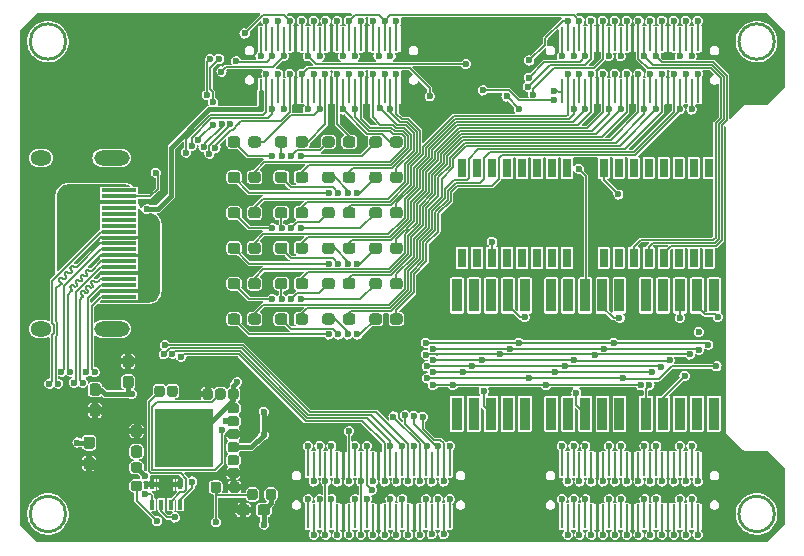
<source format=gbr>
G04 #@! TF.GenerationSoftware,KiCad,Pcbnew,(5.99.0-1662-g9db296991)*
G04 #@! TF.CreationDate,2020-05-15T17:50:03+05:30*
G04 #@! TF.ProjectId,Alchitry_IO_Shield,416c6368-6974-4727-995f-494f5f536869,rev?*
G04 #@! TF.SameCoordinates,Original*
G04 #@! TF.FileFunction,Copper,L1,Top*
G04 #@! TF.FilePolarity,Positive*
%FSLAX46Y46*%
G04 Gerber Fmt 4.6, Leading zero omitted, Abs format (unit mm)*
G04 Created by KiCad (PCBNEW (5.99.0-1662-g9db296991)) date 2020-05-15 17:50:03*
%MOMM*%
%LPD*%
G01*
G04 APERTURE LIST*
G04 #@! TA.AperFunction,EtchedComponent*
%ADD10C,0.254000*%
G04 #@! TD*
G04 #@! TA.AperFunction,SMDPad,CuDef*
%ADD11R,3.000000X0.300000*%
G04 #@! TD*
G04 #@! TA.AperFunction,ComponentPad*
%ADD12O,3.000000X1.300000*%
G04 #@! TD*
G04 #@! TA.AperFunction,ComponentPad*
%ADD13O,1.800000X1.300000*%
G04 #@! TD*
G04 #@! TA.AperFunction,SMDPad,CuDef*
%ADD14R,0.760000X1.600000*%
G04 #@! TD*
G04 #@! TA.AperFunction,SMDPad,CuDef*
%ADD15R,0.900000X2.800000*%
G04 #@! TD*
G04 #@! TA.AperFunction,SMDPad,CuDef*
%ADD16R,0.250000X2.000000*%
G04 #@! TD*
G04 #@! TA.AperFunction,ComponentPad*
%ADD17C,0.500000*%
G04 #@! TD*
G04 #@! TA.AperFunction,Conductor*
%ADD18R,5.000000X5.000000*%
G04 #@! TD*
G04 #@! TA.AperFunction,SMDPad,CuDef*
%ADD19R,0.400000X0.900000*%
G04 #@! TD*
G04 #@! TA.AperFunction,ViaPad*
%ADD20C,0.600000*%
G04 #@! TD*
G04 #@! TA.AperFunction,Conductor*
%ADD21C,0.127000*%
G04 #@! TD*
G04 #@! TA.AperFunction,Conductor*
%ADD22C,0.381000*%
G04 #@! TD*
G04 #@! TA.AperFunction,Conductor*
%ADD23C,0.152400*%
G04 #@! TD*
G04 APERTURE END LIST*
D10*
X76000000Y-54500000D02*
G75*
G03*
X76000000Y-54500000I-1500000J0D01*
G01*
X76000000Y-14500000D02*
G75*
G03*
X76000000Y-14500000I-1500000J0D01*
G01*
X16000000Y-14500000D02*
G75*
G03*
X16000000Y-14500000I-1500000J0D01*
G01*
X16000000Y-54500000D02*
G75*
G03*
X16000000Y-54500000I-1500000J0D01*
G01*
G04 #@! TA.AperFunction,SMDPad,CuDef*
G36*
G01*
X24387500Y-43843750D02*
X24387500Y-44356250D01*
G75*
G02*
X24168750Y-44575000I-218750J0D01*
G01*
X23731250Y-44575000D01*
G75*
G02*
X23512500Y-44356250I0J218750D01*
G01*
X23512500Y-43843750D01*
G75*
G02*
X23731250Y-43625000I218750J0D01*
G01*
X24168750Y-43625000D01*
G75*
G02*
X24387500Y-43843750I0J-218750D01*
G01*
G37*
G04 #@! TD.AperFunction*
G04 #@! TA.AperFunction,SMDPad,CuDef*
G36*
G01*
X25475000Y-43843750D02*
X25475000Y-44356250D01*
G75*
G02*
X25256250Y-44575000I-218750J0D01*
G01*
X24818750Y-44575000D01*
G75*
G02*
X24600000Y-44356250I0J218750D01*
G01*
X24600000Y-43843750D01*
G75*
G02*
X24818750Y-43625000I218750J0D01*
G01*
X25256250Y-43625000D01*
G75*
G02*
X25475000Y-43843750I0J-218750D01*
G01*
G37*
G04 #@! TD.AperFunction*
G04 #@! TA.AperFunction,SMDPad,CuDef*
G36*
G01*
X30456250Y-50387500D02*
X29943750Y-50387500D01*
G75*
G02*
X29725000Y-50168750I0J218750D01*
G01*
X29725000Y-49731250D01*
G75*
G02*
X29943750Y-49512500I218750J0D01*
G01*
X30456250Y-49512500D01*
G75*
G02*
X30675000Y-49731250I0J-218750D01*
G01*
X30675000Y-50168750D01*
G75*
G02*
X30456250Y-50387500I-218750J0D01*
G01*
G37*
G04 #@! TD.AperFunction*
G04 #@! TA.AperFunction,SMDPad,CuDef*
G36*
G01*
X29943750Y-48412500D02*
X30456250Y-48412500D01*
G75*
G02*
X30675000Y-48631250I0J-218750D01*
G01*
X30675000Y-49068750D01*
G75*
G02*
X30456250Y-49287500I-218750J0D01*
G01*
X29943750Y-49287500D01*
G75*
G02*
X29725000Y-49068750I0J218750D01*
G01*
X29725000Y-48631250D01*
G75*
G02*
X29943750Y-48412500I218750J0D01*
G01*
G37*
G04 #@! TD.AperFunction*
G04 #@! TA.AperFunction,SMDPad,CuDef*
G36*
G01*
X30456250Y-51475000D02*
X29943750Y-51475000D01*
G75*
G02*
X29725000Y-51256250I0J218750D01*
G01*
X29725000Y-50818750D01*
G75*
G02*
X29943750Y-50600000I218750J0D01*
G01*
X30456250Y-50600000D01*
G75*
G02*
X30675000Y-50818750I0J-218750D01*
G01*
X30675000Y-51256250D01*
G75*
G02*
X30456250Y-51475000I-218750J0D01*
G01*
G37*
G04 #@! TD.AperFunction*
G04 #@! TA.AperFunction,SMDPad,CuDef*
G36*
G01*
X30456250Y-47087500D02*
X29943750Y-47087500D01*
G75*
G02*
X29725000Y-46868750I0J218750D01*
G01*
X29725000Y-46431250D01*
G75*
G02*
X29943750Y-46212500I218750J0D01*
G01*
X30456250Y-46212500D01*
G75*
G02*
X30675000Y-46431250I0J-218750D01*
G01*
X30675000Y-46868750D01*
G75*
G02*
X30456250Y-47087500I-218750J0D01*
G01*
G37*
G04 #@! TD.AperFunction*
G04 #@! TA.AperFunction,SMDPad,CuDef*
G36*
G01*
X29943750Y-45112500D02*
X30456250Y-45112500D01*
G75*
G02*
X30675000Y-45331250I0J-218750D01*
G01*
X30675000Y-45768750D01*
G75*
G02*
X30456250Y-45987500I-218750J0D01*
G01*
X29943750Y-45987500D01*
G75*
G02*
X29725000Y-45768750I0J218750D01*
G01*
X29725000Y-45331250D01*
G75*
G02*
X29943750Y-45112500I218750J0D01*
G01*
G37*
G04 #@! TD.AperFunction*
G04 #@! TA.AperFunction,SMDPad,CuDef*
G36*
G01*
X30456250Y-48175000D02*
X29943750Y-48175000D01*
G75*
G02*
X29725000Y-47956250I0J218750D01*
G01*
X29725000Y-47518750D01*
G75*
G02*
X29943750Y-47300000I218750J0D01*
G01*
X30456250Y-47300000D01*
G75*
G02*
X30675000Y-47518750I0J-218750D01*
G01*
X30675000Y-47956250D01*
G75*
G02*
X30456250Y-48175000I-218750J0D01*
G01*
G37*
G04 #@! TD.AperFunction*
G04 #@! TA.AperFunction,SMDPad,CuDef*
G36*
G01*
X28662500Y-44606250D02*
X28662500Y-44093750D01*
G75*
G02*
X28881250Y-43875000I218750J0D01*
G01*
X29318750Y-43875000D01*
G75*
G02*
X29537500Y-44093750I0J-218750D01*
G01*
X29537500Y-44606250D01*
G75*
G02*
X29318750Y-44825000I-218750J0D01*
G01*
X28881250Y-44825000D01*
G75*
G02*
X28662500Y-44606250I0J218750D01*
G01*
G37*
G04 #@! TD.AperFunction*
G04 #@! TA.AperFunction,SMDPad,CuDef*
G36*
G01*
X30637500Y-44093750D02*
X30637500Y-44606250D01*
G75*
G02*
X30418750Y-44825000I-218750J0D01*
G01*
X29981250Y-44825000D01*
G75*
G02*
X29762500Y-44606250I0J218750D01*
G01*
X29762500Y-44093750D01*
G75*
G02*
X29981250Y-43875000I218750J0D01*
G01*
X30418750Y-43875000D01*
G75*
G02*
X30637500Y-44093750I0J-218750D01*
G01*
G37*
G04 #@! TD.AperFunction*
G04 #@! TA.AperFunction,SMDPad,CuDef*
G36*
G01*
X27575000Y-44606250D02*
X27575000Y-44093750D01*
G75*
G02*
X27793750Y-43875000I218750J0D01*
G01*
X28231250Y-43875000D01*
G75*
G02*
X28450000Y-44093750I0J-218750D01*
G01*
X28450000Y-44606250D01*
G75*
G02*
X28231250Y-44825000I-218750J0D01*
G01*
X27793750Y-44825000D01*
G75*
G02*
X27575000Y-44606250I0J218750D01*
G01*
G37*
G04 #@! TD.AperFunction*
D11*
X20500000Y-34600000D03*
X20500000Y-35600000D03*
X20500000Y-36100000D03*
X20500000Y-35100000D03*
X20500000Y-33600000D03*
X20500000Y-34100000D03*
X20500000Y-27100000D03*
D12*
X19900000Y-38850000D03*
D11*
X20500000Y-33100000D03*
X20500000Y-32600000D03*
X20500000Y-29600000D03*
X20500000Y-32100000D03*
X20500000Y-31600000D03*
X20500000Y-31100000D03*
X20500000Y-30100000D03*
X20500000Y-29100000D03*
X20500000Y-28100000D03*
D12*
X19900000Y-24350000D03*
D13*
X13900000Y-24350000D03*
D11*
X20500000Y-27600000D03*
D13*
X13900000Y-38850000D03*
D11*
X20500000Y-28600000D03*
X20500000Y-30600000D03*
D14*
X49555000Y-32810000D03*
X58445000Y-25190000D03*
X50825000Y-32810000D03*
X57175000Y-25190000D03*
X52095000Y-32810000D03*
X55905000Y-25190000D03*
X53365000Y-32810000D03*
X54635000Y-25190000D03*
X54635000Y-32810000D03*
X53365000Y-25190000D03*
X55905000Y-32810000D03*
X52095000Y-25190000D03*
X57175000Y-32810000D03*
X50825000Y-25190000D03*
X58445000Y-32810000D03*
X49555000Y-25190000D03*
D15*
X49120000Y-36000000D03*
X50560000Y-36000000D03*
X52000000Y-36000000D03*
X53440000Y-36000000D03*
X54880000Y-36000000D03*
X54880000Y-46000000D03*
X53440000Y-46000000D03*
X52000000Y-46000000D03*
X50560000Y-46000000D03*
X49120000Y-46000000D03*
X57120000Y-36000000D03*
X58560000Y-36000000D03*
X60000000Y-36000000D03*
X61440000Y-36000000D03*
X62880000Y-36000000D03*
X62880000Y-46000000D03*
X61440000Y-46000000D03*
X60000000Y-46000000D03*
X58560000Y-46000000D03*
X57120000Y-46000000D03*
X65120000Y-36000000D03*
X66560000Y-36000000D03*
X68000000Y-36000000D03*
X69440000Y-36000000D03*
X70880000Y-36000000D03*
X70880000Y-46000000D03*
X69440000Y-46000000D03*
X68000000Y-46000000D03*
X66560000Y-46000000D03*
X65120000Y-46000000D03*
G04 #@! TA.AperFunction,SMDPad,CuDef*
G36*
G01*
X29725000Y-23237500D02*
X29725000Y-22762500D01*
G75*
G02*
X29962500Y-22525000I237500J0D01*
G01*
X30537500Y-22525000D01*
G75*
G02*
X30775000Y-22762500I0J-237500D01*
G01*
X30775000Y-23237500D01*
G75*
G02*
X30537500Y-23475000I-237500J0D01*
G01*
X29962500Y-23475000D01*
G75*
G02*
X29725000Y-23237500I0J237500D01*
G01*
G37*
G04 #@! TD.AperFunction*
G04 #@! TA.AperFunction,SMDPad,CuDef*
G36*
G01*
X31475000Y-23237500D02*
X31475000Y-22762500D01*
G75*
G02*
X31712500Y-22525000I237500J0D01*
G01*
X32287500Y-22525000D01*
G75*
G02*
X32525000Y-22762500I0J-237500D01*
G01*
X32525000Y-23237500D01*
G75*
G02*
X32287500Y-23475000I-237500J0D01*
G01*
X31712500Y-23475000D01*
G75*
G02*
X31475000Y-23237500I0J237500D01*
G01*
G37*
G04 #@! TD.AperFunction*
G04 #@! TA.AperFunction,SMDPad,CuDef*
G36*
G01*
X33725000Y-23237500D02*
X33725000Y-22762500D01*
G75*
G02*
X33962500Y-22525000I237500J0D01*
G01*
X34537500Y-22525000D01*
G75*
G02*
X34775000Y-22762500I0J-237500D01*
G01*
X34775000Y-23237500D01*
G75*
G02*
X34537500Y-23475000I-237500J0D01*
G01*
X33962500Y-23475000D01*
G75*
G02*
X33725000Y-23237500I0J237500D01*
G01*
G37*
G04 #@! TD.AperFunction*
G04 #@! TA.AperFunction,SMDPad,CuDef*
G36*
G01*
X35475000Y-23237500D02*
X35475000Y-22762500D01*
G75*
G02*
X35712500Y-22525000I237500J0D01*
G01*
X36287500Y-22525000D01*
G75*
G02*
X36525000Y-22762500I0J-237500D01*
G01*
X36525000Y-23237500D01*
G75*
G02*
X36287500Y-23475000I-237500J0D01*
G01*
X35712500Y-23475000D01*
G75*
G02*
X35475000Y-23237500I0J237500D01*
G01*
G37*
G04 #@! TD.AperFunction*
G04 #@! TA.AperFunction,SMDPad,CuDef*
G36*
G01*
X37725000Y-23237500D02*
X37725000Y-22762500D01*
G75*
G02*
X37962500Y-22525000I237500J0D01*
G01*
X38537500Y-22525000D01*
G75*
G02*
X38775000Y-22762500I0J-237500D01*
G01*
X38775000Y-23237500D01*
G75*
G02*
X38537500Y-23475000I-237500J0D01*
G01*
X37962500Y-23475000D01*
G75*
G02*
X37725000Y-23237500I0J237500D01*
G01*
G37*
G04 #@! TD.AperFunction*
G04 #@! TA.AperFunction,SMDPad,CuDef*
G36*
G01*
X39475000Y-23237500D02*
X39475000Y-22762500D01*
G75*
G02*
X39712500Y-22525000I237500J0D01*
G01*
X40287500Y-22525000D01*
G75*
G02*
X40525000Y-22762500I0J-237500D01*
G01*
X40525000Y-23237500D01*
G75*
G02*
X40287500Y-23475000I-237500J0D01*
G01*
X39712500Y-23475000D01*
G75*
G02*
X39475000Y-23237500I0J237500D01*
G01*
G37*
G04 #@! TD.AperFunction*
G04 #@! TA.AperFunction,SMDPad,CuDef*
G36*
G01*
X41725000Y-23237500D02*
X41725000Y-22762500D01*
G75*
G02*
X41962500Y-22525000I237500J0D01*
G01*
X42537500Y-22525000D01*
G75*
G02*
X42775000Y-22762500I0J-237500D01*
G01*
X42775000Y-23237500D01*
G75*
G02*
X42537500Y-23475000I-237500J0D01*
G01*
X41962500Y-23475000D01*
G75*
G02*
X41725000Y-23237500I0J237500D01*
G01*
G37*
G04 #@! TD.AperFunction*
G04 #@! TA.AperFunction,SMDPad,CuDef*
G36*
G01*
X43475000Y-23237500D02*
X43475000Y-22762500D01*
G75*
G02*
X43712500Y-22525000I237500J0D01*
G01*
X44287500Y-22525000D01*
G75*
G02*
X44525000Y-22762500I0J-237500D01*
G01*
X44525000Y-23237500D01*
G75*
G02*
X44287500Y-23475000I-237500J0D01*
G01*
X43712500Y-23475000D01*
G75*
G02*
X43475000Y-23237500I0J237500D01*
G01*
G37*
G04 #@! TD.AperFunction*
G04 #@! TA.AperFunction,SMDPad,CuDef*
G36*
G01*
X29725000Y-26237500D02*
X29725000Y-25762500D01*
G75*
G02*
X29962500Y-25525000I237500J0D01*
G01*
X30537500Y-25525000D01*
G75*
G02*
X30775000Y-25762500I0J-237500D01*
G01*
X30775000Y-26237500D01*
G75*
G02*
X30537500Y-26475000I-237500J0D01*
G01*
X29962500Y-26475000D01*
G75*
G02*
X29725000Y-26237500I0J237500D01*
G01*
G37*
G04 #@! TD.AperFunction*
G04 #@! TA.AperFunction,SMDPad,CuDef*
G36*
G01*
X31475000Y-26237500D02*
X31475000Y-25762500D01*
G75*
G02*
X31712500Y-25525000I237500J0D01*
G01*
X32287500Y-25525000D01*
G75*
G02*
X32525000Y-25762500I0J-237500D01*
G01*
X32525000Y-26237500D01*
G75*
G02*
X32287500Y-26475000I-237500J0D01*
G01*
X31712500Y-26475000D01*
G75*
G02*
X31475000Y-26237500I0J237500D01*
G01*
G37*
G04 #@! TD.AperFunction*
G04 #@! TA.AperFunction,SMDPad,CuDef*
G36*
G01*
X33725000Y-26237500D02*
X33725000Y-25762500D01*
G75*
G02*
X33962500Y-25525000I237500J0D01*
G01*
X34537500Y-25525000D01*
G75*
G02*
X34775000Y-25762500I0J-237500D01*
G01*
X34775000Y-26237500D01*
G75*
G02*
X34537500Y-26475000I-237500J0D01*
G01*
X33962500Y-26475000D01*
G75*
G02*
X33725000Y-26237500I0J237500D01*
G01*
G37*
G04 #@! TD.AperFunction*
G04 #@! TA.AperFunction,SMDPad,CuDef*
G36*
G01*
X35475000Y-26237500D02*
X35475000Y-25762500D01*
G75*
G02*
X35712500Y-25525000I237500J0D01*
G01*
X36287500Y-25525000D01*
G75*
G02*
X36525000Y-25762500I0J-237500D01*
G01*
X36525000Y-26237500D01*
G75*
G02*
X36287500Y-26475000I-237500J0D01*
G01*
X35712500Y-26475000D01*
G75*
G02*
X35475000Y-26237500I0J237500D01*
G01*
G37*
G04 #@! TD.AperFunction*
G04 #@! TA.AperFunction,SMDPad,CuDef*
G36*
G01*
X37725000Y-26237500D02*
X37725000Y-25762500D01*
G75*
G02*
X37962500Y-25525000I237500J0D01*
G01*
X38537500Y-25525000D01*
G75*
G02*
X38775000Y-25762500I0J-237500D01*
G01*
X38775000Y-26237500D01*
G75*
G02*
X38537500Y-26475000I-237500J0D01*
G01*
X37962500Y-26475000D01*
G75*
G02*
X37725000Y-26237500I0J237500D01*
G01*
G37*
G04 #@! TD.AperFunction*
G04 #@! TA.AperFunction,SMDPad,CuDef*
G36*
G01*
X39475000Y-26237500D02*
X39475000Y-25762500D01*
G75*
G02*
X39712500Y-25525000I237500J0D01*
G01*
X40287500Y-25525000D01*
G75*
G02*
X40525000Y-25762500I0J-237500D01*
G01*
X40525000Y-26237500D01*
G75*
G02*
X40287500Y-26475000I-237500J0D01*
G01*
X39712500Y-26475000D01*
G75*
G02*
X39475000Y-26237500I0J237500D01*
G01*
G37*
G04 #@! TD.AperFunction*
G04 #@! TA.AperFunction,SMDPad,CuDef*
G36*
G01*
X41725000Y-26237500D02*
X41725000Y-25762500D01*
G75*
G02*
X41962500Y-25525000I237500J0D01*
G01*
X42537500Y-25525000D01*
G75*
G02*
X42775000Y-25762500I0J-237500D01*
G01*
X42775000Y-26237500D01*
G75*
G02*
X42537500Y-26475000I-237500J0D01*
G01*
X41962500Y-26475000D01*
G75*
G02*
X41725000Y-26237500I0J237500D01*
G01*
G37*
G04 #@! TD.AperFunction*
G04 #@! TA.AperFunction,SMDPad,CuDef*
G36*
G01*
X43475000Y-26237500D02*
X43475000Y-25762500D01*
G75*
G02*
X43712500Y-25525000I237500J0D01*
G01*
X44287500Y-25525000D01*
G75*
G02*
X44525000Y-25762500I0J-237500D01*
G01*
X44525000Y-26237500D01*
G75*
G02*
X44287500Y-26475000I-237500J0D01*
G01*
X43712500Y-26475000D01*
G75*
G02*
X43475000Y-26237500I0J237500D01*
G01*
G37*
G04 #@! TD.AperFunction*
G04 #@! TA.AperFunction,SMDPad,CuDef*
G36*
G01*
X29725000Y-29237500D02*
X29725000Y-28762500D01*
G75*
G02*
X29962500Y-28525000I237500J0D01*
G01*
X30537500Y-28525000D01*
G75*
G02*
X30775000Y-28762500I0J-237500D01*
G01*
X30775000Y-29237500D01*
G75*
G02*
X30537500Y-29475000I-237500J0D01*
G01*
X29962500Y-29475000D01*
G75*
G02*
X29725000Y-29237500I0J237500D01*
G01*
G37*
G04 #@! TD.AperFunction*
G04 #@! TA.AperFunction,SMDPad,CuDef*
G36*
G01*
X31475000Y-29237500D02*
X31475000Y-28762500D01*
G75*
G02*
X31712500Y-28525000I237500J0D01*
G01*
X32287500Y-28525000D01*
G75*
G02*
X32525000Y-28762500I0J-237500D01*
G01*
X32525000Y-29237500D01*
G75*
G02*
X32287500Y-29475000I-237500J0D01*
G01*
X31712500Y-29475000D01*
G75*
G02*
X31475000Y-29237500I0J237500D01*
G01*
G37*
G04 #@! TD.AperFunction*
G04 #@! TA.AperFunction,SMDPad,CuDef*
G36*
G01*
X33725000Y-29237500D02*
X33725000Y-28762500D01*
G75*
G02*
X33962500Y-28525000I237500J0D01*
G01*
X34537500Y-28525000D01*
G75*
G02*
X34775000Y-28762500I0J-237500D01*
G01*
X34775000Y-29237500D01*
G75*
G02*
X34537500Y-29475000I-237500J0D01*
G01*
X33962500Y-29475000D01*
G75*
G02*
X33725000Y-29237500I0J237500D01*
G01*
G37*
G04 #@! TD.AperFunction*
G04 #@! TA.AperFunction,SMDPad,CuDef*
G36*
G01*
X35475000Y-29237500D02*
X35475000Y-28762500D01*
G75*
G02*
X35712500Y-28525000I237500J0D01*
G01*
X36287500Y-28525000D01*
G75*
G02*
X36525000Y-28762500I0J-237500D01*
G01*
X36525000Y-29237500D01*
G75*
G02*
X36287500Y-29475000I-237500J0D01*
G01*
X35712500Y-29475000D01*
G75*
G02*
X35475000Y-29237500I0J237500D01*
G01*
G37*
G04 #@! TD.AperFunction*
G04 #@! TA.AperFunction,SMDPad,CuDef*
G36*
G01*
X37725000Y-29237500D02*
X37725000Y-28762500D01*
G75*
G02*
X37962500Y-28525000I237500J0D01*
G01*
X38537500Y-28525000D01*
G75*
G02*
X38775000Y-28762500I0J-237500D01*
G01*
X38775000Y-29237500D01*
G75*
G02*
X38537500Y-29475000I-237500J0D01*
G01*
X37962500Y-29475000D01*
G75*
G02*
X37725000Y-29237500I0J237500D01*
G01*
G37*
G04 #@! TD.AperFunction*
G04 #@! TA.AperFunction,SMDPad,CuDef*
G36*
G01*
X39475000Y-29237500D02*
X39475000Y-28762500D01*
G75*
G02*
X39712500Y-28525000I237500J0D01*
G01*
X40287500Y-28525000D01*
G75*
G02*
X40525000Y-28762500I0J-237500D01*
G01*
X40525000Y-29237500D01*
G75*
G02*
X40287500Y-29475000I-237500J0D01*
G01*
X39712500Y-29475000D01*
G75*
G02*
X39475000Y-29237500I0J237500D01*
G01*
G37*
G04 #@! TD.AperFunction*
G04 #@! TA.AperFunction,SMDPad,CuDef*
G36*
G01*
X41725000Y-29237500D02*
X41725000Y-28762500D01*
G75*
G02*
X41962500Y-28525000I237500J0D01*
G01*
X42537500Y-28525000D01*
G75*
G02*
X42775000Y-28762500I0J-237500D01*
G01*
X42775000Y-29237500D01*
G75*
G02*
X42537500Y-29475000I-237500J0D01*
G01*
X41962500Y-29475000D01*
G75*
G02*
X41725000Y-29237500I0J237500D01*
G01*
G37*
G04 #@! TD.AperFunction*
G04 #@! TA.AperFunction,SMDPad,CuDef*
G36*
G01*
X43475000Y-29237500D02*
X43475000Y-28762500D01*
G75*
G02*
X43712500Y-28525000I237500J0D01*
G01*
X44287500Y-28525000D01*
G75*
G02*
X44525000Y-28762500I0J-237500D01*
G01*
X44525000Y-29237500D01*
G75*
G02*
X44287500Y-29475000I-237500J0D01*
G01*
X43712500Y-29475000D01*
G75*
G02*
X43475000Y-29237500I0J237500D01*
G01*
G37*
G04 #@! TD.AperFunction*
G04 #@! TA.AperFunction,SMDPad,CuDef*
G36*
G01*
X29725000Y-32237500D02*
X29725000Y-31762500D01*
G75*
G02*
X29962500Y-31525000I237500J0D01*
G01*
X30537500Y-31525000D01*
G75*
G02*
X30775000Y-31762500I0J-237500D01*
G01*
X30775000Y-32237500D01*
G75*
G02*
X30537500Y-32475000I-237500J0D01*
G01*
X29962500Y-32475000D01*
G75*
G02*
X29725000Y-32237500I0J237500D01*
G01*
G37*
G04 #@! TD.AperFunction*
G04 #@! TA.AperFunction,SMDPad,CuDef*
G36*
G01*
X31475000Y-32237500D02*
X31475000Y-31762500D01*
G75*
G02*
X31712500Y-31525000I237500J0D01*
G01*
X32287500Y-31525000D01*
G75*
G02*
X32525000Y-31762500I0J-237500D01*
G01*
X32525000Y-32237500D01*
G75*
G02*
X32287500Y-32475000I-237500J0D01*
G01*
X31712500Y-32475000D01*
G75*
G02*
X31475000Y-32237500I0J237500D01*
G01*
G37*
G04 #@! TD.AperFunction*
G04 #@! TA.AperFunction,SMDPad,CuDef*
G36*
G01*
X33725000Y-32237500D02*
X33725000Y-31762500D01*
G75*
G02*
X33962500Y-31525000I237500J0D01*
G01*
X34537500Y-31525000D01*
G75*
G02*
X34775000Y-31762500I0J-237500D01*
G01*
X34775000Y-32237500D01*
G75*
G02*
X34537500Y-32475000I-237500J0D01*
G01*
X33962500Y-32475000D01*
G75*
G02*
X33725000Y-32237500I0J237500D01*
G01*
G37*
G04 #@! TD.AperFunction*
G04 #@! TA.AperFunction,SMDPad,CuDef*
G36*
G01*
X35475000Y-32237500D02*
X35475000Y-31762500D01*
G75*
G02*
X35712500Y-31525000I237500J0D01*
G01*
X36287500Y-31525000D01*
G75*
G02*
X36525000Y-31762500I0J-237500D01*
G01*
X36525000Y-32237500D01*
G75*
G02*
X36287500Y-32475000I-237500J0D01*
G01*
X35712500Y-32475000D01*
G75*
G02*
X35475000Y-32237500I0J237500D01*
G01*
G37*
G04 #@! TD.AperFunction*
G04 #@! TA.AperFunction,SMDPad,CuDef*
G36*
G01*
X37725000Y-32237500D02*
X37725000Y-31762500D01*
G75*
G02*
X37962500Y-31525000I237500J0D01*
G01*
X38537500Y-31525000D01*
G75*
G02*
X38775000Y-31762500I0J-237500D01*
G01*
X38775000Y-32237500D01*
G75*
G02*
X38537500Y-32475000I-237500J0D01*
G01*
X37962500Y-32475000D01*
G75*
G02*
X37725000Y-32237500I0J237500D01*
G01*
G37*
G04 #@! TD.AperFunction*
G04 #@! TA.AperFunction,SMDPad,CuDef*
G36*
G01*
X39475000Y-32237500D02*
X39475000Y-31762500D01*
G75*
G02*
X39712500Y-31525000I237500J0D01*
G01*
X40287500Y-31525000D01*
G75*
G02*
X40525000Y-31762500I0J-237500D01*
G01*
X40525000Y-32237500D01*
G75*
G02*
X40287500Y-32475000I-237500J0D01*
G01*
X39712500Y-32475000D01*
G75*
G02*
X39475000Y-32237500I0J237500D01*
G01*
G37*
G04 #@! TD.AperFunction*
G04 #@! TA.AperFunction,SMDPad,CuDef*
G36*
G01*
X41725000Y-32237500D02*
X41725000Y-31762500D01*
G75*
G02*
X41962500Y-31525000I237500J0D01*
G01*
X42537500Y-31525000D01*
G75*
G02*
X42775000Y-31762500I0J-237500D01*
G01*
X42775000Y-32237500D01*
G75*
G02*
X42537500Y-32475000I-237500J0D01*
G01*
X41962500Y-32475000D01*
G75*
G02*
X41725000Y-32237500I0J237500D01*
G01*
G37*
G04 #@! TD.AperFunction*
G04 #@! TA.AperFunction,SMDPad,CuDef*
G36*
G01*
X43475000Y-32237500D02*
X43475000Y-31762500D01*
G75*
G02*
X43712500Y-31525000I237500J0D01*
G01*
X44287500Y-31525000D01*
G75*
G02*
X44525000Y-31762500I0J-237500D01*
G01*
X44525000Y-32237500D01*
G75*
G02*
X44287500Y-32475000I-237500J0D01*
G01*
X43712500Y-32475000D01*
G75*
G02*
X43475000Y-32237500I0J237500D01*
G01*
G37*
G04 #@! TD.AperFunction*
G04 #@! TA.AperFunction,SMDPad,CuDef*
G36*
G01*
X29725000Y-35237500D02*
X29725000Y-34762500D01*
G75*
G02*
X29962500Y-34525000I237500J0D01*
G01*
X30537500Y-34525000D01*
G75*
G02*
X30775000Y-34762500I0J-237500D01*
G01*
X30775000Y-35237500D01*
G75*
G02*
X30537500Y-35475000I-237500J0D01*
G01*
X29962500Y-35475000D01*
G75*
G02*
X29725000Y-35237500I0J237500D01*
G01*
G37*
G04 #@! TD.AperFunction*
G04 #@! TA.AperFunction,SMDPad,CuDef*
G36*
G01*
X31475000Y-35237500D02*
X31475000Y-34762500D01*
G75*
G02*
X31712500Y-34525000I237500J0D01*
G01*
X32287500Y-34525000D01*
G75*
G02*
X32525000Y-34762500I0J-237500D01*
G01*
X32525000Y-35237500D01*
G75*
G02*
X32287500Y-35475000I-237500J0D01*
G01*
X31712500Y-35475000D01*
G75*
G02*
X31475000Y-35237500I0J237500D01*
G01*
G37*
G04 #@! TD.AperFunction*
G04 #@! TA.AperFunction,SMDPad,CuDef*
G36*
G01*
X33725000Y-35237500D02*
X33725000Y-34762500D01*
G75*
G02*
X33962500Y-34525000I237500J0D01*
G01*
X34537500Y-34525000D01*
G75*
G02*
X34775000Y-34762500I0J-237500D01*
G01*
X34775000Y-35237500D01*
G75*
G02*
X34537500Y-35475000I-237500J0D01*
G01*
X33962500Y-35475000D01*
G75*
G02*
X33725000Y-35237500I0J237500D01*
G01*
G37*
G04 #@! TD.AperFunction*
G04 #@! TA.AperFunction,SMDPad,CuDef*
G36*
G01*
X35475000Y-35237500D02*
X35475000Y-34762500D01*
G75*
G02*
X35712500Y-34525000I237500J0D01*
G01*
X36287500Y-34525000D01*
G75*
G02*
X36525000Y-34762500I0J-237500D01*
G01*
X36525000Y-35237500D01*
G75*
G02*
X36287500Y-35475000I-237500J0D01*
G01*
X35712500Y-35475000D01*
G75*
G02*
X35475000Y-35237500I0J237500D01*
G01*
G37*
G04 #@! TD.AperFunction*
G04 #@! TA.AperFunction,SMDPad,CuDef*
G36*
G01*
X37725000Y-35237500D02*
X37725000Y-34762500D01*
G75*
G02*
X37962500Y-34525000I237500J0D01*
G01*
X38537500Y-34525000D01*
G75*
G02*
X38775000Y-34762500I0J-237500D01*
G01*
X38775000Y-35237500D01*
G75*
G02*
X38537500Y-35475000I-237500J0D01*
G01*
X37962500Y-35475000D01*
G75*
G02*
X37725000Y-35237500I0J237500D01*
G01*
G37*
G04 #@! TD.AperFunction*
G04 #@! TA.AperFunction,SMDPad,CuDef*
G36*
G01*
X39475000Y-35237500D02*
X39475000Y-34762500D01*
G75*
G02*
X39712500Y-34525000I237500J0D01*
G01*
X40287500Y-34525000D01*
G75*
G02*
X40525000Y-34762500I0J-237500D01*
G01*
X40525000Y-35237500D01*
G75*
G02*
X40287500Y-35475000I-237500J0D01*
G01*
X39712500Y-35475000D01*
G75*
G02*
X39475000Y-35237500I0J237500D01*
G01*
G37*
G04 #@! TD.AperFunction*
G04 #@! TA.AperFunction,SMDPad,CuDef*
G36*
G01*
X41725000Y-35237500D02*
X41725000Y-34762500D01*
G75*
G02*
X41962500Y-34525000I237500J0D01*
G01*
X42537500Y-34525000D01*
G75*
G02*
X42775000Y-34762500I0J-237500D01*
G01*
X42775000Y-35237500D01*
G75*
G02*
X42537500Y-35475000I-237500J0D01*
G01*
X41962500Y-35475000D01*
G75*
G02*
X41725000Y-35237500I0J237500D01*
G01*
G37*
G04 #@! TD.AperFunction*
G04 #@! TA.AperFunction,SMDPad,CuDef*
G36*
G01*
X43475000Y-35237500D02*
X43475000Y-34762500D01*
G75*
G02*
X43712500Y-34525000I237500J0D01*
G01*
X44287500Y-34525000D01*
G75*
G02*
X44525000Y-34762500I0J-237500D01*
G01*
X44525000Y-35237500D01*
G75*
G02*
X44287500Y-35475000I-237500J0D01*
G01*
X43712500Y-35475000D01*
G75*
G02*
X43475000Y-35237500I0J237500D01*
G01*
G37*
G04 #@! TD.AperFunction*
G04 #@! TA.AperFunction,SMDPad,CuDef*
G36*
G01*
X29725000Y-38237500D02*
X29725000Y-37762500D01*
G75*
G02*
X29962500Y-37525000I237500J0D01*
G01*
X30537500Y-37525000D01*
G75*
G02*
X30775000Y-37762500I0J-237500D01*
G01*
X30775000Y-38237500D01*
G75*
G02*
X30537500Y-38475000I-237500J0D01*
G01*
X29962500Y-38475000D01*
G75*
G02*
X29725000Y-38237500I0J237500D01*
G01*
G37*
G04 #@! TD.AperFunction*
G04 #@! TA.AperFunction,SMDPad,CuDef*
G36*
G01*
X31475000Y-38237500D02*
X31475000Y-37762500D01*
G75*
G02*
X31712500Y-37525000I237500J0D01*
G01*
X32287500Y-37525000D01*
G75*
G02*
X32525000Y-37762500I0J-237500D01*
G01*
X32525000Y-38237500D01*
G75*
G02*
X32287500Y-38475000I-237500J0D01*
G01*
X31712500Y-38475000D01*
G75*
G02*
X31475000Y-38237500I0J237500D01*
G01*
G37*
G04 #@! TD.AperFunction*
G04 #@! TA.AperFunction,SMDPad,CuDef*
G36*
G01*
X33725000Y-38237500D02*
X33725000Y-37762500D01*
G75*
G02*
X33962500Y-37525000I237500J0D01*
G01*
X34537500Y-37525000D01*
G75*
G02*
X34775000Y-37762500I0J-237500D01*
G01*
X34775000Y-38237500D01*
G75*
G02*
X34537500Y-38475000I-237500J0D01*
G01*
X33962500Y-38475000D01*
G75*
G02*
X33725000Y-38237500I0J237500D01*
G01*
G37*
G04 #@! TD.AperFunction*
G04 #@! TA.AperFunction,SMDPad,CuDef*
G36*
G01*
X35475000Y-38237500D02*
X35475000Y-37762500D01*
G75*
G02*
X35712500Y-37525000I237500J0D01*
G01*
X36287500Y-37525000D01*
G75*
G02*
X36525000Y-37762500I0J-237500D01*
G01*
X36525000Y-38237500D01*
G75*
G02*
X36287500Y-38475000I-237500J0D01*
G01*
X35712500Y-38475000D01*
G75*
G02*
X35475000Y-38237500I0J237500D01*
G01*
G37*
G04 #@! TD.AperFunction*
G04 #@! TA.AperFunction,SMDPad,CuDef*
G36*
G01*
X37725000Y-38237500D02*
X37725000Y-37762500D01*
G75*
G02*
X37962500Y-37525000I237500J0D01*
G01*
X38537500Y-37525000D01*
G75*
G02*
X38775000Y-37762500I0J-237500D01*
G01*
X38775000Y-38237500D01*
G75*
G02*
X38537500Y-38475000I-237500J0D01*
G01*
X37962500Y-38475000D01*
G75*
G02*
X37725000Y-38237500I0J237500D01*
G01*
G37*
G04 #@! TD.AperFunction*
G04 #@! TA.AperFunction,SMDPad,CuDef*
G36*
G01*
X39475000Y-38237500D02*
X39475000Y-37762500D01*
G75*
G02*
X39712500Y-37525000I237500J0D01*
G01*
X40287500Y-37525000D01*
G75*
G02*
X40525000Y-37762500I0J-237500D01*
G01*
X40525000Y-38237500D01*
G75*
G02*
X40287500Y-38475000I-237500J0D01*
G01*
X39712500Y-38475000D01*
G75*
G02*
X39475000Y-38237500I0J237500D01*
G01*
G37*
G04 #@! TD.AperFunction*
G04 #@! TA.AperFunction,SMDPad,CuDef*
G36*
G01*
X41725000Y-38237500D02*
X41725000Y-37762500D01*
G75*
G02*
X41962500Y-37525000I237500J0D01*
G01*
X42537500Y-37525000D01*
G75*
G02*
X42775000Y-37762500I0J-237500D01*
G01*
X42775000Y-38237500D01*
G75*
G02*
X42537500Y-38475000I-237500J0D01*
G01*
X41962500Y-38475000D01*
G75*
G02*
X41725000Y-38237500I0J237500D01*
G01*
G37*
G04 #@! TD.AperFunction*
G04 #@! TA.AperFunction,SMDPad,CuDef*
G36*
G01*
X43475000Y-38237500D02*
X43475000Y-37762500D01*
G75*
G02*
X43712500Y-37525000I237500J0D01*
G01*
X44287500Y-37525000D01*
G75*
G02*
X44525000Y-37762500I0J-237500D01*
G01*
X44525000Y-38237500D01*
G75*
G02*
X44287500Y-38475000I-237500J0D01*
G01*
X43712500Y-38475000D01*
G75*
G02*
X43475000Y-38237500I0J237500D01*
G01*
G37*
G04 #@! TD.AperFunction*
D16*
X41500000Y-50300000D03*
X42500000Y-50300000D03*
X45500000Y-54700000D03*
X39500000Y-54700000D03*
X46000000Y-54700000D03*
X47500000Y-54700000D03*
X42000000Y-54700000D03*
X42000000Y-50300000D03*
X46500000Y-54700000D03*
X38500000Y-54700000D03*
X45000000Y-54700000D03*
X47000000Y-54700000D03*
X37500000Y-54700000D03*
X48000000Y-54700000D03*
X48500000Y-54700000D03*
X41000000Y-54700000D03*
X40500000Y-54700000D03*
X41000000Y-50300000D03*
X40000000Y-54700000D03*
X37000000Y-54700000D03*
X38000000Y-54700000D03*
X41500000Y-54700000D03*
X39000000Y-54700000D03*
X36500000Y-54700000D03*
X58500000Y-18700000D03*
X65000000Y-14300000D03*
X58000000Y-14300000D03*
X69000000Y-18700000D03*
X39000000Y-50300000D03*
X36500000Y-50300000D03*
X63000000Y-14300000D03*
X64500000Y-14300000D03*
X40000000Y-50300000D03*
X63500000Y-18700000D03*
X44500000Y-50300000D03*
X46500000Y-50300000D03*
X67500000Y-18700000D03*
X60500000Y-18700000D03*
X39500000Y-50300000D03*
X64500000Y-18700000D03*
X45500000Y-50300000D03*
X61000000Y-18700000D03*
X65000000Y-18700000D03*
X65500000Y-18700000D03*
X63000000Y-18700000D03*
X62000000Y-14300000D03*
X59500000Y-14300000D03*
X47500000Y-50300000D03*
X48000000Y-50300000D03*
X64000000Y-18700000D03*
X66000000Y-18700000D03*
X66500000Y-18700000D03*
X61000000Y-14300000D03*
X65500000Y-14300000D03*
X58500000Y-14300000D03*
X67000000Y-18700000D03*
X68000000Y-18700000D03*
X38500000Y-50300000D03*
X46000000Y-50300000D03*
X47000000Y-50300000D03*
X45000000Y-50300000D03*
X59000000Y-14300000D03*
X60000000Y-18700000D03*
X37500000Y-50300000D03*
X58000000Y-18700000D03*
X40500000Y-50300000D03*
X70000000Y-18700000D03*
X38000000Y-50300000D03*
X59500000Y-18700000D03*
X37000000Y-50300000D03*
X60000000Y-14300000D03*
X62500000Y-14300000D03*
X43000000Y-50300000D03*
X48500000Y-50300000D03*
X68500000Y-18700000D03*
X61500000Y-18700000D03*
X43500000Y-50300000D03*
X44000000Y-50300000D03*
X63500000Y-14300000D03*
X64000000Y-14300000D03*
X69500000Y-18700000D03*
X60500000Y-14300000D03*
X62000000Y-18700000D03*
X61500000Y-14300000D03*
X59000000Y-18700000D03*
X62500000Y-18700000D03*
X41000000Y-14300000D03*
X34500000Y-18700000D03*
X40500000Y-14300000D03*
X41500000Y-18700000D03*
X36000000Y-18700000D03*
X35500000Y-18700000D03*
X43000000Y-18700000D03*
X38000000Y-18700000D03*
X66000000Y-14300000D03*
X35000000Y-18700000D03*
X40000000Y-14300000D03*
X34000000Y-18700000D03*
X42500000Y-18700000D03*
X36500000Y-18700000D03*
X39000000Y-14300000D03*
X66500000Y-14300000D03*
X33000000Y-14300000D03*
X67000000Y-14300000D03*
X40000000Y-18700000D03*
X33500000Y-18700000D03*
X33500000Y-14300000D03*
X41500000Y-14300000D03*
X42500000Y-14300000D03*
X44500000Y-14300000D03*
X67500000Y-14300000D03*
X68000000Y-14300000D03*
X44000000Y-18700000D03*
X68500000Y-14300000D03*
X38500000Y-18700000D03*
X35500000Y-14300000D03*
X39500000Y-14300000D03*
X37500000Y-14300000D03*
X69500000Y-14300000D03*
X34000000Y-14300000D03*
X69000000Y-14300000D03*
X70000000Y-14300000D03*
X40500000Y-18700000D03*
X42000000Y-14300000D03*
X37500000Y-18700000D03*
X43500000Y-18700000D03*
X33000000Y-18700000D03*
X37000000Y-14300000D03*
X41000000Y-18700000D03*
X39000000Y-18700000D03*
X39500000Y-18700000D03*
X42000000Y-18700000D03*
X38000000Y-14300000D03*
X32500000Y-18700000D03*
X35000000Y-14300000D03*
X44500000Y-18700000D03*
X38500000Y-14300000D03*
X36500000Y-14300000D03*
X34500000Y-14300000D03*
X32500000Y-14300000D03*
X43000000Y-14300000D03*
X44000000Y-14300000D03*
X36000000Y-14300000D03*
X43500000Y-14300000D03*
X37000000Y-18700000D03*
X69500000Y-54700000D03*
X60500000Y-54700000D03*
X67500000Y-54700000D03*
X67500000Y-50300000D03*
X68000000Y-54700000D03*
X63000000Y-54700000D03*
X64500000Y-54700000D03*
X58500000Y-54700000D03*
X63500000Y-50300000D03*
X65000000Y-50300000D03*
X61000000Y-50300000D03*
X44500000Y-54700000D03*
X65000000Y-54700000D03*
X58000000Y-50300000D03*
X66500000Y-54700000D03*
X65500000Y-54700000D03*
X59000000Y-50300000D03*
X66000000Y-54700000D03*
X68500000Y-54700000D03*
X69000000Y-54700000D03*
X68000000Y-50300000D03*
X62500000Y-54700000D03*
X70000000Y-54700000D03*
X63500000Y-54700000D03*
X62000000Y-50300000D03*
X61000000Y-54700000D03*
X69000000Y-50300000D03*
X69500000Y-50300000D03*
X70000000Y-50300000D03*
X64500000Y-50300000D03*
X43000000Y-54700000D03*
X66000000Y-50300000D03*
X58000000Y-54700000D03*
X68500000Y-50300000D03*
X61500000Y-54700000D03*
X65500000Y-50300000D03*
X64000000Y-50300000D03*
X59500000Y-50300000D03*
X66500000Y-50300000D03*
X62500000Y-50300000D03*
X67000000Y-50300000D03*
X43500000Y-54700000D03*
X63000000Y-50300000D03*
X60500000Y-50300000D03*
X62000000Y-54700000D03*
X60000000Y-54700000D03*
X59000000Y-54700000D03*
X60000000Y-50300000D03*
X58500000Y-50300000D03*
X42500000Y-54700000D03*
X44000000Y-54700000D03*
X61500000Y-50300000D03*
X59500000Y-54700000D03*
X64000000Y-54700000D03*
X67000000Y-54700000D03*
D14*
X61555000Y-32810000D03*
X70445000Y-25190000D03*
X62825000Y-32810000D03*
X69175000Y-25190000D03*
X64095000Y-32810000D03*
X67905000Y-25190000D03*
X65365000Y-32810000D03*
X66635000Y-25190000D03*
X66635000Y-32810000D03*
X65365000Y-25190000D03*
X67905000Y-32810000D03*
X64095000Y-25190000D03*
X69175000Y-32810000D03*
X62825000Y-25190000D03*
X70445000Y-32810000D03*
X61555000Y-25190000D03*
D17*
X24000000Y-47100000D03*
X24000000Y-48100000D03*
X24000000Y-50100000D03*
X24000000Y-49100000D03*
X24000000Y-46100000D03*
X25000000Y-47100000D03*
X25000000Y-48100000D03*
X25000000Y-50100000D03*
X25000000Y-49100000D03*
X25000000Y-46100000D03*
X26000000Y-47100000D03*
X26000000Y-48100000D03*
X26000000Y-50100000D03*
X26000000Y-49100000D03*
X26000000Y-46100000D03*
X27000000Y-47100000D03*
X27000000Y-48100000D03*
X27000000Y-50100000D03*
X27000000Y-49100000D03*
X27000000Y-46100000D03*
X28000000Y-46100000D03*
X28000000Y-47100000D03*
X28000000Y-48100000D03*
X28000000Y-49100000D03*
X28000000Y-50100000D03*
D18*
X26000000Y-48100000D03*
D19*
X24900000Y-52000000D03*
X24100000Y-52000000D03*
X25700000Y-52000000D03*
X23300000Y-52000000D03*
X25700000Y-53700000D03*
X24900000Y-53700000D03*
X24100000Y-53700000D03*
X23300000Y-53700000D03*
G04 #@! TA.AperFunction,SMDPad,CuDef*
G36*
G01*
X31375000Y-53106250D02*
X31375000Y-52593750D01*
G75*
G02*
X31593750Y-52375000I218750J0D01*
G01*
X32031250Y-52375000D01*
G75*
G02*
X32250000Y-52593750I0J-218750D01*
G01*
X32250000Y-53106250D01*
G75*
G02*
X32031250Y-53325000I-218750J0D01*
G01*
X31593750Y-53325000D01*
G75*
G02*
X31375000Y-53106250I0J218750D01*
G01*
G37*
G04 #@! TD.AperFunction*
G04 #@! TA.AperFunction,SMDPad,CuDef*
G36*
G01*
X32950000Y-53106250D02*
X32950000Y-52593750D01*
G75*
G02*
X33168750Y-52375000I218750J0D01*
G01*
X33606250Y-52375000D01*
G75*
G02*
X33825000Y-52593750I0J-218750D01*
G01*
X33825000Y-53106250D01*
G75*
G02*
X33606250Y-53325000I-218750J0D01*
G01*
X33168750Y-53325000D01*
G75*
G02*
X32950000Y-53106250I0J218750D01*
G01*
G37*
G04 #@! TD.AperFunction*
G04 #@! TA.AperFunction,SMDPad,CuDef*
G36*
G01*
X28275000Y-52506250D02*
X28275000Y-51993750D01*
G75*
G02*
X28493750Y-51775000I218750J0D01*
G01*
X28931250Y-51775000D01*
G75*
G02*
X29150000Y-51993750I0J-218750D01*
G01*
X29150000Y-52506250D01*
G75*
G02*
X28931250Y-52725000I-218750J0D01*
G01*
X28493750Y-52725000D01*
G75*
G02*
X28275000Y-52506250I0J218750D01*
G01*
G37*
G04 #@! TD.AperFunction*
G04 #@! TA.AperFunction,SMDPad,CuDef*
G36*
G01*
X29850000Y-52506250D02*
X29850000Y-51993750D01*
G75*
G02*
X30068750Y-51775000I218750J0D01*
G01*
X30506250Y-51775000D01*
G75*
G02*
X30725000Y-51993750I0J-218750D01*
G01*
X30725000Y-52506250D01*
G75*
G02*
X30506250Y-52725000I-218750J0D01*
G01*
X30068750Y-52725000D01*
G75*
G02*
X29850000Y-52506250I0J218750D01*
G01*
G37*
G04 #@! TD.AperFunction*
G04 #@! TA.AperFunction,SMDPad,CuDef*
G36*
G01*
X22256250Y-52575000D02*
X21743750Y-52575000D01*
G75*
G02*
X21525000Y-52356250I0J218750D01*
G01*
X21525000Y-51918750D01*
G75*
G02*
X21743750Y-51700000I218750J0D01*
G01*
X22256250Y-51700000D01*
G75*
G02*
X22475000Y-51918750I0J-218750D01*
G01*
X22475000Y-52356250D01*
G75*
G02*
X22256250Y-52575000I-218750J0D01*
G01*
G37*
G04 #@! TD.AperFunction*
G04 #@! TA.AperFunction,SMDPad,CuDef*
G36*
G01*
X22256250Y-51000000D02*
X21743750Y-51000000D01*
G75*
G02*
X21525000Y-50781250I0J218750D01*
G01*
X21525000Y-50343750D01*
G75*
G02*
X21743750Y-50125000I218750J0D01*
G01*
X22256250Y-50125000D01*
G75*
G02*
X22475000Y-50343750I0J-218750D01*
G01*
X22475000Y-50781250D01*
G75*
G02*
X22256250Y-51000000I-218750J0D01*
G01*
G37*
G04 #@! TD.AperFunction*
G04 #@! TA.AperFunction,SMDPad,CuDef*
G36*
G01*
X21762500Y-46950000D02*
X22237500Y-46950000D01*
G75*
G02*
X22475000Y-47187500I0J-237500D01*
G01*
X22475000Y-47762500D01*
G75*
G02*
X22237500Y-48000000I-237500J0D01*
G01*
X21762500Y-48000000D01*
G75*
G02*
X21525000Y-47762500I0J237500D01*
G01*
X21525000Y-47187500D01*
G75*
G02*
X21762500Y-46950000I237500J0D01*
G01*
G37*
G04 #@! TD.AperFunction*
G04 #@! TA.AperFunction,SMDPad,CuDef*
G36*
G01*
X21762500Y-48700000D02*
X22237500Y-48700000D01*
G75*
G02*
X22475000Y-48937500I0J-237500D01*
G01*
X22475000Y-49512500D01*
G75*
G02*
X22237500Y-49750000I-237500J0D01*
G01*
X21762500Y-49750000D01*
G75*
G02*
X21525000Y-49512500I0J237500D01*
G01*
X21525000Y-48937500D01*
G75*
G02*
X21762500Y-48700000I237500J0D01*
G01*
G37*
G04 #@! TD.AperFunction*
G04 #@! TA.AperFunction,SMDPad,CuDef*
G36*
G01*
X30500000Y-54387500D02*
X30500000Y-53912500D01*
G75*
G02*
X30737500Y-53675000I237500J0D01*
G01*
X31312500Y-53675000D01*
G75*
G02*
X31550000Y-53912500I0J-237500D01*
G01*
X31550000Y-54387500D01*
G75*
G02*
X31312500Y-54625000I-237500J0D01*
G01*
X30737500Y-54625000D01*
G75*
G02*
X30500000Y-54387500I0J237500D01*
G01*
G37*
G04 #@! TD.AperFunction*
G04 #@! TA.AperFunction,SMDPad,CuDef*
G36*
G01*
X32250000Y-54387500D02*
X32250000Y-53912500D01*
G75*
G02*
X32487500Y-53675000I237500J0D01*
G01*
X33062500Y-53675000D01*
G75*
G02*
X33300000Y-53912500I0J-237500D01*
G01*
X33300000Y-54387500D01*
G75*
G02*
X33062500Y-54625000I-237500J0D01*
G01*
X32487500Y-54625000D01*
G75*
G02*
X32250000Y-54387500I0J237500D01*
G01*
G37*
G04 #@! TD.AperFunction*
G04 #@! TA.AperFunction,SMDPad,CuDef*
G36*
G01*
X21062500Y-41050000D02*
X21537500Y-41050000D01*
G75*
G02*
X21775000Y-41287500I0J-237500D01*
G01*
X21775000Y-41862500D01*
G75*
G02*
X21537500Y-42100000I-237500J0D01*
G01*
X21062500Y-42100000D01*
G75*
G02*
X20825000Y-41862500I0J237500D01*
G01*
X20825000Y-41287500D01*
G75*
G02*
X21062500Y-41050000I237500J0D01*
G01*
G37*
G04 #@! TD.AperFunction*
G04 #@! TA.AperFunction,SMDPad,CuDef*
G36*
G01*
X21062500Y-42800000D02*
X21537500Y-42800000D01*
G75*
G02*
X21775000Y-43037500I0J-237500D01*
G01*
X21775000Y-43612500D01*
G75*
G02*
X21537500Y-43850000I-237500J0D01*
G01*
X21062500Y-43850000D01*
G75*
G02*
X20825000Y-43612500I0J237500D01*
G01*
X20825000Y-43037500D01*
G75*
G02*
X21062500Y-42800000I237500J0D01*
G01*
G37*
G04 #@! TD.AperFunction*
G04 #@! TA.AperFunction,SMDPad,CuDef*
G36*
G01*
X18737500Y-46250000D02*
X18262500Y-46250000D01*
G75*
G02*
X18025000Y-46012500I0J237500D01*
G01*
X18025000Y-45437500D01*
G75*
G02*
X18262500Y-45200000I237500J0D01*
G01*
X18737500Y-45200000D01*
G75*
G02*
X18975000Y-45437500I0J-237500D01*
G01*
X18975000Y-46012500D01*
G75*
G02*
X18737500Y-46250000I-237500J0D01*
G01*
G37*
G04 #@! TD.AperFunction*
G04 #@! TA.AperFunction,SMDPad,CuDef*
G36*
G01*
X18737500Y-44500000D02*
X18262500Y-44500000D01*
G75*
G02*
X18025000Y-44262500I0J237500D01*
G01*
X18025000Y-43687500D01*
G75*
G02*
X18262500Y-43450000I237500J0D01*
G01*
X18737500Y-43450000D01*
G75*
G02*
X18975000Y-43687500I0J-237500D01*
G01*
X18975000Y-44262500D01*
G75*
G02*
X18737500Y-44500000I-237500J0D01*
G01*
G37*
G04 #@! TD.AperFunction*
G04 #@! TA.AperFunction,SMDPad,CuDef*
G36*
G01*
X18237500Y-49000000D02*
X17762500Y-49000000D01*
G75*
G02*
X17525000Y-48762500I0J237500D01*
G01*
X17525000Y-48187500D01*
G75*
G02*
X17762500Y-47950000I237500J0D01*
G01*
X18237500Y-47950000D01*
G75*
G02*
X18475000Y-48187500I0J-237500D01*
G01*
X18475000Y-48762500D01*
G75*
G02*
X18237500Y-49000000I-237500J0D01*
G01*
G37*
G04 #@! TD.AperFunction*
G04 #@! TA.AperFunction,SMDPad,CuDef*
G36*
G01*
X18237500Y-50750000D02*
X17762500Y-50750000D01*
G75*
G02*
X17525000Y-50512500I0J237500D01*
G01*
X17525000Y-49937500D01*
G75*
G02*
X17762500Y-49700000I237500J0D01*
G01*
X18237500Y-49700000D01*
G75*
G02*
X18475000Y-49937500I0J-237500D01*
G01*
X18475000Y-50512500D01*
G75*
G02*
X18237500Y-50750000I-237500J0D01*
G01*
G37*
G04 #@! TD.AperFunction*
D20*
X23650000Y-25610000D03*
X51330000Y-18640000D03*
X52120000Y-31460000D03*
X68510000Y-51750000D03*
X30500000Y-43340000D03*
X57340000Y-18700000D03*
X49890000Y-16410000D03*
X57320000Y-19470000D03*
X62800000Y-27450000D03*
X54397521Y-20222479D03*
X53329500Y-19150000D03*
X59439988Y-25264945D03*
X46820000Y-19140000D03*
X28250000Y-15970000D03*
X27989500Y-19023519D03*
X31150000Y-13820000D03*
X29000000Y-15960000D03*
X50398922Y-18193054D03*
X54060000Y-16590000D03*
X50530000Y-14500000D03*
X28681086Y-23490559D03*
X30430000Y-16169500D03*
X28172448Y-24010000D03*
X29924747Y-21494510D03*
X29190000Y-17040000D03*
X27681948Y-23436801D03*
X29197744Y-21494510D03*
X27191448Y-22831448D03*
X28472866Y-21550031D03*
X28480000Y-19630657D03*
X46571619Y-41999344D03*
X26690500Y-23360902D03*
X26200000Y-23900000D03*
X32498157Y-20248157D03*
X22900000Y-28700000D03*
X46500000Y-40000000D03*
X47100000Y-40500000D03*
X46500000Y-41000000D03*
X49600000Y-42481012D03*
X47100000Y-41500000D03*
X46585925Y-43014075D03*
X47100000Y-42500000D03*
X47100000Y-43600000D03*
X70400000Y-25200000D03*
X64100000Y-25200000D03*
X55900000Y-25200000D03*
X57150000Y-25200000D03*
X50800000Y-25250000D03*
X53350000Y-25200000D03*
X66600000Y-25200000D03*
X69150000Y-25200000D03*
X65350000Y-25200000D03*
X58450000Y-25200000D03*
X67900000Y-25200000D03*
X49550000Y-25200000D03*
X54650000Y-25200000D03*
X22000000Y-49225000D03*
X67900000Y-32800000D03*
X64100000Y-32800000D03*
X62800000Y-32750000D03*
X53400000Y-32800000D03*
X69150000Y-32850000D03*
X66650000Y-32850000D03*
X50850000Y-32800000D03*
X49550000Y-32800000D03*
X70450000Y-32850000D03*
X55900000Y-32850000D03*
X52100000Y-25200000D03*
X57200000Y-32800000D03*
X65400000Y-32850000D03*
X54600000Y-32800000D03*
X61550000Y-32800000D03*
X58450000Y-32800000D03*
X52000000Y-36000000D03*
X68000000Y-46000000D03*
X68000000Y-36000000D03*
X68850009Y-40994158D03*
X69440000Y-46000000D03*
X69600000Y-39100000D03*
X60000000Y-45950000D03*
X60050000Y-36000000D03*
X52000000Y-46000000D03*
X49120000Y-46000000D03*
X60850009Y-41050000D03*
X61440000Y-46000000D03*
X54880000Y-46000000D03*
X52778374Y-40990510D03*
X57120000Y-46000000D03*
X24100000Y-52050000D03*
X30200000Y-49950000D03*
X23300000Y-51950000D03*
X25700000Y-51950000D03*
X24900000Y-52050000D03*
X53440000Y-46000000D03*
X62800000Y-29900000D03*
X51600000Y-29900000D03*
X63600000Y-29900000D03*
X69600000Y-40600000D03*
X57120000Y-36000000D03*
X50560000Y-36000000D03*
X22900000Y-26512500D03*
X58560000Y-36000000D03*
X50800000Y-29900000D03*
X53600000Y-40500000D03*
X65120000Y-36000000D03*
X70880000Y-36000000D03*
X54880000Y-36000000D03*
X52400000Y-29900000D03*
X54800000Y-29900000D03*
X56400000Y-29900000D03*
X57200000Y-29900000D03*
X61600000Y-40500000D03*
X66560000Y-36000000D03*
X62880000Y-36000000D03*
X49120000Y-36000000D03*
X53200000Y-29900000D03*
X55600000Y-29900000D03*
X66800000Y-29900000D03*
X67600000Y-29900000D03*
X64400000Y-29900000D03*
X62918686Y-25031314D03*
X23950000Y-44100000D03*
X68400000Y-29900000D03*
X69200000Y-29900000D03*
X22000000Y-47475000D03*
X65200000Y-29900000D03*
X25037500Y-44100000D03*
X21300000Y-41575000D03*
X62880000Y-46000000D03*
X70880000Y-46000000D03*
X50560000Y-46000000D03*
X58560000Y-46000000D03*
X55253164Y-16103164D03*
X59238468Y-44239261D03*
X55585989Y-18999999D03*
X51400000Y-44100000D03*
X55220841Y-17551613D03*
X50393439Y-41990510D03*
X64700000Y-43600000D03*
X65427011Y-43600473D03*
X48800000Y-43600000D03*
X56700000Y-43600000D03*
X55200000Y-43000000D03*
X71100000Y-42000000D03*
X63200000Y-43000000D03*
X70400000Y-40181011D03*
X68400000Y-42800000D03*
X68000000Y-37900000D03*
X71200000Y-37827040D03*
X25040665Y-40946694D03*
X25767674Y-41198532D03*
X43750000Y-46250000D03*
X67156764Y-41490707D03*
X65606006Y-42481020D03*
X57450000Y-42481011D03*
X51250000Y-41500000D03*
X58250000Y-41990510D03*
X59050000Y-41481020D03*
X66400000Y-42050000D03*
X62400000Y-40000000D03*
X54400000Y-40000000D03*
X62890510Y-37900000D03*
X54900000Y-37850000D03*
X23000000Y-36000000D03*
X23000000Y-35000000D03*
X23000000Y-34000000D03*
X23000000Y-33000000D03*
X23000000Y-32000000D03*
X23000000Y-31000000D03*
X23000000Y-30000000D03*
X16000000Y-32000000D03*
X17000000Y-31000000D03*
X16000000Y-31000000D03*
X18000000Y-30000000D03*
X17000000Y-30000000D03*
X16000000Y-30000000D03*
X18000000Y-29000000D03*
X17000000Y-29000000D03*
X16000000Y-29000000D03*
X18000000Y-28000000D03*
X17000000Y-28000000D03*
X16000000Y-28000000D03*
X18000000Y-27000000D03*
X17000000Y-27000000D03*
X16000000Y-27000000D03*
X32800000Y-55400000D03*
X22700000Y-51300000D03*
X17000000Y-48450000D03*
X32800000Y-45850000D03*
X32751936Y-47801936D03*
X29239090Y-47352154D03*
X44738342Y-46156914D03*
X55135800Y-18330326D03*
X65500000Y-51750000D03*
X62500000Y-51750000D03*
X59500000Y-51750000D03*
X44000000Y-56250000D03*
X41000000Y-56250000D03*
X38000000Y-56250000D03*
X47000000Y-51750000D03*
X44000000Y-51750000D03*
X41000000Y-51750000D03*
X38000000Y-51750000D03*
X59500000Y-17250000D03*
X62500000Y-17250000D03*
X65500000Y-17250000D03*
X68500000Y-17250000D03*
X68500000Y-12750000D03*
X65500000Y-12750000D03*
X62500000Y-12750000D03*
X59500000Y-12750000D03*
X34000000Y-12750000D03*
X37000000Y-12750000D03*
X40000000Y-12750000D03*
X43000000Y-12750000D03*
X43000000Y-17250000D03*
X40000000Y-17250000D03*
X37000000Y-17250000D03*
X59500000Y-56250000D03*
X62500000Y-56250000D03*
X65500000Y-56250000D03*
X68500000Y-56250000D03*
X34000000Y-17250000D03*
X47000000Y-56217768D03*
X21600000Y-44350000D03*
X14613661Y-43469702D03*
X15366061Y-43469702D03*
X15645461Y-42451451D03*
X16397861Y-42451451D03*
X16677261Y-43376184D03*
X17429661Y-43376184D03*
X17723800Y-42500000D03*
X18476200Y-42500000D03*
X35500000Y-20250000D03*
X38500000Y-20250000D03*
X41500000Y-20250000D03*
X44500000Y-15750000D03*
X41500000Y-15750000D03*
X38500000Y-15750000D03*
X35500000Y-15750000D03*
X61000000Y-15750000D03*
X64000000Y-15750000D03*
X67000000Y-15750000D03*
X70000000Y-15750000D03*
X70000000Y-20250000D03*
X67000000Y-20250000D03*
X64000000Y-20250000D03*
X61000000Y-20250000D03*
X45500000Y-53250000D03*
X42500000Y-53250000D03*
X39500000Y-53250000D03*
X42500000Y-48750000D03*
X39500000Y-48750000D03*
X70000000Y-48750000D03*
X67000000Y-48750000D03*
X64000000Y-48750000D03*
X61000000Y-48750000D03*
X61000000Y-53250000D03*
X64000000Y-53250000D03*
X67000000Y-53250000D03*
X70000000Y-53250000D03*
X44500000Y-20250000D03*
X21600000Y-45850000D03*
X21400000Y-51350000D03*
X30350000Y-53750000D03*
X32500000Y-15750000D03*
X29590500Y-46650000D03*
X23750000Y-55100000D03*
X28750000Y-55200000D03*
X48000000Y-56217764D03*
X47500000Y-53250000D03*
X46500000Y-53250000D03*
X46000000Y-56250000D03*
X40000000Y-51750000D03*
X40000000Y-47509425D03*
X40500000Y-48749992D03*
X41500000Y-48749994D03*
X41946979Y-52496694D03*
X42000000Y-51750000D03*
X47994844Y-51744844D03*
X46242998Y-46274404D03*
X47500000Y-48749988D03*
X45482485Y-46207564D03*
X46600000Y-48749992D03*
X46000000Y-51750000D03*
X45000000Y-51750008D03*
X24400000Y-40200000D03*
X44500000Y-48749994D03*
X24312442Y-40981231D03*
X43500000Y-48750000D03*
X43000000Y-51750000D03*
X68000000Y-20250000D03*
X40700000Y-39300000D03*
X67500000Y-17250000D03*
X39900000Y-39300000D03*
X66500000Y-17250000D03*
X39100000Y-39300000D03*
X66000000Y-20250000D03*
X38300000Y-39300000D03*
X65000000Y-20250000D03*
X35900000Y-36300000D03*
X64500000Y-17250000D03*
X35100000Y-36300000D03*
X63500000Y-17250000D03*
X34300000Y-36300000D03*
X63000000Y-20250000D03*
X33500000Y-36300000D03*
X62000000Y-20250000D03*
X40700000Y-33300000D03*
X61500000Y-17250000D03*
X39900000Y-33300000D03*
X60500000Y-17250000D03*
X39100000Y-33300000D03*
X60000000Y-20250000D03*
X38300000Y-33300000D03*
X59000000Y-20250000D03*
X35900000Y-30300000D03*
X58500000Y-17250000D03*
X35100000Y-30300000D03*
X44000000Y-17250000D03*
X34300000Y-30300000D03*
X43500000Y-20250000D03*
X33500000Y-30300000D03*
X42621843Y-20128157D03*
X40700000Y-27300000D03*
X42000000Y-17250000D03*
X39900000Y-27300000D03*
X41000000Y-17250000D03*
X39100000Y-27300000D03*
X40500000Y-20250000D03*
X38300000Y-27300000D03*
X39500000Y-20250000D03*
X35900000Y-24200000D03*
X39000000Y-17250000D03*
X35100000Y-24200000D03*
X38000000Y-17250000D03*
X34300000Y-24200000D03*
X37500000Y-20250000D03*
X33500000Y-24200000D03*
X25249999Y-54794602D03*
X26727570Y-51758437D03*
X68000000Y-15750000D03*
X67500000Y-12750000D03*
X66500000Y-12750000D03*
X66000000Y-15750000D03*
X65000000Y-15750000D03*
X64500000Y-12750000D03*
X63500000Y-12750000D03*
X63000000Y-15750000D03*
X62000000Y-15750000D03*
X61500000Y-12750000D03*
X60500000Y-12750000D03*
X60000000Y-15750000D03*
X59000000Y-15750000D03*
X58500000Y-12750000D03*
X44000000Y-12750000D03*
X43500000Y-15750000D03*
X42500000Y-15750000D03*
X42000000Y-12750000D03*
X41000000Y-12750000D03*
X40500000Y-15750000D03*
X39500000Y-15750000D03*
X39000000Y-12750000D03*
X38000000Y-12750000D03*
X37500000Y-15750000D03*
X58000000Y-53250000D03*
X59000000Y-53250000D03*
X64500000Y-56250000D03*
X60000000Y-53250000D03*
X58500000Y-56250000D03*
X61500000Y-56250000D03*
X62000000Y-53250000D03*
X63000000Y-53250000D03*
X60500000Y-56250000D03*
X60000000Y-48750000D03*
X61500000Y-51750000D03*
X59000000Y-48750000D03*
X63500000Y-56250000D03*
X60500000Y-51750000D03*
X58500000Y-51749996D03*
X58000000Y-48750000D03*
X63000000Y-48750000D03*
X62000000Y-48750000D03*
X34500000Y-15750000D03*
X36500000Y-20250000D03*
X33000000Y-12750000D03*
X33500000Y-15750000D03*
X36500000Y-15750000D03*
X68000000Y-48750000D03*
X33500000Y-20250000D03*
X35000000Y-12750000D03*
X64500000Y-51750000D03*
X66500000Y-51750000D03*
X65000000Y-48750000D03*
X35000000Y-17250000D03*
X36000000Y-12750000D03*
X33000000Y-17250000D03*
X66000000Y-48750000D03*
X67500000Y-51750000D03*
X34500000Y-20250000D03*
X36000000Y-17250000D03*
X69500000Y-17250000D03*
X69000000Y-20250000D03*
X58000000Y-15750000D03*
X69000000Y-15750000D03*
X69500000Y-12750000D03*
X69000000Y-48750000D03*
X63500000Y-51750000D03*
X69500000Y-51750000D03*
X48500000Y-53253210D03*
X43500000Y-53250000D03*
X43000000Y-56250000D03*
X69000000Y-53250000D03*
X66000000Y-53250000D03*
X66500000Y-56250000D03*
X65000000Y-53250000D03*
X44500000Y-53250000D03*
X68000000Y-53250000D03*
X67500000Y-56250000D03*
X69500000Y-56250000D03*
X38500000Y-53250004D03*
X39000000Y-56250000D03*
X37000000Y-51750000D03*
X48550000Y-48750000D03*
X37000000Y-56249994D03*
X38500000Y-48750008D03*
X45000000Y-56250000D03*
X40000000Y-56250000D03*
X36500000Y-53250000D03*
X37500000Y-53250000D03*
X40500000Y-53250000D03*
X39000000Y-51750000D03*
X37500000Y-48750008D03*
X36500000Y-48750000D03*
X45500000Y-48750000D03*
X42000000Y-56250000D03*
X41500000Y-53250000D03*
X22749999Y-52805398D03*
D21*
X23810000Y-25770000D02*
X23830000Y-26950000D01*
X23180000Y-27600000D02*
X20500000Y-27600000D01*
X23650000Y-25610000D02*
X23810000Y-25770000D01*
X23830000Y-26950000D02*
X23180000Y-27600000D01*
X43000000Y-12750000D02*
X42509499Y-12259499D01*
X40490501Y-12259499D02*
X40000000Y-12750000D01*
X42509499Y-12259499D02*
X40490501Y-12259499D01*
X43000000Y-12750000D02*
X43490501Y-12259499D01*
X59009499Y-12259499D02*
X59500000Y-12750000D01*
X43490501Y-12259499D02*
X59009499Y-12259499D01*
X53545442Y-18640000D02*
X54395942Y-19490500D01*
X57299500Y-19490500D02*
X57320000Y-19470000D01*
X51330000Y-18640000D02*
X53545442Y-18640000D01*
X54395942Y-19490500D02*
X57299500Y-19490500D01*
X52120000Y-31460000D02*
X52095000Y-32805000D01*
X52095000Y-32805000D02*
X52095000Y-32810000D01*
X35500000Y-20250000D02*
X35500000Y-15750000D01*
X68510000Y-51750000D02*
X68510000Y-50310000D01*
X68510000Y-50310000D02*
X68500000Y-50300000D01*
D22*
X30200000Y-43640000D02*
X30500000Y-43340000D01*
X30200000Y-44825000D02*
X30200000Y-43640000D01*
D21*
X41000000Y-54700000D02*
X41000000Y-51750000D01*
X38000000Y-54700000D02*
X38000000Y-51750000D01*
X41087975Y-46612033D02*
X36334361Y-46612033D01*
X43000000Y-50300000D02*
X43000000Y-48524058D01*
X43000000Y-48524058D02*
X41087975Y-46612033D01*
X30684360Y-40962032D02*
X26004174Y-40962032D01*
X36334361Y-46612033D02*
X30684360Y-40962032D01*
X26004174Y-40962032D02*
X25767674Y-41198532D01*
X48000000Y-48524046D02*
X47735441Y-48259487D01*
X48000000Y-50300000D02*
X48000000Y-48524046D01*
X47735441Y-48259487D02*
X47186585Y-48259487D01*
X47186585Y-48259487D02*
X46242998Y-47315900D01*
X46242998Y-47315900D02*
X46242998Y-46274404D01*
D23*
X57340000Y-18700000D02*
X58000000Y-18750000D01*
D21*
X49890000Y-16410000D02*
X37160000Y-16410000D01*
X37160000Y-16410000D02*
X36500000Y-15750000D01*
X61555000Y-26205000D02*
X62800000Y-27450000D01*
X53329500Y-19154458D02*
X53329500Y-19150000D01*
X54397521Y-20222479D02*
X53329500Y-19154458D01*
X60050000Y-36000000D02*
X60050000Y-25874957D01*
X60050000Y-25874957D02*
X59439988Y-25264945D01*
X28681086Y-23318914D02*
X30014989Y-21985011D01*
X30014989Y-21985011D02*
X30137415Y-21985011D01*
X28681086Y-23490559D02*
X28681086Y-23318914D01*
X30137415Y-21985011D02*
X30627916Y-21494510D01*
X36490501Y-16759499D02*
X36000000Y-17250000D01*
X46820000Y-19140000D02*
X46820000Y-18431058D01*
X46820000Y-18431058D02*
X45148441Y-16759499D01*
X45148441Y-16759499D02*
X36490501Y-16759499D01*
X28480000Y-18788077D02*
X28243510Y-18551587D01*
X28243510Y-16716490D02*
X29000000Y-15960000D01*
X28480000Y-19630657D02*
X28480000Y-18788077D01*
X28243510Y-18551587D02*
X28243510Y-16716490D01*
X27989500Y-19023519D02*
X27989500Y-16230500D01*
X27989500Y-16230500D02*
X28250000Y-15970000D01*
X31150000Y-13820000D02*
X32710501Y-12259499D01*
X32710501Y-12259499D02*
X34509499Y-12259499D01*
X34509499Y-12259499D02*
X35000000Y-12750000D01*
X32835166Y-23000000D02*
X35094665Y-20740501D01*
X35094665Y-20740501D02*
X37009499Y-20740501D01*
X32000000Y-23000000D02*
X32835166Y-23000000D01*
X37009499Y-20740501D02*
X37500000Y-20250000D01*
X26200000Y-22770000D02*
X28231342Y-20738658D01*
X26200000Y-23900000D02*
X26200000Y-22770000D01*
X32701342Y-20738658D02*
X33000000Y-20440000D01*
X28231342Y-20738658D02*
X32701342Y-20738658D01*
X33000000Y-20440000D02*
X33000000Y-18700000D01*
X26690500Y-22638724D02*
X28325214Y-21004010D01*
X26690500Y-23360902D02*
X26690500Y-22638724D01*
X33500000Y-20674264D02*
X33500000Y-20250000D01*
X28325214Y-21004010D02*
X33170254Y-21004010D01*
X33170254Y-21004010D02*
X33500000Y-20674264D01*
X30864407Y-21258019D02*
X34217923Y-21258019D01*
X30627916Y-21494510D02*
X30864407Y-21258019D01*
X34217923Y-21258019D02*
X35000000Y-20475942D01*
X35000000Y-20475942D02*
X35000000Y-18700000D01*
X27681948Y-23218052D02*
X29197744Y-21702256D01*
X27681948Y-23436801D02*
X27681948Y-23218052D01*
X29197744Y-21702256D02*
X29197744Y-21494510D01*
X30627916Y-21494510D02*
X30660000Y-21494510D01*
X33009499Y-16240501D02*
X33500000Y-15750000D01*
X30430000Y-16169500D02*
X30501001Y-16240501D01*
X30501001Y-16240501D02*
X33009499Y-16240501D01*
X29570000Y-16660000D02*
X33590000Y-16660000D01*
X29190000Y-17040000D02*
X29570000Y-16660000D01*
X33590000Y-16660000D02*
X34500000Y-15750000D01*
X29924747Y-21553226D02*
X29924747Y-21494510D01*
X28172448Y-23305525D02*
X29924747Y-21553226D01*
X28172448Y-24010000D02*
X28172448Y-23305525D01*
X27491448Y-22531449D02*
X28472866Y-21550031D01*
X27191448Y-22831448D02*
X27491448Y-22531449D01*
X46580453Y-41990510D02*
X46571619Y-41999344D01*
X50393439Y-41990510D02*
X46580453Y-41990510D01*
D22*
X23787276Y-28700000D02*
X24950000Y-27537276D01*
X28174941Y-20248157D02*
X32498157Y-20248157D01*
X22900000Y-28700000D02*
X23787276Y-28700000D01*
X24950000Y-27537276D02*
X24950000Y-23473098D01*
X32500000Y-20246314D02*
X32498157Y-20248157D01*
X24950000Y-23473098D02*
X28174941Y-20248157D01*
X32500000Y-18750000D02*
X32500000Y-20246314D01*
D21*
X47500000Y-40000000D02*
X46500000Y-40000000D01*
X47300000Y-40500000D02*
X47100000Y-40500000D01*
X47509490Y-40990510D02*
X46509490Y-40990510D01*
X46509490Y-40990510D02*
X46500000Y-41000000D01*
X47409490Y-40990510D02*
X47509490Y-40990510D01*
X47509490Y-40990510D02*
X52778374Y-40990510D01*
X57450000Y-42481011D02*
X57025735Y-42481012D01*
X57025735Y-42481012D02*
X49600000Y-42481012D01*
X47100000Y-42500000D02*
X49581012Y-42500000D01*
X49581012Y-42500000D02*
X49600000Y-42481012D01*
X50393439Y-41990510D02*
X50393431Y-41990502D01*
X47300000Y-41500000D02*
X47100000Y-41500000D01*
X46600000Y-43000000D02*
X46585925Y-43014075D01*
X55200000Y-43000000D02*
X46600000Y-43000000D01*
D23*
X18693154Y-34856847D02*
X18799218Y-34750782D01*
D21*
X66500000Y-17674264D02*
X66500000Y-18700000D01*
X64500000Y-19827000D02*
X64500000Y-18700000D01*
X63500000Y-20475942D02*
X63500000Y-19827000D01*
X60914069Y-22335931D02*
X62700001Y-20549999D01*
X61500000Y-19827000D02*
X61500000Y-18700000D01*
X60500000Y-19827000D02*
X60500000Y-18700000D01*
X58940055Y-21309945D02*
X59700001Y-20549999D01*
X58500000Y-19827000D02*
X58500000Y-18700000D01*
X40500000Y-20674264D02*
X40500000Y-20250000D01*
X39000000Y-19827000D02*
X39000000Y-18700000D01*
X38000000Y-19827000D02*
X38000000Y-18700000D01*
X26727570Y-52322430D02*
X26727570Y-52182701D01*
X64500000Y-15427000D02*
X64500000Y-14300000D01*
D23*
X48550000Y-49174264D02*
X48550000Y-48750000D01*
D21*
X23300000Y-53123000D02*
X23300000Y-53700000D01*
D23*
X16991080Y-33558921D02*
X17097144Y-33452856D01*
X16489319Y-34060682D02*
X16489318Y-34060682D01*
X17344867Y-34770662D02*
X17344866Y-34770662D01*
X16913816Y-35201713D02*
X16913815Y-35201713D01*
X17775918Y-34339611D02*
X17775917Y-34339611D01*
X18262103Y-35287898D02*
X18262102Y-35287898D01*
X17831052Y-35718949D02*
X17831051Y-35718949D01*
D22*
X31025000Y-54150000D02*
X31000000Y-54150000D01*
D21*
X28712500Y-52725000D02*
X28712500Y-52250000D01*
X44780432Y-30427543D02*
X44978988Y-30228988D01*
X64095000Y-32810000D02*
X64095000Y-32805000D01*
X51250000Y-41500000D02*
X47300000Y-41500000D01*
X54400000Y-40000000D02*
X47500000Y-40000000D01*
X48800000Y-43600000D02*
X47100000Y-43600000D01*
X53600000Y-40500000D02*
X47300000Y-40500000D01*
D23*
X18799218Y-34750782D02*
X18950000Y-34600000D01*
D21*
X66500000Y-17250000D02*
X66500000Y-17674264D01*
X66500000Y-18700000D02*
X66500000Y-20475942D01*
X64500000Y-20475942D02*
X64500000Y-19827000D01*
X63500000Y-19827000D02*
X63500000Y-18700000D01*
X62700001Y-20549999D02*
X63000000Y-20250000D01*
X61500000Y-20490000D02*
X61500000Y-19827000D01*
X60500000Y-20475942D02*
X60500000Y-19827000D01*
X59700001Y-20549999D02*
X60000000Y-20250000D01*
X58500000Y-20680000D02*
X58500000Y-19827000D01*
X40500000Y-20890000D02*
X40500000Y-20674264D01*
X39000000Y-21525000D02*
X39000000Y-19827000D01*
X38000000Y-21525000D02*
X38000000Y-19827000D01*
X26727570Y-52182701D02*
X26727570Y-51758437D01*
X64500000Y-15975942D02*
X64500000Y-15427000D01*
D23*
X48550000Y-50150000D02*
X48550000Y-49174264D01*
D21*
X23300000Y-52931135D02*
X23300000Y-53123000D01*
X69440000Y-36000000D02*
X69440000Y-36950000D01*
X32000000Y-35000000D02*
X32000000Y-34525000D01*
X36000000Y-35000000D02*
X36000000Y-34525000D01*
D22*
X24900000Y-52000000D02*
X24900000Y-52050000D01*
X25700000Y-52000000D02*
X25700000Y-51950000D01*
X23300000Y-52000000D02*
X23300000Y-51950000D01*
X24100000Y-52000000D02*
X24100000Y-52050000D01*
X18000000Y-50225000D02*
X18075000Y-50225000D01*
D21*
X31812500Y-52850000D02*
X31375000Y-52850000D01*
X40000000Y-37525000D02*
X40000000Y-38000000D01*
X36000000Y-37525000D02*
X36000000Y-38000000D01*
X32000000Y-37525000D02*
X32000000Y-38000000D01*
X40000000Y-35000000D02*
X40000000Y-34525000D01*
D23*
X20500000Y-36100000D02*
X19000000Y-36100000D01*
X48500000Y-50200000D02*
X48550000Y-50150000D01*
D21*
X40000000Y-32000000D02*
X40000000Y-31525000D01*
X36000000Y-32000000D02*
X36000000Y-31525000D01*
X32000000Y-32000000D02*
X32000000Y-31525000D01*
X40000000Y-29000000D02*
X40000000Y-28525000D01*
X36000000Y-28525000D02*
X36000000Y-29000000D01*
X32000000Y-28525000D02*
X32000000Y-29000000D01*
X44000000Y-25525000D02*
X44000000Y-26000000D01*
X40000000Y-25525000D02*
X40000000Y-26000000D01*
X44000000Y-23000000D02*
X43475000Y-23000000D01*
X32000000Y-26000000D02*
X32000000Y-25525000D01*
X36000000Y-25525000D02*
X36000000Y-26000000D01*
X40000000Y-23000000D02*
X40000000Y-22525000D01*
X66635000Y-25190000D02*
X66610000Y-25190000D01*
X66610000Y-25190000D02*
X66600000Y-25200000D01*
X25700000Y-53700000D02*
X25700000Y-53350000D01*
X67905000Y-25190000D02*
X67905000Y-25195000D01*
X67905000Y-25195000D02*
X67900000Y-25200000D01*
X57160000Y-25190000D02*
X57150000Y-25200000D01*
X69175000Y-25190000D02*
X69160000Y-25190000D01*
X54640000Y-25190000D02*
X54650000Y-25200000D01*
X55905000Y-25190000D02*
X55905000Y-25195000D01*
X58445000Y-25195000D02*
X58450000Y-25200000D01*
X70445000Y-25190000D02*
X70410000Y-25190000D01*
X65360000Y-25190000D02*
X65350000Y-25200000D01*
X65365000Y-25190000D02*
X65360000Y-25190000D01*
X69160000Y-25190000D02*
X69150000Y-25200000D01*
X54635000Y-25190000D02*
X54640000Y-25190000D01*
X64095000Y-25195000D02*
X64100000Y-25200000D01*
X70410000Y-25190000D02*
X70400000Y-25200000D01*
X55905000Y-25195000D02*
X55900000Y-25200000D01*
X58445000Y-25190000D02*
X58445000Y-25195000D01*
X64095000Y-25190000D02*
X64095000Y-25195000D01*
X57175000Y-25190000D02*
X57160000Y-25190000D01*
X49555000Y-25190000D02*
X49555000Y-25195000D01*
X52095000Y-25190000D02*
X52095000Y-25195000D01*
X50825000Y-25190000D02*
X50825000Y-25225000D01*
X70445000Y-32810000D02*
X70445000Y-32845000D01*
X49555000Y-25195000D02*
X49550000Y-25200000D01*
X53365000Y-25190000D02*
X53360000Y-25190000D01*
X53360000Y-25190000D02*
X53350000Y-25200000D01*
X50825000Y-25225000D02*
X50800000Y-25250000D01*
X70445000Y-32845000D02*
X70450000Y-32850000D01*
X52095000Y-25195000D02*
X52100000Y-25200000D01*
X67905000Y-32810000D02*
X67905000Y-32805000D01*
X69175000Y-32825000D02*
X69150000Y-32850000D01*
X67905000Y-32805000D02*
X67900000Y-32800000D01*
X66635000Y-32810000D02*
X66635000Y-32835000D01*
X66635000Y-32835000D02*
X66650000Y-32850000D01*
X69175000Y-32810000D02*
X69175000Y-32825000D01*
D23*
X65000000Y-14500000D02*
X65000000Y-14250000D01*
D21*
X65365000Y-32815000D02*
X65400000Y-32850000D01*
X64095000Y-32805000D02*
X64100000Y-32800000D01*
X65365000Y-32810000D02*
X65365000Y-32815000D01*
X66650000Y-32850000D02*
X66650000Y-32425736D01*
X57175000Y-32810000D02*
X57190000Y-32810000D01*
X57190000Y-32810000D02*
X57200000Y-32800000D01*
X58445000Y-32805000D02*
X58450000Y-32800000D01*
X62825000Y-32810000D02*
X62825000Y-32775000D01*
X62825000Y-32775000D02*
X62800000Y-32750000D01*
X58445000Y-32810000D02*
X58445000Y-32805000D01*
X61555000Y-32805000D02*
X61550000Y-32800000D01*
X55905000Y-32845000D02*
X55900000Y-32850000D01*
X54635000Y-32810000D02*
X54610000Y-32810000D01*
X54610000Y-32810000D02*
X54600000Y-32800000D01*
X61555000Y-32810000D02*
X61555000Y-32805000D01*
X55905000Y-32810000D02*
X55905000Y-32845000D01*
X53365000Y-32810000D02*
X53390000Y-32810000D01*
X49555000Y-32810000D02*
X49555000Y-32805000D01*
X50840000Y-32810000D02*
X50850000Y-32800000D01*
D23*
X59000000Y-14500000D02*
X59000000Y-14250000D01*
D21*
X49555000Y-32805000D02*
X49550000Y-32800000D01*
X50825000Y-32810000D02*
X50840000Y-32810000D01*
X53390000Y-32810000D02*
X53400000Y-32800000D01*
D23*
X67500000Y-50500000D02*
X67500000Y-50250000D01*
D21*
X61440000Y-36000000D02*
X61440000Y-36950000D01*
X53440000Y-36814264D02*
X53440000Y-36000000D01*
X49120000Y-36000000D02*
X49000000Y-36000000D01*
D22*
X22000000Y-50562500D02*
X22000000Y-50600000D01*
D21*
X24900000Y-53700000D02*
X24900000Y-53450000D01*
D22*
X26925000Y-48100000D02*
X26000000Y-48100000D01*
D21*
X62825000Y-25190000D02*
X62825000Y-25125000D01*
X62825000Y-25125000D02*
X62918686Y-25031314D01*
D23*
X19015528Y-33100000D02*
X20500000Y-33100000D01*
D21*
X66560000Y-44640000D02*
X66560000Y-46000000D01*
X68850009Y-40994158D02*
X60905851Y-40994158D01*
X69600000Y-40600000D02*
X69500000Y-40500000D01*
X60905851Y-40994158D02*
X60850009Y-41050000D01*
X69500000Y-40500000D02*
X61600000Y-40500000D01*
X60850009Y-41050000D02*
X60790519Y-40990510D01*
X61600000Y-40500000D02*
X53600000Y-40500000D01*
X60790519Y-40990510D02*
X52778374Y-40990510D01*
X55253164Y-16103164D02*
X56600000Y-14756328D01*
X59238468Y-44239261D02*
X59238468Y-45238468D01*
X56600000Y-14756328D02*
X56600000Y-14232098D01*
X47400000Y-41000000D02*
X47409490Y-40990510D01*
X59238468Y-45238468D02*
X60000000Y-46000000D01*
X55585989Y-18525069D02*
X55585989Y-18999999D01*
X56600000Y-14232098D02*
X58082098Y-12750000D01*
X51400000Y-44100000D02*
X51400000Y-45400000D01*
X57361058Y-16750000D02*
X55585989Y-18525069D01*
X58082098Y-12750000D02*
X58500000Y-12750000D01*
X51400000Y-45400000D02*
X52000000Y-46000000D01*
X60744940Y-16750000D02*
X57361058Y-16750000D01*
X55220841Y-17551613D02*
X56530473Y-16241981D01*
X61500000Y-15994940D02*
X60744940Y-16750000D01*
X56530473Y-16241981D02*
X59508019Y-16241981D01*
X61500000Y-14300000D02*
X61500000Y-15994940D01*
X59508019Y-16241981D02*
X60000000Y-15750000D01*
X58250000Y-41990510D02*
X50393439Y-41990510D01*
X65120000Y-46000000D02*
X65120000Y-43907484D01*
X65120000Y-43907484D02*
X65427011Y-43600473D01*
X56700000Y-43600000D02*
X64700000Y-43600000D01*
X57450000Y-42481011D02*
X65605997Y-42481011D01*
X65605997Y-42481011D02*
X65606006Y-42481020D01*
X56700000Y-43600000D02*
X48800000Y-43600000D01*
X63200000Y-43000000D02*
X55200000Y-43000000D01*
X63300000Y-43100000D02*
X63200000Y-43000000D01*
X71100000Y-42000000D02*
X67300000Y-42000000D01*
X66200000Y-43100000D02*
X63300000Y-43100000D01*
X67300000Y-42000000D02*
X66200000Y-43100000D01*
X70218989Y-40000000D02*
X70400000Y-40181011D01*
X62400000Y-40000000D02*
X70218989Y-40000000D01*
X68400000Y-42800000D02*
X66560000Y-44640000D01*
X68000000Y-36000000D02*
X68000000Y-37900000D01*
X69440000Y-36950000D02*
X70090000Y-37600000D01*
X70090000Y-37600000D02*
X70972960Y-37600000D01*
X70972960Y-37600000D02*
X71200000Y-37827040D01*
X45000000Y-50300000D02*
X45000000Y-48550000D01*
X41854017Y-46104011D02*
X36544786Y-46104011D01*
X36544786Y-46104011D02*
X30894787Y-40454011D01*
X36650000Y-45850000D02*
X31000000Y-40200000D01*
X30894787Y-40454011D02*
X24839662Y-40454011D01*
X43500000Y-48750000D02*
X43500000Y-48325736D01*
X43500000Y-48325736D02*
X41532286Y-46358022D01*
X44500000Y-48749994D02*
X41854017Y-46104011D01*
X24839662Y-40454011D02*
X24312442Y-40981231D01*
X36439572Y-46358022D02*
X30789574Y-40708022D01*
X25279337Y-40708022D02*
X25040665Y-40946694D01*
X30789574Y-40708022D02*
X25279337Y-40708022D01*
X41532286Y-46358022D02*
X36439572Y-46358022D01*
X45000000Y-48550000D02*
X42300000Y-45850000D01*
X42300000Y-45850000D02*
X36650000Y-45850000D01*
X31000000Y-40200000D02*
X24400000Y-40200000D01*
X46000000Y-50300000D02*
X46000000Y-48509216D01*
X46000000Y-48509216D02*
X43750000Y-46259216D01*
X43750000Y-46259216D02*
X43750000Y-46250000D01*
X59050000Y-41481020D02*
X59109482Y-41540502D01*
X67106969Y-41540502D02*
X67156764Y-41490707D01*
X59109482Y-41540502D02*
X67106969Y-41540502D01*
X58250000Y-41990510D02*
X66340510Y-41990510D01*
X66340510Y-41990510D02*
X66400000Y-42050000D01*
X59050000Y-41481020D02*
X51268980Y-41481020D01*
X51268980Y-41481020D02*
X51250000Y-41500000D01*
X62400000Y-40000000D02*
X54400000Y-40000000D01*
X62390000Y-37900000D02*
X62890510Y-37900000D01*
X61440000Y-36950000D02*
X62390000Y-37900000D01*
X54475736Y-37850000D02*
X53440000Y-36814264D01*
X54900000Y-37850000D02*
X54475736Y-37850000D01*
X61555000Y-25190000D02*
X61555000Y-26205000D01*
D22*
X32775000Y-54150000D02*
X32775000Y-55375000D01*
X32775000Y-55375000D02*
X32800000Y-55400000D01*
X33387500Y-52850000D02*
X33387500Y-53537500D01*
X33387500Y-53537500D02*
X32775000Y-54150000D01*
X22000000Y-50600000D02*
X22700000Y-51300000D01*
X18000000Y-48475000D02*
X17025000Y-48475000D01*
X17025000Y-48475000D02*
X17000000Y-48450000D01*
X21300000Y-43325000D02*
X21300000Y-44050000D01*
X21300000Y-44050000D02*
X21600000Y-44350000D01*
X30200000Y-48850000D02*
X31703872Y-48850000D01*
X31703872Y-48850000D02*
X32751936Y-47801936D01*
X32751936Y-47801936D02*
X32751936Y-45898064D01*
X32751936Y-45898064D02*
X32800000Y-45850000D01*
D21*
X26190501Y-51497599D02*
X25737414Y-51044512D01*
X29100000Y-44350000D02*
X28431011Y-45018989D01*
X29239090Y-50203812D02*
X29239090Y-47352154D01*
X28652401Y-50790501D02*
X29239090Y-50203812D01*
X25737414Y-51044512D02*
X23242385Y-51044512D01*
X23055488Y-50857615D02*
X23055488Y-44994512D01*
X23738109Y-45018989D02*
X23309499Y-45447599D01*
X28431011Y-45018989D02*
X23738109Y-45018989D01*
X23309499Y-50752401D02*
X23347599Y-50790501D01*
X23309499Y-45447599D02*
X23309499Y-50752401D01*
X23347599Y-50790501D02*
X28652401Y-50790501D01*
X25709499Y-52640501D02*
X26050275Y-52640501D01*
X23242385Y-51044512D02*
X23055488Y-50857615D01*
X24900000Y-53450000D02*
X25709499Y-52640501D01*
X23055488Y-44994512D02*
X23950000Y-44100000D01*
X26050275Y-52640501D02*
X26190501Y-52500275D01*
X26190501Y-52500275D02*
X26190501Y-51497599D01*
D22*
X30200000Y-44350000D02*
X30200000Y-44825000D01*
X30200000Y-44825000D02*
X26925000Y-48100000D01*
D21*
X44738342Y-46888334D02*
X44738342Y-46156914D01*
X46600000Y-48749992D02*
X44738342Y-46888334D01*
X55135800Y-18330326D02*
X56970136Y-16495990D01*
X56970136Y-16495990D02*
X59979952Y-16495990D01*
X59979952Y-16495990D02*
X60500000Y-15975942D01*
X60500000Y-15975942D02*
X60500000Y-14300000D01*
D23*
X65500000Y-50300000D02*
X65500000Y-51750000D01*
X62500000Y-50300000D02*
X62500000Y-51750000D01*
X59500000Y-50300000D02*
X59500000Y-51750000D01*
X44000000Y-54800000D02*
X44000000Y-56250000D01*
X41000000Y-54800000D02*
X41000000Y-56250000D01*
X38000000Y-54800000D02*
X38000000Y-56250000D01*
X47000000Y-50300000D02*
X47000000Y-51750000D01*
X44000000Y-50300000D02*
X44000000Y-51750000D01*
X41000000Y-50300000D02*
X41000000Y-51750000D01*
X38000000Y-50300000D02*
X38000000Y-51750000D01*
X59500000Y-18700000D02*
X59500000Y-17250000D01*
X62500000Y-18700000D02*
X62500000Y-17250000D01*
X65500000Y-18700000D02*
X65500000Y-17250000D01*
X68500000Y-18700000D02*
X68500000Y-17250000D01*
X68500000Y-14200000D02*
X68500000Y-12750000D01*
X65500000Y-14200000D02*
X65500000Y-12750000D01*
X62500000Y-14200000D02*
X62500000Y-12750000D01*
X59500000Y-14200000D02*
X59500000Y-12750000D01*
X34000000Y-14200000D02*
X34000000Y-12750000D01*
X37000000Y-14200000D02*
X37000000Y-12750000D01*
X40000000Y-14200000D02*
X40000000Y-12750000D01*
X43000000Y-14200000D02*
X43000000Y-12750000D01*
X43000000Y-18700000D02*
X43000000Y-17250000D01*
X40000000Y-18700000D02*
X40000000Y-17250000D01*
X37000000Y-18700000D02*
X37000000Y-17250000D01*
X59500000Y-56250000D02*
X59500000Y-54750000D01*
X62500000Y-56250000D02*
X62500000Y-54750000D01*
X65500000Y-56250000D02*
X65500000Y-54750000D01*
X68500000Y-56250000D02*
X68500000Y-54500000D01*
X34000000Y-18700000D02*
X34000000Y-17250000D01*
X47000000Y-54800000D02*
X47000000Y-56217768D01*
D22*
X18975000Y-43975000D02*
X19350000Y-44350000D01*
X18500000Y-43975000D02*
X18975000Y-43975000D01*
X19350000Y-44350000D02*
X21600000Y-44350000D01*
D23*
X14837461Y-43245902D02*
X14613661Y-43469702D01*
X18984238Y-30600000D02*
X14837461Y-34746777D01*
X15003210Y-39203411D02*
X14837461Y-39369160D01*
X20500000Y-30600000D02*
X18984238Y-30600000D01*
X14837461Y-39369160D02*
X14837461Y-43245902D01*
X14837461Y-34746777D02*
X14837461Y-38330840D01*
X14837461Y-38330840D02*
X15003210Y-38496589D01*
X15003210Y-38496589D02*
X15003210Y-39203411D01*
X18950000Y-31600000D02*
X20500000Y-31600000D01*
X17097144Y-33452856D02*
X18950000Y-31600000D01*
X16960023Y-33583690D02*
X16991080Y-33558921D01*
X16924233Y-33600925D02*
X16960023Y-33583690D01*
X16885503Y-33609766D02*
X16924233Y-33600925D01*
X16845779Y-33609765D02*
X16885503Y-33609766D01*
X16807049Y-33600926D02*
X16845779Y-33609765D01*
X16771259Y-33583689D02*
X16807049Y-33600926D01*
X16740201Y-33558921D02*
X16771259Y-33583689D01*
X16708239Y-33526959D02*
X16740201Y-33558921D01*
X16677181Y-33502191D02*
X16708239Y-33526959D01*
X16641389Y-33484956D02*
X16677181Y-33502191D01*
X16602660Y-33476117D02*
X16641389Y-33484956D01*
X16562936Y-33476116D02*
X16602660Y-33476117D01*
X16524207Y-33484955D02*
X16562936Y-33476116D01*
X16488415Y-33502192D02*
X16524207Y-33484955D01*
X16457357Y-33526959D02*
X16488415Y-33502192D01*
X15803527Y-34604448D02*
X15842257Y-34613287D01*
X15736679Y-34562443D02*
X15767737Y-34587211D01*
X15930828Y-34059778D02*
X15955596Y-34028720D01*
X15704717Y-34530481D02*
X15736679Y-34562443D01*
X15913592Y-34212752D02*
X15904751Y-34174024D01*
X15637867Y-34488478D02*
X15673659Y-34505713D01*
X15599138Y-34479639D02*
X15637867Y-34488478D01*
X16540162Y-33955104D02*
X16540161Y-33915380D01*
X15559414Y-34479638D02*
X15599138Y-34479639D01*
X15520685Y-34488477D02*
X15559414Y-34479638D01*
X15484893Y-34505714D02*
X15520685Y-34488477D01*
X16029561Y-34378412D02*
X16012326Y-34342620D01*
X15453835Y-34530481D02*
X15484893Y-34505714D01*
X15402990Y-34675785D02*
X15402991Y-34636059D01*
X16531322Y-33876651D02*
X16514087Y-33840859D01*
X15411829Y-34714514D02*
X15402990Y-34675785D01*
X15429066Y-34750304D02*
X15411829Y-34714514D01*
X15453835Y-34781363D02*
X15429066Y-34750304D01*
X16406512Y-33672263D02*
X16406513Y-33632537D01*
X15646590Y-34974118D02*
X15453835Y-34781363D01*
X15653571Y-34982872D02*
X15646590Y-34974118D01*
X16206478Y-34028720D02*
X16238440Y-34060682D01*
X15658429Y-34992959D02*
X15653571Y-34982872D01*
X16432589Y-33558017D02*
X16457357Y-33526959D01*
X15767737Y-34587211D02*
X15803527Y-34604448D01*
X15660921Y-35003875D02*
X15658429Y-34992959D01*
X15660921Y-35015072D02*
X15660921Y-35003875D01*
X16100899Y-33977878D02*
X16139628Y-33986717D01*
X15658429Y-35025987D02*
X15660921Y-35015072D01*
X16422472Y-34102686D02*
X16458262Y-34085451D01*
X15402991Y-34636059D02*
X15411830Y-34597330D01*
X16012325Y-34531386D02*
X16029562Y-34495594D01*
X15354757Y-35210669D02*
X15365953Y-35210669D01*
X16305288Y-34102687D02*
X16344018Y-34111526D01*
X15404463Y-35231980D02*
X15414551Y-35236838D01*
X16531323Y-33993833D02*
X16540162Y-33955104D01*
X15333753Y-35218019D02*
X15343841Y-35213161D01*
X15142261Y-38204601D02*
X15142261Y-35407739D01*
X15366061Y-43469702D02*
X15142261Y-43245902D01*
X16139628Y-33986717D02*
X16175420Y-34003952D01*
X15673659Y-34505713D02*
X15704717Y-34530481D01*
X16415353Y-33710991D02*
X16406512Y-33672263D01*
X15414551Y-35236838D02*
X15425467Y-35239330D01*
X15142261Y-35407739D02*
X15325000Y-35225000D01*
X15142261Y-43245902D02*
X15142261Y-39495399D01*
X16415352Y-33593809D02*
X16432589Y-33558017D01*
X15457666Y-35231980D02*
X15466420Y-35225000D01*
X15987556Y-34311563D02*
X15955595Y-34279602D01*
X15142261Y-39495399D02*
X15308001Y-39329659D01*
X15956501Y-34587212D02*
X15987559Y-34562444D01*
X15343841Y-35213161D02*
X15354757Y-35210669D01*
X16514087Y-33840859D02*
X16489317Y-33809802D01*
X15308001Y-38370341D02*
X15142261Y-38204601D01*
X15436663Y-35239330D02*
X15447579Y-35236838D01*
X16383742Y-34111527D02*
X16422472Y-34102686D01*
X15325000Y-35225000D02*
X15333753Y-35218019D01*
X15386956Y-35218019D02*
X15404463Y-35231980D01*
X16489318Y-34060682D02*
X16514086Y-34029625D01*
X15308001Y-39329659D02*
X15308001Y-38370341D01*
X15986654Y-34003953D02*
X16022446Y-33986716D01*
X15376869Y-35213161D02*
X15386956Y-35218019D01*
X15904752Y-34134298D02*
X15913591Y-34095570D01*
X15653571Y-35036075D02*
X15658429Y-35025987D01*
X15365953Y-35210669D02*
X15376869Y-35213161D01*
X16061175Y-33977877D02*
X16100899Y-33977878D01*
X16344018Y-34111526D02*
X16383742Y-34111527D01*
X15429065Y-34561540D02*
X15453835Y-34530481D01*
X16489317Y-33809802D02*
X16457356Y-33777841D01*
X15425467Y-35239330D02*
X15436663Y-35239330D01*
X15447579Y-35236838D02*
X15457666Y-35231980D01*
X15955595Y-34279602D02*
X15930827Y-34248544D01*
X16012326Y-34342620D02*
X15987556Y-34311563D01*
X15411830Y-34597330D02*
X15429065Y-34561540D01*
X15466420Y-35225000D02*
X15646590Y-35044829D01*
X15646590Y-35044829D02*
X15653571Y-35036075D01*
X15842257Y-34613287D02*
X15881981Y-34613288D01*
X16175420Y-34003952D02*
X16206478Y-34028720D01*
X15881981Y-34613288D02*
X15920711Y-34604447D01*
X15920711Y-34604447D02*
X15956501Y-34587212D01*
X15987559Y-34562444D02*
X15987557Y-34562443D01*
X15987557Y-34562443D02*
X16012325Y-34531386D01*
X16029562Y-34495594D02*
X16038401Y-34456865D01*
X16038401Y-34456865D02*
X16038400Y-34417141D01*
X16038400Y-34417141D02*
X16029561Y-34378412D01*
X15930827Y-34248544D02*
X15913592Y-34212752D01*
X15904751Y-34174024D02*
X15904752Y-34134298D01*
X15913591Y-34095570D02*
X15930828Y-34059778D01*
X15955596Y-34028720D02*
X15986654Y-34003953D01*
X16022446Y-33986716D02*
X16061175Y-33977877D01*
X16238440Y-34060682D02*
X16269498Y-34085450D01*
X16269498Y-34085450D02*
X16305288Y-34102687D01*
X16458262Y-34085451D02*
X16489319Y-34060682D01*
X16514086Y-34029625D02*
X16531323Y-33993833D01*
X16540161Y-33915380D02*
X16531322Y-33876651D01*
X16457356Y-33777841D02*
X16432588Y-33746783D01*
X16432588Y-33746783D02*
X16415353Y-33710991D01*
X16406513Y-33632537D02*
X16415352Y-33593809D01*
X15869261Y-35214977D02*
X15869261Y-42227651D01*
X20500000Y-32100000D02*
X18984238Y-32100000D01*
X15869261Y-42227651D02*
X15645461Y-42451451D01*
X18984238Y-32100000D02*
X15869261Y-35214977D01*
X18206969Y-33908560D02*
X19015528Y-33100000D01*
X18149542Y-33944644D02*
X18180289Y-33929837D01*
X18082144Y-33952238D02*
X18116270Y-33952239D01*
X17903372Y-33841832D02*
X17934119Y-33856639D01*
X17835974Y-33834238D02*
X17870100Y-33834239D01*
X17745274Y-33877916D02*
X17771955Y-33856640D01*
X17723996Y-33904599D02*
X17745274Y-33877916D01*
X17709189Y-33935346D02*
X17723996Y-33904599D01*
X17701596Y-33968616D02*
X17709189Y-33935346D01*
X17701595Y-34002744D02*
X17701596Y-33968616D01*
X17709190Y-34036014D02*
X17701595Y-34002744D01*
X17723997Y-34066761D02*
X17709190Y-34036014D01*
X17745274Y-34093442D02*
X17723997Y-34066761D01*
X17775917Y-34124085D02*
X17745274Y-34093442D01*
X17797195Y-34150767D02*
X17775917Y-34124085D01*
X17870100Y-33834239D02*
X17903372Y-33841832D01*
X17812002Y-34181514D02*
X17797195Y-34150767D01*
X17819595Y-34214786D02*
X17812002Y-34181514D01*
X17819596Y-34248912D02*
X17819595Y-34214786D01*
X17812001Y-34282184D02*
X17819596Y-34248912D01*
X17797194Y-34312931D02*
X17812001Y-34282184D01*
X16839494Y-34830718D02*
X16847087Y-34797448D01*
X16839493Y-34864846D02*
X16839494Y-34830718D01*
X16847088Y-34898116D02*
X16839493Y-34864846D01*
X16861895Y-34928863D02*
X16847088Y-34898116D01*
X16883172Y-34955544D02*
X16861895Y-34928863D01*
X16913815Y-34986187D02*
X16883172Y-34955544D01*
X16935093Y-35012869D02*
X16913815Y-34986187D01*
X16949900Y-35043616D02*
X16935093Y-35012869D01*
X16957493Y-35076888D02*
X16949900Y-35043616D01*
X18116270Y-33952239D02*
X18149542Y-33944644D01*
X17318187Y-34791939D02*
X17344867Y-34770662D01*
X16957494Y-35111014D02*
X16957493Y-35076888D01*
X16949899Y-35144286D02*
X16957494Y-35111014D01*
X16935092Y-35175033D02*
X16949899Y-35144286D01*
X17439049Y-34265290D02*
X17472321Y-34272883D01*
X16913815Y-35201713D02*
X16935092Y-35175033D01*
X18048872Y-33944645D02*
X18082144Y-33952238D01*
X17340904Y-34287691D02*
X17371651Y-34272884D01*
X16887136Y-35222990D02*
X16913816Y-35201713D01*
X16823117Y-35245392D02*
X16856389Y-35237797D01*
X16788991Y-35245391D02*
X16823117Y-35245392D01*
X16755719Y-35237798D02*
X16788991Y-35245391D01*
X16724972Y-35222991D02*
X16755719Y-35237798D01*
X16698291Y-35201714D02*
X16724972Y-35222991D01*
X17292945Y-34335650D02*
X17314223Y-34308967D01*
X16667647Y-35171070D02*
X16698291Y-35201714D01*
X16504042Y-35443920D02*
X16482764Y-35417238D01*
X17651093Y-34383289D02*
X17685219Y-34383290D01*
X16526442Y-35507939D02*
X16518849Y-35474667D01*
X17388544Y-34645837D02*
X17380951Y-34612565D01*
X16518849Y-35474667D02*
X16504042Y-35443920D01*
X17292946Y-34497812D02*
X17278139Y-34467065D01*
X17771955Y-33856640D02*
X17802702Y-33841833D01*
X16397861Y-42451451D02*
X16174061Y-42227651D01*
X16526443Y-35542065D02*
X16526442Y-35507939D01*
X16482764Y-35417238D02*
X16452121Y-35386595D01*
X16518848Y-35575337D02*
X16526443Y-35542065D01*
X17278138Y-34366397D02*
X17292945Y-34335650D01*
X16174061Y-42227651D02*
X16174061Y-35941467D01*
X16610219Y-35134985D02*
X16640966Y-35149792D01*
X16408443Y-35261769D02*
X16416036Y-35228499D01*
X17991444Y-33908561D02*
X18018125Y-33929838D01*
X17220042Y-34814340D02*
X17254168Y-34814341D01*
X16174061Y-35941467D02*
X16482764Y-35632764D01*
X17344866Y-34770662D02*
X17366143Y-34743982D01*
X16430843Y-35197752D02*
X16452121Y-35171069D01*
X16482764Y-35632764D02*
X16504041Y-35606084D01*
X17270545Y-34399667D02*
X17278138Y-34366397D01*
X16504041Y-35606084D02*
X16518848Y-35575337D01*
X16452121Y-35386595D02*
X16430844Y-35359914D01*
X16478802Y-35149793D02*
X16509549Y-35134986D01*
X16856389Y-35237797D02*
X16887136Y-35222990D01*
X16430844Y-35359914D02*
X16416037Y-35329167D01*
X16576947Y-35127392D02*
X16610219Y-35134985D01*
X16416037Y-35329167D02*
X16408442Y-35295897D01*
X16408442Y-35295897D02*
X16408443Y-35261769D01*
X16416036Y-35228499D02*
X16430843Y-35197752D01*
X17314223Y-34308967D02*
X17340904Y-34287691D01*
X16640966Y-35149792D02*
X16667647Y-35171070D01*
X16452121Y-35171069D02*
X16478802Y-35149793D01*
X17934119Y-33856639D02*
X17960800Y-33877917D01*
X17366144Y-34581818D02*
X17344866Y-34555136D01*
X16542821Y-35127391D02*
X16576947Y-35127392D01*
X16509549Y-35134986D02*
X16542821Y-35127391D01*
X16847087Y-34797448D02*
X16861894Y-34766701D01*
X16861894Y-34766701D02*
X16883172Y-34740018D01*
X16883172Y-34740018D02*
X16909853Y-34718742D01*
X16909853Y-34718742D02*
X16940600Y-34703935D01*
X17366143Y-34743982D02*
X17380950Y-34713235D01*
X16940600Y-34703935D02*
X16973872Y-34696340D01*
X16973872Y-34696340D02*
X17007998Y-34696341D01*
X17007998Y-34696341D02*
X17041270Y-34703934D01*
X17041270Y-34703934D02*
X17072017Y-34718741D01*
X17287440Y-34806746D02*
X17318187Y-34791939D01*
X17072017Y-34718741D02*
X17098698Y-34740019D01*
X17098698Y-34740019D02*
X17129342Y-34770663D01*
X17129342Y-34770663D02*
X17156023Y-34791940D01*
X17156023Y-34791940D02*
X17186770Y-34806747D01*
X17186770Y-34806747D02*
X17220042Y-34814340D01*
X18180289Y-33929837D02*
X18206969Y-33908560D01*
X17254168Y-34814341D02*
X17287440Y-34806746D01*
X17380950Y-34713235D02*
X17388545Y-34679963D01*
X17388545Y-34679963D02*
X17388544Y-34645837D01*
X17380951Y-34612565D02*
X17366144Y-34581818D01*
X17344866Y-34555136D02*
X17314223Y-34524493D01*
X17314223Y-34524493D02*
X17292946Y-34497812D01*
X17278139Y-34467065D02*
X17270544Y-34433795D01*
X17270544Y-34433795D02*
X17270545Y-34399667D01*
X17371651Y-34272884D02*
X17404923Y-34265289D01*
X17404923Y-34265289D02*
X17439049Y-34265290D01*
X17472321Y-34272883D02*
X17503068Y-34287690D01*
X17503068Y-34287690D02*
X17529749Y-34308968D01*
X17960800Y-33877917D02*
X17991444Y-33908561D01*
X17529749Y-34308968D02*
X17560393Y-34339612D01*
X17560393Y-34339612D02*
X17587074Y-34360889D01*
X17587074Y-34360889D02*
X17617821Y-34375696D01*
X17617821Y-34375696D02*
X17651093Y-34383289D01*
X17685219Y-34383290D02*
X17718491Y-34375695D01*
X17718491Y-34375695D02*
X17749238Y-34360888D01*
X17802702Y-33841833D02*
X17835974Y-33834238D01*
X17749238Y-34360888D02*
X17775918Y-34339611D01*
X18018125Y-33929838D02*
X18048872Y-33944645D01*
X17775917Y-34339611D02*
X17797194Y-34312931D01*
X18984238Y-33600000D02*
X16900000Y-35684238D01*
X16901061Y-43152384D02*
X16677261Y-43376184D01*
X20500000Y-33600000D02*
X18984238Y-33600000D01*
X16900000Y-35684238D02*
X16900000Y-35800000D01*
X16900000Y-35800000D02*
X16901061Y-35801061D01*
X16901061Y-35801061D02*
X16901061Y-43152384D01*
X18950000Y-34600000D02*
X20500000Y-34600000D01*
X17720056Y-35311280D02*
X17727649Y-35278010D01*
X17720055Y-35345408D02*
X17720056Y-35311280D01*
X17831051Y-35503423D02*
X17763735Y-35436107D01*
X17852329Y-35530105D02*
X17831051Y-35503423D01*
X17867135Y-35661522D02*
X17874730Y-35628250D01*
X17852328Y-35692269D02*
X17867135Y-35661522D01*
X17400000Y-35934474D02*
X17332684Y-35867158D01*
X17874729Y-35594124D02*
X17867136Y-35560852D01*
X18235424Y-35309176D02*
X18262103Y-35287898D01*
X17436085Y-35991903D02*
X17421278Y-35961156D01*
X17672956Y-35755035D02*
X17706228Y-35762628D01*
X18104007Y-35323984D02*
X18137279Y-35331577D01*
X17874730Y-35628250D02*
X17874729Y-35594124D01*
X17831051Y-35718949D02*
X17852328Y-35692269D01*
X17443678Y-36025175D02*
X17436085Y-35991903D01*
X17443679Y-36059301D02*
X17443678Y-36025175D01*
X17615527Y-35718950D02*
X17642209Y-35740227D01*
X18283380Y-35099054D02*
X18262102Y-35072372D01*
X17429661Y-43376184D02*
X17205861Y-43152384D01*
X17421277Y-36123320D02*
X17436084Y-36092573D01*
X17740354Y-35762629D02*
X17773626Y-35755034D01*
X18298187Y-35129801D02*
X18283380Y-35099054D01*
X17421278Y-35961156D02*
X17400000Y-35934474D01*
X17706228Y-35762628D02*
X17740354Y-35762629D01*
X17804373Y-35740227D02*
X17831052Y-35718949D01*
X17205861Y-36344139D02*
X17400000Y-36150000D01*
X17790416Y-35199305D02*
X17821163Y-35184498D01*
X17332684Y-35651632D02*
X17359365Y-35630356D01*
X17867136Y-35560852D02*
X17852329Y-35530105D01*
X17400000Y-36150000D02*
X17421277Y-36123320D01*
X17548210Y-35651633D02*
X17615527Y-35718950D01*
X17921833Y-35184497D02*
X17952580Y-35199304D01*
X17296599Y-35809729D02*
X17289004Y-35776459D01*
X18262102Y-35287898D02*
X18283379Y-35261218D01*
X17359365Y-35630356D02*
X17390112Y-35615549D01*
X17289004Y-35776459D02*
X17289005Y-35742331D01*
X18221467Y-34768254D02*
X18252214Y-34753447D01*
X17727650Y-35378678D02*
X17720055Y-35345408D01*
X17296598Y-35709061D02*
X17311405Y-35678314D01*
X17205861Y-43152384D02*
X17205861Y-36344139D01*
X17311405Y-35840478D02*
X17296599Y-35809729D01*
X18073260Y-35309176D02*
X18104007Y-35323984D01*
X18173507Y-34978376D02*
X18158701Y-34947627D01*
X17436084Y-36092573D02*
X17443679Y-36059301D01*
X18283379Y-35261218D02*
X18298186Y-35230471D01*
X17742456Y-35409427D02*
X17727650Y-35378678D01*
X17390112Y-35615549D02*
X17423384Y-35607954D01*
X17763735Y-35436107D02*
X17742456Y-35409427D01*
X17490782Y-35615548D02*
X17521529Y-35630355D01*
X17727649Y-35278010D02*
X17742456Y-35247263D01*
X17742456Y-35247263D02*
X17763735Y-35220581D01*
X17763735Y-35220581D02*
X17790416Y-35199305D01*
X17521529Y-35630355D02*
X17548210Y-35651633D01*
X17821163Y-35184498D02*
X17854435Y-35176903D01*
X17854435Y-35176903D02*
X17888561Y-35176904D01*
X17423384Y-35607954D02*
X17457510Y-35607955D01*
X17888561Y-35176904D02*
X17921833Y-35184497D01*
X17952580Y-35199304D02*
X17979261Y-35220582D01*
X17979261Y-35220582D02*
X18046578Y-35287899D01*
X18046578Y-35287899D02*
X18073260Y-35309176D01*
X17457510Y-35607955D02*
X17490782Y-35615548D01*
X18137279Y-35331577D02*
X18171405Y-35331578D01*
X18171405Y-35331578D02*
X18204677Y-35323983D01*
X18204677Y-35323983D02*
X18235424Y-35309176D01*
X17289005Y-35742331D02*
X17296598Y-35709061D01*
X18298186Y-35230471D02*
X18305781Y-35197199D01*
X18305781Y-35197199D02*
X18305780Y-35163073D01*
X17311405Y-35678314D02*
X17332684Y-35651632D01*
X18305780Y-35163073D02*
X18298187Y-35129801D01*
X18262102Y-35072372D02*
X18194786Y-35005056D01*
X17642209Y-35740227D02*
X17672956Y-35755035D01*
X18194786Y-35005056D02*
X18173507Y-34978376D01*
X18158701Y-34947627D02*
X18151106Y-34914357D01*
X17332684Y-35867158D02*
X17311405Y-35840478D01*
X18151106Y-34914357D02*
X18151107Y-34880229D01*
X18151107Y-34880229D02*
X18158700Y-34846959D01*
X18158700Y-34846959D02*
X18173507Y-34816212D01*
X18173507Y-34816212D02*
X18194786Y-34789530D01*
X18194786Y-34789530D02*
X18221467Y-34768254D01*
X18252214Y-34753447D02*
X18285486Y-34745852D01*
X18285486Y-34745852D02*
X18319612Y-34745853D01*
X18319612Y-34745853D02*
X18352884Y-34753446D01*
X18352884Y-34753446D02*
X18383631Y-34768253D01*
X18383631Y-34768253D02*
X18410312Y-34789531D01*
X18410312Y-34789531D02*
X18477629Y-34856848D01*
X18477629Y-34856848D02*
X18504311Y-34878125D01*
X18504311Y-34878125D02*
X18535058Y-34892933D01*
X18535058Y-34892933D02*
X18568330Y-34900526D01*
X18568330Y-34900526D02*
X18602456Y-34900527D01*
X18602456Y-34900527D02*
X18635728Y-34892932D01*
X18635728Y-34892932D02*
X18666475Y-34878125D01*
X17773626Y-35755034D02*
X17804373Y-35740227D01*
X18666475Y-34878125D02*
X18693154Y-34856847D01*
X18984238Y-35100000D02*
X17897600Y-36186638D01*
X20500000Y-35100000D02*
X18984238Y-35100000D01*
X17897600Y-36186638D02*
X17897600Y-38364740D01*
X17897600Y-38364740D02*
X17891999Y-38370341D01*
X17891999Y-42331801D02*
X17723800Y-42500000D01*
X17891999Y-38370341D02*
X17891999Y-42331801D01*
X18196790Y-42220590D02*
X18476200Y-42500000D01*
X19000000Y-36100000D02*
X18202400Y-36897600D01*
X18202400Y-36897600D02*
X18202400Y-38490979D01*
X18202400Y-38490979D02*
X18196790Y-38496589D01*
X18196790Y-38496589D02*
X18196790Y-42220590D01*
X35500000Y-18800000D02*
X35500000Y-20250000D01*
X38500000Y-18800000D02*
X38500000Y-20250000D01*
X41500000Y-18800000D02*
X41500000Y-20250000D01*
X44500000Y-14300000D02*
X44500000Y-15750000D01*
X41500000Y-14300000D02*
X41500000Y-15750000D01*
X38500000Y-14300000D02*
X38500000Y-15750000D01*
X35500000Y-14300000D02*
X35500000Y-15750000D01*
X61000000Y-14300000D02*
X61000000Y-15750000D01*
X64000000Y-14300000D02*
X64000000Y-15750000D01*
X67000000Y-14300000D02*
X67000000Y-15750000D01*
X70000000Y-14300000D02*
X70000000Y-15750000D01*
X70000000Y-18800000D02*
X70000000Y-20250000D01*
X67000000Y-18800000D02*
X67000000Y-20250000D01*
X64000000Y-18800000D02*
X64000000Y-20250000D01*
X61000000Y-18800000D02*
X61000000Y-20250000D01*
X45500000Y-54700000D02*
X45500000Y-53250000D01*
X42500000Y-54700000D02*
X42500000Y-53250000D01*
X39500000Y-54700000D02*
X39500000Y-53250000D01*
X42500000Y-50200000D02*
X42500000Y-48750000D01*
X39500000Y-50200000D02*
X39500000Y-48750000D01*
X70000000Y-50200000D02*
X70000000Y-48750000D01*
X67000000Y-50200000D02*
X67000000Y-48750000D01*
X64000000Y-50200000D02*
X64000000Y-48750000D01*
X61000000Y-50200000D02*
X61000000Y-48750000D01*
X61000000Y-54700000D02*
X61000000Y-53250000D01*
X64000000Y-54700000D02*
X64000000Y-53250000D01*
X67000000Y-54700000D02*
X67000000Y-53250000D01*
X70000000Y-54700000D02*
X70000000Y-53250000D01*
X44500000Y-18800000D02*
X44500000Y-20250000D01*
D22*
X18975000Y-45725000D02*
X19100000Y-45850000D01*
X18500000Y-45725000D02*
X18975000Y-45725000D01*
X19100000Y-45850000D02*
X21600000Y-45850000D01*
X19058728Y-51208728D02*
X19237222Y-51350000D01*
X19237222Y-51350000D02*
X21400000Y-51350000D01*
X18075000Y-50225000D02*
X19058728Y-51208728D01*
X22000000Y-46250000D02*
X21600000Y-45850000D01*
X22000000Y-47475000D02*
X22000000Y-46250000D01*
X31025000Y-54150000D02*
X30750000Y-54150000D01*
X30750000Y-54150000D02*
X30350000Y-53750000D01*
D23*
X32500000Y-15750000D02*
X32500000Y-14250000D01*
D21*
X29590500Y-46650000D02*
X30200000Y-46650000D01*
X23707098Y-55100000D02*
X23750000Y-55100000D01*
X22000000Y-52137500D02*
X22000000Y-53392902D01*
X22000000Y-53392902D02*
X23707098Y-55100000D01*
X28712500Y-52250000D02*
X28712500Y-55162500D01*
X28712500Y-55162500D02*
X28750000Y-55200000D01*
X28903010Y-52915510D02*
X28712500Y-52725000D01*
X31309490Y-52915510D02*
X28903010Y-52915510D01*
X31375000Y-52850000D02*
X31309490Y-52915510D01*
D23*
X48000000Y-54700000D02*
X48000000Y-56217764D01*
X47500000Y-53250000D02*
X47500000Y-54750000D01*
X46500000Y-54700000D02*
X46500000Y-53250000D01*
X46000000Y-56250000D02*
X46000000Y-54750000D01*
X40000000Y-50500000D02*
X40000000Y-51750000D01*
D21*
X40000000Y-50300000D02*
X40000000Y-47509425D01*
D23*
X40500000Y-50300000D02*
X40500000Y-48749992D01*
X41500000Y-50500000D02*
X41500000Y-48749994D01*
D21*
X41500000Y-52049715D02*
X41500000Y-50300000D01*
X41946979Y-52496694D02*
X41500000Y-52049715D01*
D23*
X42000000Y-50300000D02*
X42000000Y-51750000D01*
X48000000Y-50300000D02*
X48000000Y-51739688D01*
X48000000Y-51739688D02*
X47994844Y-51744844D01*
X47500000Y-50500000D02*
X47500000Y-48749988D01*
D21*
X47500000Y-48749988D02*
X47317862Y-48749988D01*
X45482485Y-46914611D02*
X45482485Y-46207564D01*
X47317862Y-48749988D02*
X45482485Y-46914611D01*
D23*
X46500000Y-50300000D02*
X46500000Y-48849992D01*
X46500000Y-48849992D02*
X46600000Y-48749992D01*
X46000000Y-50000000D02*
X46000000Y-51750000D01*
X45000000Y-50300000D02*
X45000000Y-51750008D01*
X44500000Y-50500000D02*
X44500000Y-48749994D01*
X43500000Y-50300000D02*
X43500000Y-48750000D01*
X43000000Y-50500000D02*
X43000000Y-51750000D01*
X68000000Y-18700000D02*
X68000000Y-20250000D01*
D21*
X44000000Y-37218448D02*
X44000000Y-38000000D01*
X45477542Y-35740906D02*
X44000000Y-37218448D01*
X45477542Y-34181682D02*
X45477542Y-35740906D01*
X46550000Y-33109224D02*
X45477542Y-34181682D01*
X46550000Y-31600000D02*
X46550000Y-33109224D01*
X47550000Y-30600000D02*
X46550000Y-31600000D01*
X47550000Y-29050000D02*
X47550000Y-30600000D01*
X48600000Y-28000000D02*
X47550000Y-29050000D01*
X48600000Y-27250000D02*
X48600000Y-28000000D01*
X49150000Y-26700000D02*
X48600000Y-27250000D01*
X52700000Y-26100000D02*
X52100000Y-26700000D01*
X52700000Y-24332098D02*
X52700000Y-26100000D01*
X52918091Y-24114007D02*
X52700000Y-24332098D01*
X64221159Y-24114007D02*
X52918091Y-24114007D01*
X68000000Y-20335166D02*
X64221159Y-24114007D01*
X68000000Y-20250000D02*
X68000000Y-20335166D01*
X52100000Y-26700000D02*
X49150000Y-26700000D01*
X40950000Y-39300000D02*
X40700000Y-39300000D01*
X42250000Y-38000000D02*
X40950000Y-39300000D01*
X67500000Y-18700000D02*
X67500000Y-17250000D01*
X40190510Y-37334490D02*
X40000000Y-37525000D01*
X45223531Y-35635693D02*
X43524734Y-37334490D01*
X67500000Y-20475942D02*
X64115943Y-23859999D01*
X46295989Y-31494786D02*
X46295989Y-33004011D01*
X43524734Y-37334490D02*
X40190510Y-37334490D01*
X45223531Y-34076468D02*
X45223531Y-35635693D01*
X46295989Y-33004011D02*
X45223531Y-34076468D01*
X47295989Y-30494787D02*
X46295989Y-31494786D01*
X51395501Y-24366597D02*
X51395501Y-26142401D01*
X67500000Y-18700000D02*
X67500000Y-20475942D01*
X47295989Y-28944786D02*
X47295989Y-30494787D01*
X48345989Y-27144786D02*
X48345989Y-27894786D01*
X49044786Y-26445989D02*
X48345989Y-27144786D01*
X51395501Y-26142401D02*
X51091913Y-26445989D01*
X51902099Y-23859999D02*
X51395501Y-24366597D01*
X64115943Y-23859999D02*
X51902099Y-23859999D01*
X51091913Y-26445989D02*
X49044786Y-26445989D01*
X48345989Y-27894786D02*
X47295989Y-28944786D01*
X39900000Y-39125000D02*
X39900000Y-39300000D01*
X38775000Y-38000000D02*
X39900000Y-39125000D01*
X38250000Y-38000000D02*
X38775000Y-38000000D01*
X46041978Y-32898797D02*
X44969520Y-33971254D01*
X36475000Y-37050000D02*
X36000000Y-37525000D01*
X50125501Y-24424499D02*
X50125501Y-26081049D01*
X46041978Y-31389572D02*
X46041978Y-32898797D01*
X66500000Y-20475942D02*
X63369954Y-23605988D01*
X63369954Y-23605988D02*
X50944012Y-23605988D01*
X50944012Y-23605988D02*
X50125501Y-24424499D01*
X50125501Y-26081049D02*
X50014572Y-26191978D01*
X50014572Y-26191978D02*
X48898797Y-26191978D01*
X44969520Y-35520005D02*
X43439525Y-37050000D01*
X48091978Y-27789572D02*
X47041978Y-28839572D01*
X47041978Y-28839572D02*
X47041978Y-30389573D01*
X48898797Y-26191978D02*
X48091978Y-26998797D01*
X47041978Y-30389573D02*
X46041978Y-31389572D01*
X43439525Y-37050000D02*
X36475000Y-37050000D01*
X44969520Y-33971254D02*
X44969520Y-35520005D01*
X48091978Y-26998797D02*
X48091978Y-27789572D01*
X38609499Y-38809499D02*
X39100000Y-39300000D01*
X34250000Y-38000000D02*
X35059499Y-38809499D01*
X35059499Y-38809499D02*
X38609499Y-38809499D01*
X66000000Y-18700000D02*
X66000000Y-20250000D01*
X32734499Y-36790501D02*
X32000000Y-37525000D01*
X44715509Y-35414791D02*
X43339799Y-36790501D01*
X43339799Y-36790501D02*
X32734499Y-36790501D01*
X49898023Y-23351977D02*
X48799996Y-24450004D01*
X48799996Y-25150004D02*
X47837967Y-26112033D01*
X46787967Y-28734358D02*
X46787967Y-30284358D01*
X47837967Y-27684358D02*
X46787967Y-28734358D01*
X45787967Y-32793583D02*
X44715509Y-33866040D01*
X44715509Y-33866040D02*
X44715509Y-35414791D01*
X48799996Y-24450004D02*
X48799996Y-25150004D01*
X66000000Y-20250000D02*
X62898023Y-23351977D01*
X47837967Y-26112033D02*
X47837967Y-27684358D01*
X62898023Y-23351977D02*
X49898023Y-23351977D01*
X46787967Y-30284358D02*
X45787967Y-31284358D01*
X45787967Y-31284358D02*
X45787967Y-32793583D01*
X31550000Y-39300000D02*
X38300000Y-39300000D01*
X30250000Y-38000000D02*
X31550000Y-39300000D01*
D23*
X65000000Y-20250000D02*
X65000000Y-18750000D01*
D21*
X49785052Y-23097964D02*
X62576300Y-23097964D01*
X48545989Y-24337027D02*
X49785052Y-23097964D01*
X46500000Y-30200000D02*
X46500000Y-28600000D01*
X45500000Y-31200000D02*
X46500000Y-30200000D01*
X44000000Y-34222325D02*
X45500000Y-32722325D01*
X44000000Y-35000000D02*
X44000000Y-34222325D01*
X46500000Y-28600000D02*
X47550000Y-27550000D01*
X62576300Y-23097964D02*
X65000000Y-20674264D01*
X47550000Y-26000000D02*
X48545989Y-25004011D01*
X48545989Y-25004011D02*
X48545989Y-24337027D01*
X65000000Y-20674264D02*
X65000000Y-20250000D01*
X45500000Y-32722325D02*
X45500000Y-31200000D01*
X47550000Y-27550000D02*
X47550000Y-26000000D01*
X40950000Y-36300000D02*
X35900000Y-36300000D01*
X42250000Y-35000000D02*
X40950000Y-36300000D01*
D23*
X64500000Y-18700000D02*
X64500000Y-17250000D01*
D21*
X62131989Y-22843953D02*
X64500000Y-20475942D01*
X48291978Y-24898798D02*
X48291978Y-24231813D01*
X47295989Y-25894786D02*
X48291978Y-24898798D01*
X49679838Y-22843953D02*
X62131989Y-22843953D01*
X48291978Y-24231813D02*
X49679838Y-22843953D01*
X47295989Y-27444787D02*
X47295989Y-25894786D01*
X46245989Y-28494786D02*
X47295989Y-27444787D01*
X46245989Y-30044787D02*
X46245989Y-28494786D01*
X45245989Y-31044787D02*
X46245989Y-30044787D01*
X45245989Y-32602761D02*
X45245989Y-31044787D01*
X40226477Y-34298523D02*
X43550227Y-34298523D01*
X40000000Y-34525000D02*
X40226477Y-34298523D01*
X43550227Y-34298523D02*
X45245989Y-32602761D01*
X35590501Y-35809499D02*
X35100000Y-36300000D01*
X38250000Y-35000000D02*
X37440501Y-35809499D01*
X37440501Y-35809499D02*
X35590501Y-35809499D01*
D23*
X63500000Y-17250000D02*
X63500000Y-18750000D01*
D21*
X36000000Y-34525000D02*
X36480488Y-34044512D01*
X47041978Y-25789572D02*
X48028022Y-24803529D01*
X47041978Y-27339574D02*
X47041978Y-25789572D01*
X48028022Y-24136546D02*
X49574624Y-22589942D01*
X49574624Y-22589942D02*
X61386000Y-22589942D01*
X36480488Y-34044512D02*
X43445013Y-34044512D01*
X61386000Y-22589942D02*
X63500000Y-20475942D01*
X45991978Y-29939574D02*
X45991978Y-28389572D01*
X43445013Y-34044512D02*
X44991978Y-32497547D01*
X48028022Y-24803529D02*
X48028022Y-24136546D01*
X45991978Y-28389572D02*
X47041978Y-27339574D01*
X44991978Y-30939573D02*
X45991978Y-29939574D01*
X44991978Y-32497547D02*
X44991978Y-30939573D01*
X34250000Y-36250000D02*
X34300000Y-36300000D01*
X34250000Y-35000000D02*
X34250000Y-36250000D01*
D23*
X63000000Y-18700000D02*
X63000000Y-20250000D01*
D21*
X46787967Y-25684358D02*
X47774011Y-24698315D01*
X47774012Y-24031331D02*
X49469410Y-22335931D01*
X46787967Y-27234360D02*
X46787967Y-25684358D01*
X47774011Y-24698315D02*
X47774012Y-24031331D01*
X45737967Y-29834360D02*
X45737968Y-28284357D01*
X32734499Y-33790501D02*
X43339799Y-33790501D01*
X49469410Y-22335931D02*
X60914069Y-22335931D01*
X45737968Y-28284357D02*
X46787967Y-27234360D01*
X44737967Y-30834359D02*
X45737967Y-29834360D01*
X44737967Y-32392333D02*
X44737967Y-30834359D01*
X43339799Y-33790501D02*
X44737967Y-32392333D01*
X32000000Y-34525000D02*
X32734499Y-33790501D01*
X31550000Y-36300000D02*
X33500000Y-36300000D01*
X30250000Y-35000000D02*
X31550000Y-36300000D01*
D23*
X62000000Y-20250000D02*
X62000000Y-18500000D01*
D21*
X62000000Y-20674264D02*
X62000000Y-20250000D01*
X60602286Y-22071978D02*
X62000000Y-20674264D01*
X49374142Y-22071978D02*
X60602286Y-22071978D01*
X47520000Y-23926120D02*
X49374142Y-22071978D01*
X47520000Y-24480000D02*
X47520000Y-23926120D01*
X47509622Y-24490378D02*
X47520000Y-24480000D01*
X47509621Y-24572141D02*
X47509622Y-24490378D01*
X46493587Y-25588176D02*
X47509621Y-24572141D01*
X46493587Y-27151288D02*
X46493587Y-25588176D01*
X46425000Y-27219875D02*
X46493587Y-27151288D01*
X46425000Y-27225000D02*
X46425000Y-27219875D01*
X44000000Y-32000000D02*
X44000000Y-31200000D01*
X44000000Y-31200000D02*
X44772457Y-30427543D01*
X45477543Y-28172457D02*
X46425000Y-27225000D01*
X45477543Y-29730432D02*
X45477543Y-28172457D01*
X44978988Y-30228988D02*
X45477543Y-29730432D01*
X44772457Y-30427543D02*
X44780432Y-30427543D01*
X40950000Y-33300000D02*
X40700000Y-33300000D01*
X42250000Y-32000000D02*
X40950000Y-33300000D01*
D23*
X61500000Y-18700000D02*
X61500000Y-17250000D01*
D21*
X60172033Y-21817967D02*
X61500000Y-20490000D01*
X40226477Y-31298523D02*
X43542253Y-31298523D01*
X43542253Y-31298523D02*
X44667243Y-30173532D01*
X44667243Y-30173532D02*
X44675218Y-30173532D01*
X44675218Y-30173532D02*
X45223532Y-29625218D01*
X45223532Y-29625218D02*
X45223532Y-28062118D01*
X49268928Y-21817967D02*
X60172033Y-21817967D01*
X46239576Y-25482964D02*
X47255611Y-24466928D01*
X46239576Y-27046074D02*
X46239576Y-25482964D01*
X40000000Y-31525000D02*
X40226477Y-31298523D01*
X45223532Y-28062118D02*
X46239576Y-27046074D01*
X47255613Y-23831282D02*
X49268928Y-21817967D01*
X47255611Y-24466928D02*
X47255613Y-23831282D01*
X38775000Y-32000000D02*
X39900000Y-33125000D01*
X38250000Y-32000000D02*
X38775000Y-32000000D01*
X39900000Y-33125000D02*
X39900000Y-33300000D01*
D23*
X60500000Y-17250000D02*
X60500000Y-18750000D01*
D21*
X36000000Y-31525000D02*
X36480488Y-31044512D01*
X36480488Y-31044512D02*
X43437039Y-31044512D01*
X43437039Y-31044512D02*
X44562029Y-29919521D01*
X44562029Y-29919521D02*
X44570004Y-29919521D01*
X44570004Y-29919521D02*
X44969521Y-29520004D01*
X44969521Y-27956904D02*
X45985565Y-26940860D01*
X45985565Y-26940860D02*
X45985565Y-25377752D01*
X59411986Y-21563956D02*
X60500000Y-20475942D01*
X49163714Y-21563956D02*
X59411986Y-21563956D01*
X47001603Y-23726067D02*
X49163714Y-21563956D01*
X47001601Y-24361715D02*
X47001603Y-23726067D01*
X45985565Y-25377752D02*
X47001601Y-24361715D01*
X44969521Y-29520004D02*
X44969521Y-27956904D01*
X38609499Y-32809499D02*
X39100000Y-33300000D01*
X34250000Y-32000000D02*
X35059499Y-32809499D01*
X35059499Y-32809499D02*
X38609499Y-32809499D01*
D23*
X60000000Y-18700000D02*
X60000000Y-20250000D01*
D21*
X32000000Y-31525000D02*
X32734499Y-30790501D01*
X43331825Y-30790501D02*
X44456815Y-29665510D01*
X44456815Y-29665510D02*
X44464790Y-29665510D01*
X44464790Y-29665510D02*
X44715510Y-29414790D01*
X45731554Y-26835646D02*
X45731554Y-25272540D01*
X46747591Y-24256502D02*
X46747593Y-23620852D01*
X49058500Y-21309945D02*
X58940055Y-21309945D01*
X44715510Y-27851690D02*
X45731554Y-26835646D01*
X44715510Y-29414790D02*
X44715510Y-27851690D01*
X45731554Y-25272540D02*
X46747591Y-24256502D01*
X46747593Y-23620852D02*
X49058500Y-21309945D01*
X32734499Y-30790501D02*
X43331825Y-30790501D01*
X31550000Y-33300000D02*
X38300000Y-33300000D01*
X30250000Y-32000000D02*
X31550000Y-33300000D01*
D23*
X59000000Y-20250000D02*
X59000000Y-18750000D01*
D21*
X59000000Y-20674264D02*
X59000000Y-20250000D01*
X58618330Y-21055934D02*
X59000000Y-20674264D01*
X44000000Y-29000000D02*
X44000000Y-28207975D01*
X48953286Y-21055934D02*
X58618330Y-21055934D01*
X46493583Y-23515637D02*
X48953286Y-21055934D01*
X46493581Y-24151289D02*
X46493583Y-23515637D01*
X45477543Y-25167327D02*
X46493581Y-24151289D01*
X45477543Y-26730432D02*
X45477543Y-25167327D01*
X44000000Y-28207975D02*
X45477543Y-26730432D01*
X40950000Y-30300000D02*
X35900000Y-30300000D01*
X42250000Y-29000000D02*
X40950000Y-30300000D01*
D23*
X58500000Y-18700000D02*
X58500000Y-17250000D01*
D21*
X43524741Y-28324009D02*
X45223532Y-26625218D01*
X58378077Y-20801923D02*
X58500000Y-20680000D01*
X48848072Y-20801923D02*
X58378077Y-20801923D01*
X46239572Y-23410423D02*
X48848072Y-20801923D01*
X46239572Y-24046074D02*
X46239572Y-23410423D01*
X45223532Y-25062114D02*
X46239572Y-24046074D01*
X45223532Y-26625218D02*
X45223532Y-25062114D01*
X40000000Y-28525000D02*
X40200991Y-28324009D01*
X40200991Y-28324009D02*
X43524741Y-28324009D01*
X35590501Y-29809499D02*
X35100000Y-30300000D01*
X38250000Y-29000000D02*
X37440501Y-29809499D01*
X37440501Y-29809499D02*
X35590501Y-29809499D01*
D23*
X44000000Y-18700000D02*
X44000000Y-17250000D01*
D21*
X44000000Y-18700000D02*
X44000000Y-20620000D01*
X44969521Y-26520004D02*
X43419527Y-28069998D01*
X45985563Y-22059141D02*
X45985561Y-23940862D01*
X36455002Y-28069998D02*
X36000000Y-28525000D01*
X43419527Y-28069998D02*
X36455002Y-28069998D01*
X44969521Y-24956902D02*
X44969521Y-26520004D01*
X45985561Y-23940862D02*
X44969521Y-24956902D01*
X44990860Y-21064435D02*
X45985563Y-22059141D01*
X44444435Y-21064435D02*
X44990860Y-21064435D01*
X44000000Y-20620000D02*
X44444435Y-21064435D01*
X34250000Y-30250000D02*
X34300000Y-30300000D01*
X34250000Y-29000000D02*
X34250000Y-30250000D01*
D23*
X43500000Y-20250000D02*
X43500000Y-18750000D01*
D21*
X43500000Y-20479225D02*
X44339221Y-21318446D01*
X44715510Y-26414790D02*
X43330300Y-27800000D01*
X44339221Y-21318446D02*
X44885645Y-21318446D01*
X45731552Y-23835647D02*
X44715510Y-24851689D01*
X43500000Y-20250000D02*
X43500000Y-20479225D01*
X32725000Y-27800000D02*
X32000000Y-28525000D01*
X45731553Y-22164354D02*
X45731552Y-23835647D01*
X43330300Y-27800000D02*
X32725000Y-27800000D01*
X44715510Y-24851689D02*
X44715510Y-26414790D01*
X44885645Y-21318446D02*
X45731553Y-22164354D01*
X31550000Y-30300000D02*
X33500000Y-30300000D01*
X30250000Y-29000000D02*
X31550000Y-30300000D01*
D23*
X42500000Y-18700000D02*
X42500000Y-20006314D01*
X42500000Y-20006314D02*
X42621843Y-20128157D01*
D21*
X44066143Y-21572457D02*
X44780432Y-21572457D01*
X44000000Y-25207975D02*
X44000000Y-25525000D01*
X44780432Y-21572457D02*
X45477543Y-22269568D01*
X45477543Y-23730432D02*
X44000000Y-25207975D01*
X42621843Y-20128157D02*
X44066143Y-21572457D01*
X45477543Y-22269568D02*
X45477543Y-23730432D01*
X40950000Y-27300000D02*
X40700000Y-27300000D01*
X42250000Y-26000000D02*
X40950000Y-27300000D01*
D23*
X42000000Y-17250000D02*
X42000000Y-18750000D01*
D21*
X42000000Y-18700000D02*
X42000000Y-20900000D01*
X42000000Y-20900000D02*
X42641978Y-21541978D01*
X43676441Y-21541979D02*
X43960929Y-21826468D01*
X43960929Y-21826468D02*
X44675218Y-21826468D01*
X43650227Y-25198523D02*
X40326477Y-25198523D01*
X40326477Y-25198523D02*
X40000000Y-25525000D01*
X45223532Y-23625218D02*
X43650227Y-25198523D01*
X45223532Y-22374782D02*
X45223532Y-23625218D01*
X44675218Y-21826468D02*
X45223532Y-22374782D01*
X42641978Y-21541978D02*
X43676441Y-21541979D01*
X39900000Y-27125000D02*
X39900000Y-27300000D01*
X38775000Y-26000000D02*
X39900000Y-27125000D01*
X38250000Y-26000000D02*
X38775000Y-26000000D01*
D23*
X41000000Y-18700000D02*
X41000000Y-17250000D01*
D21*
X41765989Y-21795989D02*
X43571226Y-21795989D01*
X44969521Y-23520004D02*
X43545013Y-24944512D01*
X43545013Y-24944512D02*
X36580488Y-24944512D01*
X44969521Y-22479996D02*
X44969521Y-23520004D01*
X44570004Y-22080479D02*
X44969521Y-22479996D01*
X43855715Y-22080479D02*
X44570004Y-22080479D01*
X41000000Y-21030000D02*
X41765989Y-21795989D01*
X41000000Y-18700000D02*
X41000000Y-21030000D01*
X43571226Y-21795989D02*
X43855715Y-22080479D01*
X36580488Y-24944512D02*
X36000000Y-25525000D01*
X38609499Y-26809499D02*
X39100000Y-27300000D01*
X34250000Y-26000000D02*
X35059499Y-26809499D01*
X35059499Y-26809499D02*
X38609499Y-26809499D01*
D23*
X40500000Y-20250000D02*
X40500000Y-18750000D01*
D21*
X43439799Y-24690501D02*
X44715510Y-23414790D01*
X32000000Y-25525000D02*
X32834499Y-24690501D01*
X44715510Y-23414790D02*
X44715510Y-22585210D01*
X44464790Y-22334490D02*
X43750501Y-22334490D01*
X43750501Y-22334490D02*
X43466012Y-22050000D01*
X44715510Y-22585210D02*
X44464790Y-22334490D01*
X32834499Y-24690501D02*
X43439799Y-24690501D01*
X41660000Y-22050000D02*
X40500000Y-20890000D01*
X43466012Y-22050000D02*
X41660000Y-22050000D01*
X31550000Y-27300000D02*
X38300000Y-27300000D01*
X30250000Y-26000000D02*
X31550000Y-27300000D01*
D23*
X39500000Y-18700000D02*
X39500000Y-20250000D01*
D21*
X41554010Y-22304010D02*
X39500000Y-20250000D01*
X43475000Y-23000000D02*
X42779010Y-22304010D01*
X42779010Y-22304010D02*
X41554010Y-22304010D01*
X41050000Y-24200000D02*
X35900000Y-24200000D01*
X42250000Y-23000000D02*
X41050000Y-24200000D01*
D23*
X39000000Y-17250000D02*
X39000000Y-18750000D01*
D21*
X40000000Y-22525000D02*
X39000000Y-21525000D01*
X35590501Y-23709499D02*
X35100000Y-24200000D01*
X38250000Y-23000000D02*
X37540501Y-23709499D01*
X37540501Y-23709499D02*
X35590501Y-23709499D01*
D23*
X38000000Y-18700000D02*
X38000000Y-17250000D01*
D21*
X36525000Y-23000000D02*
X38000000Y-21525000D01*
X36000000Y-23000000D02*
X36525000Y-23000000D01*
X34250000Y-24150000D02*
X34300000Y-24200000D01*
X34250000Y-23000000D02*
X34250000Y-24150000D01*
D23*
X37500000Y-20250000D02*
X37500000Y-18750000D01*
D21*
X31450000Y-24200000D02*
X33500000Y-24200000D01*
X30250000Y-23000000D02*
X31450000Y-24200000D01*
X24617602Y-54794602D02*
X25249999Y-54794602D01*
X24100000Y-53700000D02*
X24100000Y-54277000D01*
X24100000Y-54277000D02*
X24617602Y-54794602D01*
X25700000Y-53350000D02*
X26727570Y-52322430D01*
D23*
X68000000Y-15750000D02*
X68000000Y-14250000D01*
X67500000Y-14300000D02*
X67500000Y-12750000D01*
X66500000Y-12750000D02*
X66500000Y-14250000D01*
X66000000Y-14300000D02*
X66000000Y-15750000D01*
D21*
X66490501Y-16240501D02*
X66000000Y-15750000D01*
X70840501Y-16240501D02*
X66490501Y-16240501D01*
X72000000Y-17400000D02*
X70840501Y-16240501D01*
X72000000Y-21150000D02*
X72000000Y-17400000D01*
X71550000Y-21600000D02*
X72000000Y-21150000D01*
X66650000Y-32425736D02*
X67275736Y-31800000D01*
X67275736Y-31800000D02*
X71050000Y-31800000D01*
X71550000Y-31300000D02*
X71550000Y-21600000D01*
X71050000Y-31800000D02*
X71550000Y-31300000D01*
D23*
X65000000Y-15750000D02*
X65000000Y-14500000D01*
D21*
X65365000Y-31883000D02*
X65702010Y-31545990D01*
X65365000Y-32810000D02*
X65365000Y-31883000D01*
X65702010Y-31545990D02*
X70944786Y-31545990D01*
X71295990Y-31194786D02*
X71295990Y-21494786D01*
X70944786Y-31545990D02*
X71295990Y-31194786D01*
X71295990Y-21494786D02*
X71745990Y-21044786D01*
X71745990Y-21044786D02*
X71745990Y-17505214D01*
X71745990Y-17505214D02*
X70735287Y-16494511D01*
X65744511Y-16494511D02*
X65000000Y-15750000D01*
X70735287Y-16494511D02*
X65744511Y-16494511D01*
D23*
X64500000Y-14300000D02*
X64500000Y-12750000D01*
D21*
X65272579Y-16748521D02*
X64500000Y-15975942D01*
X71000000Y-31100000D02*
X71031552Y-31100000D01*
X64095000Y-31883000D02*
X64686020Y-31291980D01*
X64686020Y-31291980D02*
X70808020Y-31291980D01*
X70808020Y-31291980D02*
X71000000Y-31100000D01*
X64095000Y-32810000D02*
X64095000Y-31883000D01*
X71491980Y-17610428D02*
X70630073Y-16748521D01*
X71031552Y-31100000D02*
X71041980Y-31089572D01*
X70630073Y-16748521D02*
X65272579Y-16748521D01*
X71041980Y-31089572D02*
X71041981Y-21389571D01*
X71041981Y-21389571D02*
X71491980Y-20939572D01*
X71491980Y-20939572D02*
X71491980Y-17610428D01*
D23*
X63500000Y-12750000D02*
X63500000Y-14250000D01*
X63000000Y-14300000D02*
X63000000Y-15750000D01*
X62000000Y-15750000D02*
X62000000Y-14250000D01*
X61500000Y-14300000D02*
X61500000Y-12750000D01*
X60500000Y-12750000D02*
X60500000Y-14250000D01*
X60000000Y-14300000D02*
X60000000Y-15750000D01*
X59000000Y-15750000D02*
X59000000Y-14500000D01*
X58500000Y-14300000D02*
X58500000Y-12750000D01*
X44000000Y-12750000D02*
X44000000Y-14250000D01*
X43500000Y-14300000D02*
X43500000Y-15750000D01*
X42500000Y-15750000D02*
X42500000Y-14500000D01*
X42000000Y-14300000D02*
X42000000Y-12750000D01*
X41000000Y-12750000D02*
X41000000Y-14500000D01*
X40500000Y-14300000D02*
X40500000Y-15750000D01*
X39500000Y-15750000D02*
X39500000Y-14250000D01*
X39000000Y-14300000D02*
X39000000Y-12750000D01*
X38000000Y-12750000D02*
X38000000Y-14250000D01*
X37500000Y-14300000D02*
X37500000Y-15750000D01*
X58000000Y-53250000D02*
X58000000Y-54750000D01*
X59000000Y-53250000D02*
X59000000Y-54750000D01*
X64500000Y-56250000D02*
X64500000Y-54750000D01*
X60000000Y-54700000D02*
X60000000Y-53250000D01*
X58500000Y-54700000D02*
X58500000Y-56250000D01*
X61500000Y-54700000D02*
X61500000Y-56250000D01*
X62000000Y-53250000D02*
X62000000Y-54750000D01*
X63000000Y-54700000D02*
X63000000Y-53250000D01*
X60500000Y-56250000D02*
X60500000Y-54750000D01*
X60000000Y-48750000D02*
X60000000Y-50500000D01*
X61500000Y-51750000D02*
X61500000Y-50250000D01*
X59000000Y-50300000D02*
X59000000Y-48750000D01*
X63500000Y-56250000D02*
X63500000Y-54750000D01*
X60500000Y-50300000D02*
X60500000Y-51750000D01*
X58500000Y-50250000D02*
X58500000Y-51749996D01*
X58000000Y-48750000D02*
X58000000Y-50500000D01*
X63000000Y-48750000D02*
X63000000Y-50250000D01*
X62000000Y-50300000D02*
X62000000Y-48750000D01*
X34500000Y-14300000D02*
X34500000Y-15750000D01*
X36500000Y-18700000D02*
X36500000Y-20250000D01*
X33000000Y-14300000D02*
X33000000Y-12750000D01*
X33500000Y-15750000D02*
X33500000Y-14250000D01*
X36500000Y-15750000D02*
X36500000Y-14250000D01*
X68000000Y-50300000D02*
X68000000Y-48750000D01*
X33500000Y-18700000D02*
X33500000Y-20250000D01*
X35000000Y-12750000D02*
X35000000Y-14250000D01*
X64500000Y-51750000D02*
X64500000Y-50250000D01*
X66500000Y-50300000D02*
X66500000Y-51750000D01*
X65000000Y-50300000D02*
X65000000Y-48750000D01*
X35000000Y-18700000D02*
X35000000Y-17250000D01*
X36000000Y-14300000D02*
X36000000Y-12750000D01*
X33000000Y-18700000D02*
X33000000Y-17250000D01*
X66000000Y-48750000D02*
X66000000Y-50250000D01*
X67500000Y-51750000D02*
X67500000Y-50500000D01*
X34500000Y-20250000D02*
X34500000Y-18750000D01*
X36000000Y-17250000D02*
X36000000Y-18750000D01*
X69500000Y-18700000D02*
X69500000Y-17250000D01*
X69000000Y-20250000D02*
X69000000Y-18750000D01*
X58000000Y-15750000D02*
X58000000Y-14250000D01*
X69000000Y-15750000D02*
X69000000Y-14250000D01*
X69500000Y-14300000D02*
X69500000Y-12750000D01*
X69000000Y-48750000D02*
X69000000Y-50250000D01*
X63500000Y-50300000D02*
X63500000Y-51750000D01*
X69500000Y-50300000D02*
X69500000Y-51750000D01*
X48500000Y-54700000D02*
X48500000Y-53253210D01*
X43500000Y-54700000D02*
X43500000Y-53250000D01*
X43000000Y-56250000D02*
X43000000Y-54750000D01*
X69000000Y-53250000D02*
X69000000Y-54750000D01*
X66000000Y-53250000D02*
X66000000Y-54750000D01*
X66500000Y-54700000D02*
X66500000Y-56250000D01*
X65000000Y-54700000D02*
X65000000Y-53250000D01*
X44500000Y-53250000D02*
X44500000Y-54750000D01*
X68000000Y-54700000D02*
X68000000Y-53250000D01*
X67500000Y-56250000D02*
X67500000Y-54750000D01*
X69500000Y-54700000D02*
X69500000Y-56250000D01*
X38500000Y-54500000D02*
X38500000Y-53250004D01*
X39000000Y-54700000D02*
X39000000Y-56250000D01*
X37000000Y-50500000D02*
X37000000Y-51750000D01*
X37000000Y-54500000D02*
X37000000Y-56249994D01*
X38500000Y-50500000D02*
X38500000Y-48750008D01*
X45000000Y-54700000D02*
X45000000Y-56250000D01*
X40000000Y-54500000D02*
X40000000Y-56250000D01*
X36500000Y-54700000D02*
X36500000Y-53250000D01*
X37500000Y-54700000D02*
X37500000Y-53250000D01*
X40500000Y-54700000D02*
X40500000Y-53250000D01*
X39000000Y-50300000D02*
X39000000Y-51750000D01*
X37500000Y-50300000D02*
X37500000Y-48750008D01*
X36500000Y-48750000D02*
X36500000Y-50250000D01*
X45500000Y-50200000D02*
X45500000Y-48750000D01*
X42000000Y-54700000D02*
X42000000Y-56250000D01*
X41500000Y-55000000D02*
X41500000Y-53250000D01*
D21*
X23174263Y-52805398D02*
X23300000Y-52931135D01*
X22749999Y-52805398D02*
X23174263Y-52805398D01*
G36*
X32464070Y-12145306D02*
G01*
X32482376Y-12189500D01*
X32464070Y-12233694D01*
X31315579Y-13382185D01*
X31265286Y-13400193D01*
X31112342Y-13385197D01*
X31112341Y-13385197D01*
X30958340Y-13427906D01*
X30958338Y-13427907D01*
X30830039Y-13523188D01*
X30744639Y-13658278D01*
X30713597Y-13815048D01*
X30741074Y-13972484D01*
X30741075Y-13972487D01*
X30823385Y-14109472D01*
X30949496Y-14207646D01*
X31102490Y-14253837D01*
X31261854Y-14241854D01*
X31261857Y-14241853D01*
X31406220Y-14173303D01*
X31516229Y-14057377D01*
X31577129Y-13909621D01*
X31579053Y-13740091D01*
X31572278Y-13722533D01*
X31586394Y-13655841D01*
X32468652Y-12773584D01*
X32512846Y-12755278D01*
X32557040Y-12773584D01*
X32574415Y-12807033D01*
X32591073Y-12902483D01*
X32591075Y-12902487D01*
X32673385Y-13039473D01*
X32707867Y-13066316D01*
X32731496Y-13107908D01*
X32718793Y-13154026D01*
X32657282Y-13176933D01*
X32625001Y-13170512D01*
X32374999Y-13170512D01*
X32325448Y-13180369D01*
X32325446Y-13180370D01*
X32283438Y-13208438D01*
X32255370Y-13250446D01*
X32255369Y-13250448D01*
X32245512Y-13299999D01*
X32245512Y-15299999D01*
X32255919Y-15352316D01*
X32231884Y-15414686D01*
X32180037Y-15453191D01*
X32094639Y-15588278D01*
X32063597Y-15745048D01*
X32091074Y-15902484D01*
X32091075Y-15902487D01*
X32121613Y-15953311D01*
X32128683Y-16000621D01*
X32100230Y-16039074D01*
X32068040Y-16048001D01*
X30885879Y-16048001D01*
X30841685Y-16029695D01*
X30827569Y-16008001D01*
X30801519Y-15940491D01*
X30694168Y-15822099D01*
X30694167Y-15822099D01*
X30551393Y-15750292D01*
X30392342Y-15734697D01*
X30392341Y-15734697D01*
X30238340Y-15777406D01*
X30238338Y-15777407D01*
X30110039Y-15872688D01*
X30024639Y-16007778D01*
X29993597Y-16164548D01*
X30021074Y-16321984D01*
X30021075Y-16321987D01*
X30051613Y-16372810D01*
X30058684Y-16420120D01*
X30030230Y-16458573D01*
X29998040Y-16467500D01*
X29540835Y-16467500D01*
X29540819Y-16467501D01*
X29518421Y-16467501D01*
X29518419Y-16467502D01*
X29502825Y-16476505D01*
X29487749Y-16482750D01*
X29470354Y-16487411D01*
X29454519Y-16503246D01*
X29454502Y-16503261D01*
X29355579Y-16602185D01*
X29305286Y-16620193D01*
X29152342Y-16605197D01*
X29152341Y-16605197D01*
X28998340Y-16647906D01*
X28998338Y-16647907D01*
X28870039Y-16743188D01*
X28784639Y-16878278D01*
X28753597Y-17035048D01*
X28781074Y-17192484D01*
X28781075Y-17192487D01*
X28863385Y-17329472D01*
X28989496Y-17427646D01*
X29142490Y-17473837D01*
X29301854Y-17461854D01*
X29301857Y-17461853D01*
X29446220Y-17393303D01*
X29556229Y-17277377D01*
X29617129Y-17129621D01*
X29619053Y-16960093D01*
X29619052Y-16960089D01*
X29612279Y-16942536D01*
X29626395Y-16875843D01*
X29631432Y-16870806D01*
X29675626Y-16852500D01*
X32630239Y-16852500D01*
X32674433Y-16870806D01*
X32692739Y-16915000D01*
X32683068Y-16948397D01*
X32594639Y-17088278D01*
X32563597Y-17245048D01*
X32591074Y-17402484D01*
X32591075Y-17402487D01*
X32635139Y-17475822D01*
X32642209Y-17523132D01*
X32613756Y-17561585D01*
X32581566Y-17570512D01*
X32374999Y-17570512D01*
X32325448Y-17580369D01*
X32325446Y-17580370D01*
X32283438Y-17608438D01*
X32255370Y-17650446D01*
X32255369Y-17650448D01*
X32245512Y-17699999D01*
X32245512Y-18534732D01*
X32231823Y-18573767D01*
X32204952Y-18607368D01*
X32180501Y-18714127D01*
X32180500Y-18714131D01*
X32180501Y-19866157D01*
X32162195Y-19910351D01*
X32118001Y-19928657D01*
X28914604Y-19928657D01*
X28870410Y-19910351D01*
X28856820Y-19842340D01*
X28907129Y-19720278D01*
X28909053Y-19550750D01*
X28851519Y-19401648D01*
X28744168Y-19283256D01*
X28744165Y-19283254D01*
X28706917Y-19264520D01*
X28672500Y-19208685D01*
X28672500Y-18758396D01*
X28672498Y-18758368D01*
X28672498Y-18736497D01*
X28672497Y-18736493D01*
X28663496Y-18720903D01*
X28657252Y-18705829D01*
X28652591Y-18688432D01*
X28652590Y-18688432D01*
X28637604Y-18673446D01*
X28637593Y-18673433D01*
X28454316Y-18490158D01*
X28436010Y-18445964D01*
X28436010Y-17686330D01*
X31148001Y-17686330D01*
X31148001Y-17813670D01*
X31187351Y-17934779D01*
X31187352Y-17934781D01*
X31262200Y-18037800D01*
X31365219Y-18112648D01*
X31365221Y-18112649D01*
X31486330Y-18151999D01*
X31613670Y-18151999D01*
X31734779Y-18112649D01*
X31734781Y-18112648D01*
X31837800Y-18037800D01*
X31912648Y-17934781D01*
X31912649Y-17934779D01*
X31951999Y-17813670D01*
X31951999Y-17686330D01*
X31912649Y-17565221D01*
X31912648Y-17565219D01*
X31837800Y-17462200D01*
X31734781Y-17387352D01*
X31734779Y-17387351D01*
X31613670Y-17348001D01*
X31486330Y-17348001D01*
X31365221Y-17387351D01*
X31365219Y-17387352D01*
X31262200Y-17462200D01*
X31187352Y-17565219D01*
X31187351Y-17565221D01*
X31148001Y-17686330D01*
X28436010Y-17686330D01*
X28436010Y-16822113D01*
X28454316Y-16777919D01*
X28838406Y-16393829D01*
X28900665Y-16378191D01*
X28952487Y-16393837D01*
X29111854Y-16381854D01*
X29111857Y-16381853D01*
X29256220Y-16313303D01*
X29366229Y-16197377D01*
X29427129Y-16049621D01*
X29429053Y-15880093D01*
X29371519Y-15730991D01*
X29264168Y-15612599D01*
X29121393Y-15540792D01*
X28962342Y-15525197D01*
X28962341Y-15525197D01*
X28808340Y-15567906D01*
X28808338Y-15567907D01*
X28680036Y-15663191D01*
X28670938Y-15677583D01*
X28631849Y-15705157D01*
X28571809Y-15686168D01*
X28514171Y-15622602D01*
X28514167Y-15622599D01*
X28371393Y-15550792D01*
X28212342Y-15535197D01*
X28212341Y-15535197D01*
X28058340Y-15577906D01*
X28058338Y-15577907D01*
X27930039Y-15673188D01*
X27844639Y-15808278D01*
X27813597Y-15965049D01*
X27833145Y-16077056D01*
X27818792Y-16122439D01*
X27821025Y-16123728D01*
X27816912Y-16130853D01*
X27812251Y-16148248D01*
X27806006Y-16163325D01*
X27797001Y-16178921D01*
X27797001Y-16205160D01*
X27797000Y-18600614D01*
X27771763Y-18650791D01*
X27669538Y-18726708D01*
X27584139Y-18861797D01*
X27553097Y-19018567D01*
X27580574Y-19176003D01*
X27580575Y-19176006D01*
X27662885Y-19312991D01*
X27788996Y-19411165D01*
X27941990Y-19457356D01*
X27997010Y-19453219D01*
X28042452Y-19468160D01*
X28063006Y-19527683D01*
X28043597Y-19625705D01*
X28071074Y-19783141D01*
X28071075Y-19783144D01*
X28108234Y-19844986D01*
X28115305Y-19892296D01*
X28086851Y-19930749D01*
X28073451Y-19935280D01*
X28073824Y-19936349D01*
X28067162Y-19938672D01*
X28060223Y-19943025D01*
X28040915Y-19951014D01*
X28032825Y-19952860D01*
X27992210Y-19985223D01*
X27986474Y-19989288D01*
X27974387Y-19996870D01*
X27964296Y-20006961D01*
X27959052Y-20011646D01*
X27918825Y-20043701D01*
X27918824Y-20043703D01*
X27915294Y-20051021D01*
X27903194Y-20068063D01*
X24770150Y-23201108D01*
X24753013Y-23213254D01*
X24745993Y-23216625D01*
X24745992Y-23216626D01*
X24713658Y-23257058D01*
X24709039Y-23262219D01*
X24698611Y-23272646D01*
X24691032Y-23284706D01*
X24686926Y-23290485D01*
X24654953Y-23330465D01*
X24653123Y-23338456D01*
X24645116Y-23357762D01*
X24640702Y-23364784D01*
X24640701Y-23364788D01*
X24634869Y-23416377D01*
X24633688Y-23423308D01*
X24630502Y-23437221D01*
X24630501Y-23437228D01*
X24630501Y-23451498D01*
X24630105Y-23458520D01*
X24624327Y-23509625D01*
X24624328Y-23509629D01*
X24627007Y-23517302D01*
X24630501Y-23537907D01*
X24630500Y-27379047D01*
X24612194Y-27423241D01*
X23673242Y-28362194D01*
X23629048Y-28380500D01*
X23217163Y-28380500D01*
X23170863Y-28359983D01*
X23164168Y-28352600D01*
X23164167Y-28352599D01*
X23021393Y-28280792D01*
X22862342Y-28265197D01*
X22862341Y-28265197D01*
X22708340Y-28307906D01*
X22708338Y-28307907D01*
X22580039Y-28403188D01*
X22494639Y-28538278D01*
X22486124Y-28581282D01*
X22459582Y-28621079D01*
X22412674Y-28630452D01*
X22376501Y-28608792D01*
X22278542Y-28489429D01*
X22271735Y-28479241D01*
X22196925Y-28339281D01*
X22192236Y-28327962D01*
X22146162Y-28176078D01*
X22143772Y-28164061D01*
X22129789Y-28022083D01*
X22129488Y-28015957D01*
X22129488Y-27950001D01*
X22128201Y-27943531D01*
X22127000Y-27931337D01*
X22127000Y-27855000D01*
X22145306Y-27810806D01*
X22189500Y-27792500D01*
X23209165Y-27792500D01*
X23209181Y-27792499D01*
X23231579Y-27792499D01*
X23247176Y-27783494D01*
X23262251Y-27777250D01*
X23279647Y-27772589D01*
X23352590Y-27699645D01*
X23924128Y-27128108D01*
X23929986Y-27123533D01*
X23966854Y-27085394D01*
X23967597Y-27084639D01*
X23984042Y-27068194D01*
X23988679Y-27062815D01*
X24004253Y-27046704D01*
X24008085Y-27031369D01*
X24014594Y-27015272D01*
X24022499Y-27001580D01*
X24022499Y-26979148D01*
X24022901Y-26972096D01*
X24022508Y-26948885D01*
X24022499Y-26947827D01*
X24022499Y-26894727D01*
X24021465Y-26887358D01*
X24004477Y-25885065D01*
X24014522Y-25850010D01*
X24016230Y-25847374D01*
X24077129Y-25699621D01*
X24079053Y-25530093D01*
X24021519Y-25380991D01*
X23914168Y-25262599D01*
X23914167Y-25262599D01*
X23771393Y-25190792D01*
X23612342Y-25175197D01*
X23612341Y-25175197D01*
X23458340Y-25217906D01*
X23458338Y-25217907D01*
X23330039Y-25313188D01*
X23244639Y-25448278D01*
X23213597Y-25605048D01*
X23241074Y-25762484D01*
X23241075Y-25762487D01*
X23323385Y-25899472D01*
X23449497Y-25997647D01*
X23449498Y-25997648D01*
X23578561Y-26036614D01*
X23615578Y-26066912D01*
X23622988Y-26095387D01*
X23635696Y-26845112D01*
X23617399Y-26890365D01*
X23118571Y-27389194D01*
X23074377Y-27407500D01*
X22164433Y-27407500D01*
X22120239Y-27389194D01*
X22101933Y-27345000D01*
X22112466Y-27310278D01*
X22119629Y-27299557D01*
X22119631Y-27299552D01*
X22129488Y-27250001D01*
X22129488Y-26949999D01*
X22119631Y-26900448D01*
X22119630Y-26900446D01*
X22091562Y-26858438D01*
X22049554Y-26830370D01*
X22049552Y-26830369D01*
X22000001Y-26820512D01*
X21839354Y-26820512D01*
X21795160Y-26802206D01*
X21787670Y-26794716D01*
X21636147Y-26670364D01*
X21636143Y-26670362D01*
X21615431Y-26656523D01*
X21442550Y-26564116D01*
X21419561Y-26554593D01*
X21419550Y-26554589D01*
X21231954Y-26497683D01*
X21231940Y-26497680D01*
X21207554Y-26492830D01*
X21207529Y-26492826D01*
X21012452Y-26473613D01*
X21012449Y-26473612D01*
X20999989Y-26473000D01*
X16243558Y-26473000D01*
X16231098Y-26473612D01*
X16231095Y-26473613D01*
X16036018Y-26492826D01*
X16035993Y-26492830D01*
X16011607Y-26497680D01*
X16011593Y-26497683D01*
X15823997Y-26554589D01*
X15823986Y-26554593D01*
X15800997Y-26564116D01*
X15628116Y-26656523D01*
X15607404Y-26670362D01*
X15607400Y-26670364D01*
X15455877Y-26794716D01*
X15438263Y-26812330D01*
X15313911Y-26963853D01*
X15313909Y-26963857D01*
X15300070Y-26984569D01*
X15207663Y-27157450D01*
X15198140Y-27180439D01*
X15198136Y-27180450D01*
X15141230Y-27368046D01*
X15141227Y-27368060D01*
X15136377Y-27392446D01*
X15136373Y-27392471D01*
X15117160Y-27587548D01*
X15117159Y-27587551D01*
X15116547Y-27600011D01*
X15116547Y-34151607D01*
X15098241Y-34195801D01*
X14669705Y-34624336D01*
X14669694Y-34624349D01*
X14653484Y-34640559D01*
X14648375Y-34659626D01*
X14642132Y-34674699D01*
X14632262Y-34691794D01*
X14632262Y-34715924D01*
X14632261Y-34715940D01*
X14632262Y-38121737D01*
X14613956Y-38165931D01*
X14569762Y-38184237D01*
X14535905Y-38174272D01*
X14497665Y-38149628D01*
X14333856Y-38090007D01*
X14191234Y-38073000D01*
X13606178Y-38073000D01*
X13476762Y-38087516D01*
X13312149Y-38144841D01*
X13312139Y-38144846D01*
X13164310Y-38237221D01*
X13040628Y-38360042D01*
X13040625Y-38360046D01*
X12947218Y-38507232D01*
X12888742Y-38671449D01*
X12868103Y-38844538D01*
X12886325Y-39017908D01*
X12886327Y-39017916D01*
X12942500Y-39182920D01*
X12942504Y-39182930D01*
X13033840Y-39331393D01*
X13155805Y-39455940D01*
X13302337Y-39550373D01*
X13466144Y-39609993D01*
X13608766Y-39627000D01*
X14193822Y-39627000D01*
X14323238Y-39612484D01*
X14487851Y-39555159D01*
X14487861Y-39555154D01*
X14536641Y-39524672D01*
X14583820Y-39516777D01*
X14622764Y-39544555D01*
X14632261Y-39577675D01*
X14632262Y-42972705D01*
X14613956Y-43016899D01*
X14581227Y-43032146D01*
X14581563Y-43033357D01*
X14422001Y-43077608D01*
X14421999Y-43077609D01*
X14293700Y-43172890D01*
X14208300Y-43307980D01*
X14177258Y-43464750D01*
X14204735Y-43622186D01*
X14204736Y-43622189D01*
X14287046Y-43759174D01*
X14413157Y-43857348D01*
X14566151Y-43903539D01*
X14725515Y-43891556D01*
X14725518Y-43891555D01*
X14869881Y-43823005D01*
X14940613Y-43748470D01*
X14984313Y-43729013D01*
X15034014Y-43756278D01*
X15035618Y-43754856D01*
X15039444Y-43759173D01*
X15165557Y-43857348D01*
X15318551Y-43903539D01*
X15477915Y-43891556D01*
X15477918Y-43891555D01*
X15622281Y-43823005D01*
X15732290Y-43707079D01*
X15793190Y-43559323D01*
X15795114Y-43389795D01*
X15737580Y-43240693D01*
X15630229Y-43122301D01*
X15630228Y-43122301D01*
X15487454Y-43050494D01*
X15403862Y-43042298D01*
X15361665Y-43019767D01*
X15347461Y-42980096D01*
X15347461Y-42891060D01*
X15365767Y-42846866D01*
X15409961Y-42828560D01*
X15438794Y-42838457D01*
X15439834Y-42836447D01*
X15444955Y-42839096D01*
X15597951Y-42885288D01*
X15757315Y-42873305D01*
X15757318Y-42873304D01*
X15901681Y-42804754D01*
X15972413Y-42730219D01*
X16016113Y-42710762D01*
X16065814Y-42738027D01*
X16067418Y-42736605D01*
X16071244Y-42740922D01*
X16197357Y-42839097D01*
X16350351Y-42885288D01*
X16433637Y-42879025D01*
X16479080Y-42893965D01*
X16500648Y-42936662D01*
X16475588Y-42991525D01*
X16357300Y-43079372D01*
X16271900Y-43214462D01*
X16240858Y-43371232D01*
X16268335Y-43528668D01*
X16268336Y-43528671D01*
X16350646Y-43665656D01*
X16476757Y-43763830D01*
X16629751Y-43810021D01*
X16789115Y-43798038D01*
X16789118Y-43798037D01*
X16933481Y-43729487D01*
X17004213Y-43654952D01*
X17047913Y-43635495D01*
X17097614Y-43662760D01*
X17099218Y-43661338D01*
X17103044Y-43665655D01*
X17229157Y-43763830D01*
X17382151Y-43810021D01*
X17541515Y-43798038D01*
X17541518Y-43798037D01*
X17685881Y-43729487D01*
X17792900Y-43616712D01*
X17836600Y-43597255D01*
X17881258Y-43614398D01*
X17899535Y-43671927D01*
X17895512Y-43692152D01*
X17895512Y-44257848D01*
X17923801Y-44400067D01*
X17923803Y-44400071D01*
X18004363Y-44520637D01*
X18124929Y-44601197D01*
X18124933Y-44601199D01*
X18267152Y-44629488D01*
X18732848Y-44629488D01*
X18875067Y-44601199D01*
X18875071Y-44601197D01*
X18996844Y-44519830D01*
X19043760Y-44510498D01*
X19075761Y-44527603D01*
X19078011Y-44529853D01*
X19090157Y-44546990D01*
X19093527Y-44554008D01*
X19093528Y-44554009D01*
X19133960Y-44586343D01*
X19139121Y-44590962D01*
X19149545Y-44601387D01*
X19161611Y-44608971D01*
X19167386Y-44613075D01*
X19207368Y-44645049D01*
X19215358Y-44646879D01*
X19234668Y-44654887D01*
X19241687Y-44659299D01*
X19293270Y-44665130D01*
X19300201Y-44666311D01*
X19314123Y-44669499D01*
X19314129Y-44669500D01*
X19328409Y-44669500D01*
X19335431Y-44669896D01*
X19386528Y-44675673D01*
X19394200Y-44672994D01*
X19414806Y-44669500D01*
X21290497Y-44669500D01*
X21328890Y-44682682D01*
X21399494Y-44737645D01*
X21552490Y-44783837D01*
X21711854Y-44771854D01*
X21711857Y-44771853D01*
X21856220Y-44703303D01*
X21966229Y-44587377D01*
X22027129Y-44439621D01*
X22029053Y-44270093D01*
X21971519Y-44120991D01*
X21864168Y-44002599D01*
X21864167Y-44002599D01*
X21808044Y-43974372D01*
X21776787Y-43938161D01*
X21791935Y-43874339D01*
X21795637Y-43870637D01*
X21876197Y-43750071D01*
X21876199Y-43750067D01*
X21904488Y-43607848D01*
X21904488Y-43042152D01*
X21876199Y-42899933D01*
X21876197Y-42899929D01*
X21795637Y-42779363D01*
X21675071Y-42698803D01*
X21675067Y-42698801D01*
X21532847Y-42670512D01*
X21067153Y-42670512D01*
X20924933Y-42698801D01*
X20924929Y-42698803D01*
X20804363Y-42779363D01*
X20723803Y-42899929D01*
X20723801Y-42899933D01*
X20695512Y-43042152D01*
X20695512Y-43607848D01*
X20723801Y-43750067D01*
X20723803Y-43750071D01*
X20804363Y-43870637D01*
X20872303Y-43916033D01*
X20898879Y-43955807D01*
X20889547Y-44002723D01*
X20837580Y-44030500D01*
X19508229Y-44030500D01*
X19464035Y-44012194D01*
X19246990Y-43795150D01*
X19234842Y-43778008D01*
X19231474Y-43770992D01*
X19191034Y-43738652D01*
X19185875Y-43734035D01*
X19175454Y-43723614D01*
X19175445Y-43723607D01*
X19163391Y-43716031D01*
X19157613Y-43711925D01*
X19116929Y-43679388D01*
X19094666Y-43642771D01*
X19076199Y-43549933D01*
X19076198Y-43549931D01*
X18995637Y-43429363D01*
X18875071Y-43348803D01*
X18875067Y-43348801D01*
X18732847Y-43320512D01*
X18267153Y-43320512D01*
X18124933Y-43348801D01*
X18124929Y-43348803D01*
X18004364Y-43429362D01*
X17971511Y-43478530D01*
X17931737Y-43505105D01*
X17884820Y-43495773D01*
X17857048Y-43443097D01*
X17858714Y-43296277D01*
X17801180Y-43147175D01*
X17801178Y-43147172D01*
X17697999Y-43033381D01*
X17681874Y-42988346D01*
X17702317Y-42945099D01*
X17739613Y-42929075D01*
X17835654Y-42921854D01*
X17835657Y-42921853D01*
X17980020Y-42853303D01*
X18050752Y-42778768D01*
X18094452Y-42759311D01*
X18144153Y-42786576D01*
X18145757Y-42785154D01*
X18149583Y-42789471D01*
X18275696Y-42887646D01*
X18428690Y-42933837D01*
X18588054Y-42921854D01*
X18588057Y-42921853D01*
X18732420Y-42853303D01*
X18842429Y-42737377D01*
X18903329Y-42589621D01*
X18905253Y-42420093D01*
X18847719Y-42270991D01*
X18740368Y-42152599D01*
X18740367Y-42152599D01*
X18597593Y-42080792D01*
X18458391Y-42067143D01*
X18416194Y-42044612D01*
X18401990Y-42004941D01*
X18401990Y-41828999D01*
X20695512Y-41828999D01*
X20695512Y-41857848D01*
X20723801Y-42000067D01*
X20723803Y-42000071D01*
X20804363Y-42120637D01*
X20924929Y-42201197D01*
X20924933Y-42201199D01*
X21046000Y-42225280D01*
X21046000Y-41829000D01*
X21553999Y-41829000D01*
X21553999Y-42225281D01*
X21554000Y-42225281D01*
X21675067Y-42201199D01*
X21675069Y-42201198D01*
X21795637Y-42120637D01*
X21876197Y-42000071D01*
X21876199Y-42000067D01*
X21904488Y-41857848D01*
X21904488Y-41829000D01*
X21553999Y-41829000D01*
X21046000Y-41829000D01*
X21046000Y-41828999D01*
X20695512Y-41828999D01*
X18401990Y-41828999D01*
X18401990Y-41321001D01*
X21554000Y-41321001D01*
X21904488Y-41321001D01*
X21904488Y-41292152D01*
X21876199Y-41149933D01*
X21876197Y-41149929D01*
X21795637Y-41029363D01*
X21716192Y-40976279D01*
X23876039Y-40976279D01*
X23903516Y-41133715D01*
X23903517Y-41133718D01*
X23985827Y-41270703D01*
X24111938Y-41368877D01*
X24264932Y-41415068D01*
X24424296Y-41403085D01*
X24424299Y-41403084D01*
X24568662Y-41334534D01*
X24645110Y-41253975D01*
X24688810Y-41234518D01*
X24728839Y-41247679D01*
X24840161Y-41334340D01*
X24993155Y-41380531D01*
X25152519Y-41368548D01*
X25152522Y-41368547D01*
X25271719Y-41311947D01*
X25319493Y-41309526D01*
X25357089Y-41346569D01*
X25358747Y-41351015D01*
X25441059Y-41488004D01*
X25567170Y-41586178D01*
X25720164Y-41632369D01*
X25879528Y-41620386D01*
X25879531Y-41620385D01*
X26023894Y-41551835D01*
X26133903Y-41435909D01*
X26194804Y-41288154D01*
X26195619Y-41216323D01*
X26214425Y-41172339D01*
X26258115Y-41154532D01*
X30578737Y-41154532D01*
X30622931Y-41172838D01*
X36219717Y-46769626D01*
X36219730Y-46769637D01*
X36234714Y-46784621D01*
X36234718Y-46784623D01*
X36252109Y-46789283D01*
X36267184Y-46795527D01*
X36282781Y-46804532D01*
X36305180Y-46804532D01*
X36305196Y-46804533D01*
X40982352Y-46804533D01*
X41026546Y-46822839D01*
X42789195Y-48585489D01*
X42807501Y-48629683D01*
X42807501Y-49152272D01*
X42789195Y-49196466D01*
X42745001Y-49214772D01*
X42710278Y-49204239D01*
X42674555Y-49180370D01*
X42674552Y-49180369D01*
X42625000Y-49170512D01*
X42625000Y-51429488D01*
X42628416Y-51432291D01*
X42650965Y-51474478D01*
X42641595Y-51514001D01*
X42594639Y-51588278D01*
X42563597Y-51745048D01*
X42591074Y-51902484D01*
X42591075Y-51902487D01*
X42673385Y-52039472D01*
X42799496Y-52137646D01*
X42952490Y-52183837D01*
X43111854Y-52171854D01*
X43111857Y-52171853D01*
X43256220Y-52103303D01*
X43366229Y-51987377D01*
X43427129Y-51839621D01*
X43429053Y-51670093D01*
X43369442Y-51515609D01*
X43372207Y-51514542D01*
X43366250Y-51477557D01*
X43394265Y-51438784D01*
X43427061Y-51429488D01*
X43581569Y-51429488D01*
X43625763Y-51447794D01*
X43644069Y-51491988D01*
X43634398Y-51525385D01*
X43594639Y-51588278D01*
X43563597Y-51745048D01*
X43591074Y-51902484D01*
X43591075Y-51902487D01*
X43673385Y-52039472D01*
X43799496Y-52137646D01*
X43952490Y-52183837D01*
X44111854Y-52171854D01*
X44111857Y-52171853D01*
X44256220Y-52103303D01*
X44366229Y-51987377D01*
X44427129Y-51839621D01*
X44429053Y-51670093D01*
X44369442Y-51515609D01*
X44372207Y-51514542D01*
X44366250Y-51477557D01*
X44394265Y-51438784D01*
X44427061Y-51429488D01*
X44581574Y-51429488D01*
X44625768Y-51447794D01*
X44644074Y-51491988D01*
X44634403Y-51525385D01*
X44594639Y-51588286D01*
X44563597Y-51745056D01*
X44591074Y-51902492D01*
X44591075Y-51902495D01*
X44673385Y-52039480D01*
X44799496Y-52137654D01*
X44952490Y-52183845D01*
X45111854Y-52171862D01*
X45111857Y-52171861D01*
X45256220Y-52103311D01*
X45366229Y-51987385D01*
X45427129Y-51839629D01*
X45429053Y-51670101D01*
X45369442Y-51515617D01*
X45372204Y-51514551D01*
X45366244Y-51477560D01*
X45394258Y-51438785D01*
X45427056Y-51429488D01*
X45581569Y-51429488D01*
X45625763Y-51447794D01*
X45644069Y-51491988D01*
X45634398Y-51525385D01*
X45594639Y-51588278D01*
X45563597Y-51745048D01*
X45591074Y-51902484D01*
X45591075Y-51902487D01*
X45673385Y-52039472D01*
X45799496Y-52137646D01*
X45952490Y-52183837D01*
X46111854Y-52171854D01*
X46111857Y-52171853D01*
X46256220Y-52103303D01*
X46366229Y-51987377D01*
X46427129Y-51839621D01*
X46429053Y-51670093D01*
X46369442Y-51515609D01*
X46372207Y-51514542D01*
X46366250Y-51477557D01*
X46394265Y-51438784D01*
X46427061Y-51429488D01*
X46581569Y-51429488D01*
X46625763Y-51447794D01*
X46644069Y-51491988D01*
X46634398Y-51525385D01*
X46594639Y-51588278D01*
X46563597Y-51745048D01*
X46591074Y-51902484D01*
X46591075Y-51902487D01*
X46673385Y-52039472D01*
X46799496Y-52137646D01*
X46952490Y-52183837D01*
X47111854Y-52171854D01*
X47111857Y-52171853D01*
X47256220Y-52103303D01*
X47366229Y-51987377D01*
X47427129Y-51839621D01*
X47429053Y-51670093D01*
X47369442Y-51515609D01*
X47372207Y-51514542D01*
X47366250Y-51477557D01*
X47394265Y-51438784D01*
X47427061Y-51429488D01*
X47573153Y-51429488D01*
X47617347Y-51447794D01*
X47635653Y-51491988D01*
X47625982Y-51525384D01*
X47589484Y-51583119D01*
X47589483Y-51583122D01*
X47558441Y-51739892D01*
X47585918Y-51897328D01*
X47585919Y-51897331D01*
X47668229Y-52034316D01*
X47794340Y-52132490D01*
X47947334Y-52178681D01*
X48106698Y-52166698D01*
X48106701Y-52166697D01*
X48251064Y-52098147D01*
X48361073Y-51982221D01*
X48421973Y-51834465D01*
X48423897Y-51664937D01*
X48365843Y-51514488D01*
X48367012Y-51466667D01*
X48424153Y-51429488D01*
X48625001Y-51429488D01*
X48674552Y-51419631D01*
X48674554Y-51419630D01*
X48716562Y-51391562D01*
X48744630Y-51349554D01*
X48744631Y-51349552D01*
X48754488Y-51300001D01*
X48754488Y-51186330D01*
X49048001Y-51186330D01*
X49048001Y-51313670D01*
X49087351Y-51434779D01*
X49087352Y-51434781D01*
X49162200Y-51537800D01*
X49265219Y-51612648D01*
X49265221Y-51612649D01*
X49386330Y-51651999D01*
X49513670Y-51651999D01*
X49634779Y-51612649D01*
X49634781Y-51612648D01*
X49737800Y-51537800D01*
X49812648Y-51434781D01*
X49812649Y-51434779D01*
X49851999Y-51313670D01*
X49851999Y-51186330D01*
X56648001Y-51186330D01*
X56648001Y-51313670D01*
X56687351Y-51434779D01*
X56687352Y-51434781D01*
X56762200Y-51537800D01*
X56865219Y-51612648D01*
X56865221Y-51612649D01*
X56986330Y-51651999D01*
X57113670Y-51651999D01*
X57234779Y-51612649D01*
X57234781Y-51612648D01*
X57337800Y-51537800D01*
X57412648Y-51434781D01*
X57412649Y-51434779D01*
X57451999Y-51313670D01*
X57451999Y-51186330D01*
X57412649Y-51065221D01*
X57412648Y-51065219D01*
X57337800Y-50962200D01*
X57234781Y-50887352D01*
X57234779Y-50887351D01*
X57113670Y-50848001D01*
X56986330Y-50848001D01*
X56865221Y-50887351D01*
X56865219Y-50887352D01*
X56762200Y-50962200D01*
X56687352Y-51065219D01*
X56687351Y-51065221D01*
X56648001Y-51186330D01*
X49851999Y-51186330D01*
X49812649Y-51065221D01*
X49812648Y-51065219D01*
X49737800Y-50962200D01*
X49634781Y-50887352D01*
X49634779Y-50887351D01*
X49513670Y-50848001D01*
X49386330Y-50848001D01*
X49265221Y-50887351D01*
X49265219Y-50887352D01*
X49162200Y-50962200D01*
X49087352Y-51065219D01*
X49087351Y-51065221D01*
X49048001Y-51186330D01*
X48754488Y-51186330D01*
X48754488Y-50215862D01*
X48755199Y-50210457D01*
X48755199Y-50180854D01*
X48755200Y-50180838D01*
X48755200Y-49167040D01*
X48790892Y-49110581D01*
X48806221Y-49103302D01*
X48916229Y-48987377D01*
X48977129Y-48839621D01*
X48978202Y-48745048D01*
X57563597Y-48745048D01*
X57591074Y-48902484D01*
X57591075Y-48902487D01*
X57673385Y-49039472D01*
X57770693Y-49115225D01*
X57794800Y-49164543D01*
X57794800Y-49172474D01*
X57784267Y-49207197D01*
X57755370Y-49250445D01*
X57755369Y-49250448D01*
X57745512Y-49299999D01*
X57745512Y-51300001D01*
X57755369Y-51349552D01*
X57755370Y-51349554D01*
X57783438Y-51391562D01*
X57825446Y-51419630D01*
X57825448Y-51419631D01*
X57874999Y-51429488D01*
X58081567Y-51429488D01*
X58125761Y-51447794D01*
X58144067Y-51491988D01*
X58134396Y-51525385D01*
X58094639Y-51588274D01*
X58063597Y-51745044D01*
X58091074Y-51902480D01*
X58091075Y-51902483D01*
X58173385Y-52039468D01*
X58299496Y-52137642D01*
X58452490Y-52183833D01*
X58611854Y-52171850D01*
X58611857Y-52171849D01*
X58756220Y-52103299D01*
X58866229Y-51987373D01*
X58927129Y-51839617D01*
X58929053Y-51670089D01*
X58869442Y-51515605D01*
X58872212Y-51514536D01*
X58866247Y-51477575D01*
X58894251Y-51438794D01*
X58927063Y-51429488D01*
X59081569Y-51429488D01*
X59125763Y-51447794D01*
X59144069Y-51491988D01*
X59134398Y-51525385D01*
X59094639Y-51588278D01*
X59063597Y-51745048D01*
X59091074Y-51902484D01*
X59091075Y-51902487D01*
X59173385Y-52039472D01*
X59299496Y-52137646D01*
X59452490Y-52183837D01*
X59611854Y-52171854D01*
X59611857Y-52171853D01*
X59756220Y-52103303D01*
X59866229Y-51987377D01*
X59927129Y-51839621D01*
X59929053Y-51670093D01*
X59869442Y-51515609D01*
X59872207Y-51514542D01*
X59866250Y-51477557D01*
X59894265Y-51438784D01*
X59927061Y-51429488D01*
X60081569Y-51429488D01*
X60125763Y-51447794D01*
X60144069Y-51491988D01*
X60134398Y-51525385D01*
X60094639Y-51588278D01*
X60063597Y-51745048D01*
X60091074Y-51902484D01*
X60091075Y-51902487D01*
X60173385Y-52039472D01*
X60299496Y-52137646D01*
X60452490Y-52183837D01*
X60611854Y-52171854D01*
X60611857Y-52171853D01*
X60756220Y-52103303D01*
X60866229Y-51987377D01*
X60927129Y-51839621D01*
X60928202Y-51745048D01*
X61063597Y-51745048D01*
X61091074Y-51902484D01*
X61091075Y-51902487D01*
X61173385Y-52039472D01*
X61299496Y-52137646D01*
X61452490Y-52183837D01*
X61611854Y-52171854D01*
X61611857Y-52171853D01*
X61756220Y-52103303D01*
X61866229Y-51987377D01*
X61927129Y-51839621D01*
X61929053Y-51670093D01*
X61869442Y-51515609D01*
X61872207Y-51514542D01*
X61866250Y-51477557D01*
X61894265Y-51438784D01*
X61927061Y-51429488D01*
X62081569Y-51429488D01*
X62125763Y-51447794D01*
X62144069Y-51491988D01*
X62134398Y-51525385D01*
X62094639Y-51588278D01*
X62063597Y-51745048D01*
X62091074Y-51902484D01*
X62091075Y-51902487D01*
X62173385Y-52039472D01*
X62299496Y-52137646D01*
X62452490Y-52183837D01*
X62611854Y-52171854D01*
X62611857Y-52171853D01*
X62756220Y-52103303D01*
X62866229Y-51987377D01*
X62927129Y-51839621D01*
X62929053Y-51670093D01*
X62869442Y-51515609D01*
X62872207Y-51514542D01*
X62866250Y-51477557D01*
X62894265Y-51438784D01*
X62927061Y-51429488D01*
X63081569Y-51429488D01*
X63125763Y-51447794D01*
X63144069Y-51491988D01*
X63134398Y-51525385D01*
X63094639Y-51588278D01*
X63063597Y-51745048D01*
X63091074Y-51902484D01*
X63091075Y-51902487D01*
X63173385Y-52039472D01*
X63299496Y-52137646D01*
X63452490Y-52183837D01*
X63611854Y-52171854D01*
X63611857Y-52171853D01*
X63756220Y-52103303D01*
X63866229Y-51987377D01*
X63927129Y-51839621D01*
X63928202Y-51745048D01*
X64063597Y-51745048D01*
X64091074Y-51902484D01*
X64091075Y-51902487D01*
X64173385Y-52039472D01*
X64299496Y-52137646D01*
X64452490Y-52183837D01*
X64611854Y-52171854D01*
X64611857Y-52171853D01*
X64756220Y-52103303D01*
X64866229Y-51987377D01*
X64927129Y-51839621D01*
X64929053Y-51670093D01*
X64869442Y-51515609D01*
X64872207Y-51514542D01*
X64866250Y-51477557D01*
X64894265Y-51438784D01*
X64927061Y-51429488D01*
X65081569Y-51429488D01*
X65125763Y-51447794D01*
X65144069Y-51491988D01*
X65134398Y-51525385D01*
X65094639Y-51588278D01*
X65063597Y-51745048D01*
X65091074Y-51902484D01*
X65091075Y-51902487D01*
X65173385Y-52039472D01*
X65299496Y-52137646D01*
X65452490Y-52183837D01*
X65611854Y-52171854D01*
X65611857Y-52171853D01*
X65756220Y-52103303D01*
X65866229Y-51987377D01*
X65927129Y-51839621D01*
X65929053Y-51670093D01*
X65869442Y-51515609D01*
X65872207Y-51514542D01*
X65866250Y-51477557D01*
X65894265Y-51438784D01*
X65927061Y-51429488D01*
X66081569Y-51429488D01*
X66125763Y-51447794D01*
X66144069Y-51491988D01*
X66134398Y-51525385D01*
X66094639Y-51588278D01*
X66063597Y-51745048D01*
X66091074Y-51902484D01*
X66091075Y-51902487D01*
X66173385Y-52039472D01*
X66299496Y-52137646D01*
X66452490Y-52183837D01*
X66611854Y-52171854D01*
X66611857Y-52171853D01*
X66756220Y-52103303D01*
X66866229Y-51987377D01*
X66927129Y-51839621D01*
X66928202Y-51745048D01*
X67063597Y-51745048D01*
X67091074Y-51902484D01*
X67091075Y-51902487D01*
X67173385Y-52039472D01*
X67299496Y-52137646D01*
X67452490Y-52183837D01*
X67611854Y-52171854D01*
X67611857Y-52171853D01*
X67756220Y-52103303D01*
X67866229Y-51987377D01*
X67927129Y-51839621D01*
X67929053Y-51670093D01*
X67869442Y-51515609D01*
X67872207Y-51514542D01*
X67866250Y-51477557D01*
X67894265Y-51438784D01*
X67927061Y-51429488D01*
X68091569Y-51429488D01*
X68135763Y-51447794D01*
X68154069Y-51491988D01*
X68144398Y-51525385D01*
X68104639Y-51588278D01*
X68073597Y-51745048D01*
X68101074Y-51902484D01*
X68101075Y-51902487D01*
X68183385Y-52039472D01*
X68309496Y-52137646D01*
X68462490Y-52183837D01*
X68621854Y-52171854D01*
X68621857Y-52171853D01*
X68766220Y-52103303D01*
X68876229Y-51987377D01*
X68937129Y-51839621D01*
X68939053Y-51670093D01*
X68879442Y-51515609D01*
X68882207Y-51514542D01*
X68876250Y-51477557D01*
X68904265Y-51438784D01*
X68937061Y-51429488D01*
X69081569Y-51429488D01*
X69125763Y-51447794D01*
X69144069Y-51491988D01*
X69134398Y-51525385D01*
X69094639Y-51588278D01*
X69063597Y-51745048D01*
X69091074Y-51902484D01*
X69091075Y-51902487D01*
X69173385Y-52039472D01*
X69299496Y-52137646D01*
X69452490Y-52183837D01*
X69611854Y-52171854D01*
X69611857Y-52171853D01*
X69756220Y-52103303D01*
X69866229Y-51987377D01*
X69927129Y-51839621D01*
X69929053Y-51670093D01*
X69871519Y-51520991D01*
X69869540Y-51518809D01*
X69868661Y-51516356D01*
X69868491Y-51516079D01*
X69868550Y-51516043D01*
X69853414Y-51473774D01*
X69875000Y-51430875D01*
X69875000Y-50425000D01*
X70125000Y-50425000D01*
X70125000Y-51429488D01*
X70174552Y-51419631D01*
X70174554Y-51419630D01*
X70216562Y-51391562D01*
X70244630Y-51349554D01*
X70244631Y-51349552D01*
X70254488Y-51300001D01*
X70254488Y-51186330D01*
X70548001Y-51186330D01*
X70548001Y-51313670D01*
X70587351Y-51434779D01*
X70587352Y-51434781D01*
X70662200Y-51537800D01*
X70765219Y-51612648D01*
X70765221Y-51612649D01*
X70886330Y-51651999D01*
X71013670Y-51651999D01*
X71134779Y-51612649D01*
X71134781Y-51612648D01*
X71237800Y-51537800D01*
X71312648Y-51434781D01*
X71312649Y-51434779D01*
X71351999Y-51313670D01*
X71351999Y-51186330D01*
X71312649Y-51065221D01*
X71312648Y-51065219D01*
X71237800Y-50962200D01*
X71134781Y-50887352D01*
X71134779Y-50887351D01*
X71013670Y-50848001D01*
X70886330Y-50848001D01*
X70765221Y-50887351D01*
X70765219Y-50887352D01*
X70662200Y-50962200D01*
X70587352Y-51065219D01*
X70587351Y-51065221D01*
X70548001Y-51186330D01*
X70254488Y-51186330D01*
X70254488Y-50425000D01*
X70125000Y-50425000D01*
X69875000Y-50425000D01*
X69875000Y-50175000D01*
X70125000Y-50175000D01*
X70254488Y-50175000D01*
X70254488Y-49299999D01*
X70244631Y-49250448D01*
X70244630Y-49250446D01*
X70216562Y-49208438D01*
X70174554Y-49180370D01*
X70174552Y-49180369D01*
X70125000Y-49170512D01*
X70125000Y-50175000D01*
X69875000Y-50175000D01*
X69875000Y-49170512D01*
X69825448Y-49180369D01*
X69825446Y-49180370D01*
X69784723Y-49207580D01*
X69737807Y-49216912D01*
X69715277Y-49207580D01*
X69674554Y-49180370D01*
X69674552Y-49180369D01*
X69625001Y-49170512D01*
X69374999Y-49170512D01*
X69342910Y-49176895D01*
X69295994Y-49167563D01*
X69269418Y-49127789D01*
X69285381Y-49072574D01*
X69366229Y-48987378D01*
X69427129Y-48839621D01*
X69429053Y-48670093D01*
X69371519Y-48520991D01*
X69264168Y-48402599D01*
X69264167Y-48402599D01*
X69121393Y-48330792D01*
X68962342Y-48315197D01*
X68962341Y-48315197D01*
X68808340Y-48357906D01*
X68808338Y-48357907D01*
X68680039Y-48453188D01*
X68594639Y-48588278D01*
X68563597Y-48745048D01*
X68591074Y-48902484D01*
X68591075Y-48902487D01*
X68673385Y-49039472D01*
X68707867Y-49066316D01*
X68731495Y-49107909D01*
X68718792Y-49154027D01*
X68657281Y-49176933D01*
X68625001Y-49170512D01*
X68374999Y-49170512D01*
X68342910Y-49176895D01*
X68295994Y-49167563D01*
X68269418Y-49127789D01*
X68285381Y-49072574D01*
X68366229Y-48987378D01*
X68427129Y-48839621D01*
X68429053Y-48670093D01*
X68371519Y-48520991D01*
X68264168Y-48402599D01*
X68264167Y-48402599D01*
X68121393Y-48330792D01*
X67962342Y-48315197D01*
X67962341Y-48315197D01*
X67808340Y-48357906D01*
X67808338Y-48357907D01*
X67680039Y-48453188D01*
X67594639Y-48588278D01*
X67563597Y-48745048D01*
X67591074Y-48902484D01*
X67591075Y-48902487D01*
X67673385Y-49039473D01*
X67707867Y-49066316D01*
X67731496Y-49107908D01*
X67718793Y-49154026D01*
X67657282Y-49176933D01*
X67625001Y-49170512D01*
X67374999Y-49170512D01*
X67325448Y-49180369D01*
X67325446Y-49180370D01*
X67284723Y-49207580D01*
X67237807Y-49216912D01*
X67215277Y-49207580D01*
X67174554Y-49180370D01*
X67174552Y-49180369D01*
X67125000Y-49170512D01*
X67125000Y-51429488D01*
X67128416Y-51432291D01*
X67150965Y-51474478D01*
X67141595Y-51514001D01*
X67094639Y-51588278D01*
X67063597Y-51745048D01*
X66928202Y-51745048D01*
X66929053Y-51670093D01*
X66871519Y-51520991D01*
X66869540Y-51518809D01*
X66868661Y-51516356D01*
X66868491Y-51516079D01*
X66868550Y-51516043D01*
X66853414Y-51473774D01*
X66875000Y-51430875D01*
X66875000Y-49170512D01*
X66825448Y-49180369D01*
X66825446Y-49180370D01*
X66784723Y-49207580D01*
X66737807Y-49216912D01*
X66715277Y-49207580D01*
X66674554Y-49180370D01*
X66674552Y-49180369D01*
X66625001Y-49170512D01*
X66374999Y-49170512D01*
X66342910Y-49176895D01*
X66295994Y-49167563D01*
X66269418Y-49127789D01*
X66285381Y-49072574D01*
X66366229Y-48987378D01*
X66427129Y-48839621D01*
X66429053Y-48670093D01*
X66371519Y-48520991D01*
X66264168Y-48402599D01*
X66264167Y-48402599D01*
X66121393Y-48330792D01*
X65962342Y-48315197D01*
X65962341Y-48315197D01*
X65808340Y-48357906D01*
X65808338Y-48357907D01*
X65680039Y-48453188D01*
X65594639Y-48588278D01*
X65563597Y-48745048D01*
X65591074Y-48902484D01*
X65591075Y-48902487D01*
X65673385Y-49039472D01*
X65707867Y-49066316D01*
X65731495Y-49107909D01*
X65718792Y-49154027D01*
X65657281Y-49176933D01*
X65625001Y-49170512D01*
X65374999Y-49170512D01*
X65342910Y-49176895D01*
X65295994Y-49167563D01*
X65269418Y-49127789D01*
X65285381Y-49072574D01*
X65366229Y-48987378D01*
X65427129Y-48839621D01*
X65429053Y-48670093D01*
X65371519Y-48520991D01*
X65264168Y-48402599D01*
X65264167Y-48402599D01*
X65121393Y-48330792D01*
X64962342Y-48315197D01*
X64962341Y-48315197D01*
X64808340Y-48357906D01*
X64808338Y-48357907D01*
X64680039Y-48453188D01*
X64594639Y-48588278D01*
X64563597Y-48745048D01*
X64591074Y-48902484D01*
X64591075Y-48902487D01*
X64673385Y-49039473D01*
X64707867Y-49066316D01*
X64731496Y-49107908D01*
X64718793Y-49154026D01*
X64657282Y-49176933D01*
X64625001Y-49170512D01*
X64374999Y-49170512D01*
X64325448Y-49180369D01*
X64325446Y-49180370D01*
X64284723Y-49207580D01*
X64237807Y-49216912D01*
X64215277Y-49207580D01*
X64174554Y-49180370D01*
X64174552Y-49180369D01*
X64125000Y-49170512D01*
X64125000Y-51429488D01*
X64128416Y-51432291D01*
X64150965Y-51474478D01*
X64141595Y-51514001D01*
X64094639Y-51588278D01*
X64063597Y-51745048D01*
X63928202Y-51745048D01*
X63929053Y-51670093D01*
X63871519Y-51520991D01*
X63869540Y-51518809D01*
X63868661Y-51516356D01*
X63868491Y-51516079D01*
X63868550Y-51516043D01*
X63853414Y-51473774D01*
X63875000Y-51430875D01*
X63875000Y-49170512D01*
X63825448Y-49180369D01*
X63825446Y-49180370D01*
X63784723Y-49207580D01*
X63737807Y-49216912D01*
X63715277Y-49207580D01*
X63674554Y-49180370D01*
X63674552Y-49180369D01*
X63625001Y-49170512D01*
X63374999Y-49170512D01*
X63342910Y-49176895D01*
X63295994Y-49167563D01*
X63269418Y-49127789D01*
X63285381Y-49072574D01*
X63366229Y-48987378D01*
X63427129Y-48839621D01*
X63429053Y-48670093D01*
X63371519Y-48520991D01*
X63264168Y-48402599D01*
X63121393Y-48330792D01*
X62962342Y-48315197D01*
X62808340Y-48357906D01*
X62808338Y-48357907D01*
X62680039Y-48453188D01*
X62594639Y-48588278D01*
X62563597Y-48745048D01*
X62591074Y-48902484D01*
X62591075Y-48902487D01*
X62673385Y-49039472D01*
X62707867Y-49066316D01*
X62731495Y-49107909D01*
X62718792Y-49154027D01*
X62657281Y-49176933D01*
X62625001Y-49170512D01*
X62374999Y-49170512D01*
X62342910Y-49176895D01*
X62295994Y-49167563D01*
X62269418Y-49127789D01*
X62285381Y-49072574D01*
X62366229Y-48987378D01*
X62427129Y-48839621D01*
X62429053Y-48670093D01*
X62371519Y-48520991D01*
X62264168Y-48402599D01*
X62121393Y-48330792D01*
X61962342Y-48315197D01*
X61808340Y-48357906D01*
X61808338Y-48357907D01*
X61680039Y-48453188D01*
X61594639Y-48588278D01*
X61563597Y-48745048D01*
X61591074Y-48902484D01*
X61591075Y-48902487D01*
X61673385Y-49039473D01*
X61707867Y-49066316D01*
X61731496Y-49107908D01*
X61718793Y-49154026D01*
X61657282Y-49176933D01*
X61625001Y-49170512D01*
X61374999Y-49170512D01*
X61325448Y-49180369D01*
X61325446Y-49180370D01*
X61284723Y-49207580D01*
X61237807Y-49216912D01*
X61215277Y-49207580D01*
X61174554Y-49180370D01*
X61174552Y-49180369D01*
X61125000Y-49170512D01*
X61125000Y-51429488D01*
X61128416Y-51432291D01*
X61150965Y-51474478D01*
X61141595Y-51514001D01*
X61094639Y-51588278D01*
X61063597Y-51745048D01*
X60928202Y-51745048D01*
X60929053Y-51670093D01*
X60871519Y-51520991D01*
X60869540Y-51518809D01*
X60868661Y-51516356D01*
X60868491Y-51516079D01*
X60868550Y-51516043D01*
X60853414Y-51473774D01*
X60875000Y-51430875D01*
X60875000Y-49170512D01*
X60825448Y-49180369D01*
X60825446Y-49180370D01*
X60784723Y-49207580D01*
X60737807Y-49216912D01*
X60715277Y-49207580D01*
X60674554Y-49180370D01*
X60674552Y-49180369D01*
X60625001Y-49170512D01*
X60374999Y-49170512D01*
X60342910Y-49176895D01*
X60295994Y-49167563D01*
X60269418Y-49127789D01*
X60285381Y-49072574D01*
X60366229Y-48987378D01*
X60427129Y-48839621D01*
X60429053Y-48670093D01*
X60371519Y-48520991D01*
X60264168Y-48402599D01*
X60121393Y-48330792D01*
X59962342Y-48315197D01*
X59808340Y-48357906D01*
X59808338Y-48357907D01*
X59680039Y-48453188D01*
X59594639Y-48588278D01*
X59563597Y-48745048D01*
X59591074Y-48902484D01*
X59591075Y-48902487D01*
X59673385Y-49039472D01*
X59707867Y-49066316D01*
X59731495Y-49107909D01*
X59718792Y-49154027D01*
X59657281Y-49176933D01*
X59625001Y-49170512D01*
X59374999Y-49170512D01*
X59342910Y-49176895D01*
X59295994Y-49167563D01*
X59269418Y-49127789D01*
X59285381Y-49072574D01*
X59366229Y-48987378D01*
X59427129Y-48839621D01*
X59429053Y-48670093D01*
X59371519Y-48520991D01*
X59264168Y-48402599D01*
X59121393Y-48330792D01*
X58962342Y-48315197D01*
X58808340Y-48357906D01*
X58808338Y-48357907D01*
X58680039Y-48453188D01*
X58594639Y-48588278D01*
X58563597Y-48745048D01*
X58591074Y-48902484D01*
X58591075Y-48902487D01*
X58673385Y-49039473D01*
X58707867Y-49066316D01*
X58731496Y-49107908D01*
X58718793Y-49154026D01*
X58657282Y-49176933D01*
X58625001Y-49170512D01*
X58374999Y-49170512D01*
X58342910Y-49176895D01*
X58295994Y-49167563D01*
X58269418Y-49127789D01*
X58285381Y-49072574D01*
X58366229Y-48987378D01*
X58427129Y-48839621D01*
X58429053Y-48670093D01*
X58371519Y-48520991D01*
X58264168Y-48402599D01*
X58121393Y-48330792D01*
X57962342Y-48315197D01*
X57808340Y-48357906D01*
X57808338Y-48357907D01*
X57680039Y-48453188D01*
X57594639Y-48588278D01*
X57563597Y-48745048D01*
X48978202Y-48745048D01*
X48979053Y-48670093D01*
X48921519Y-48520991D01*
X48814168Y-48402599D01*
X48671393Y-48330792D01*
X48512342Y-48315197D01*
X48358340Y-48357906D01*
X48358338Y-48357907D01*
X48256903Y-48433238D01*
X48210509Y-48444891D01*
X48175445Y-48427256D01*
X48157604Y-48409415D01*
X48157593Y-48409402D01*
X47853640Y-48105451D01*
X47835087Y-48086898D01*
X47817692Y-48082237D01*
X47802617Y-48075993D01*
X47787020Y-48066988D01*
X47764622Y-48066988D01*
X47764606Y-48066987D01*
X47292209Y-48066987D01*
X47248015Y-48048681D01*
X46453804Y-47254471D01*
X46435498Y-47210277D01*
X46435498Y-46697474D01*
X46471190Y-46641015D01*
X46499219Y-46627706D01*
X46609227Y-46511781D01*
X46670127Y-46364025D01*
X46672051Y-46194497D01*
X46614517Y-46045395D01*
X46507166Y-45927003D01*
X46507165Y-45927003D01*
X46364391Y-45855196D01*
X46205340Y-45839601D01*
X46205339Y-45839601D01*
X46051338Y-45882310D01*
X46051336Y-45882311D01*
X45926760Y-45974828D01*
X45880366Y-45986481D01*
X45843196Y-45966635D01*
X45746653Y-45860164D01*
X45746652Y-45860163D01*
X45603878Y-45788356D01*
X45444827Y-45772761D01*
X45444826Y-45772761D01*
X45290825Y-45815470D01*
X45290823Y-45815471D01*
X45167256Y-45907238D01*
X45120861Y-45918891D01*
X45083692Y-45899044D01*
X45002513Y-45809516D01*
X45002509Y-45809513D01*
X44859735Y-45737706D01*
X44700684Y-45722111D01*
X44700683Y-45722111D01*
X44546682Y-45764820D01*
X44546680Y-45764821D01*
X44418381Y-45860102D01*
X44332981Y-45995192D01*
X44301939Y-46151963D01*
X44301920Y-46153640D01*
X44301337Y-46155005D01*
X44301295Y-46155213D01*
X44303132Y-46158798D01*
X44329415Y-46309397D01*
X44329417Y-46309401D01*
X44411727Y-46446386D01*
X44521735Y-46532025D01*
X44545842Y-46581343D01*
X44545842Y-46631935D01*
X44527536Y-46676129D01*
X44483342Y-46694435D01*
X44439148Y-46676129D01*
X44184862Y-46421843D01*
X44171272Y-46353831D01*
X44177130Y-46339618D01*
X44179053Y-46170094D01*
X44121519Y-46020991D01*
X44014168Y-45902599D01*
X44014167Y-45902599D01*
X43871393Y-45830792D01*
X43712342Y-45815197D01*
X43712341Y-45815197D01*
X43558340Y-45857906D01*
X43558338Y-45857907D01*
X43430039Y-45953188D01*
X43344639Y-46088278D01*
X43313597Y-46245048D01*
X43341074Y-46402484D01*
X43341075Y-46402487D01*
X43404606Y-46508219D01*
X43411677Y-46555529D01*
X43383223Y-46593982D01*
X43335913Y-46601053D01*
X43306839Y-46584603D01*
X42418199Y-45695964D01*
X42399646Y-45677411D01*
X42382251Y-45672750D01*
X42367176Y-45666506D01*
X42351579Y-45657501D01*
X42329181Y-45657501D01*
X42329165Y-45657500D01*
X36755624Y-45657500D01*
X36711430Y-45639194D01*
X35672234Y-44599998D01*
X48540512Y-44599998D01*
X48540512Y-47400001D01*
X48550369Y-47449552D01*
X48550370Y-47449554D01*
X48578438Y-47491562D01*
X48620446Y-47519630D01*
X48620448Y-47519631D01*
X48669999Y-47529488D01*
X49570001Y-47529488D01*
X49619552Y-47519631D01*
X49619554Y-47519630D01*
X49661562Y-47491562D01*
X49689630Y-47449554D01*
X49689631Y-47449552D01*
X49699488Y-47400001D01*
X49699488Y-44599998D01*
X49689631Y-44550448D01*
X49689630Y-44550446D01*
X49661562Y-44508438D01*
X49619554Y-44480370D01*
X49619552Y-44480369D01*
X49570001Y-44470512D01*
X48669999Y-44470512D01*
X48620448Y-44480369D01*
X48620446Y-44480370D01*
X48578438Y-44508438D01*
X48550370Y-44550446D01*
X48550369Y-44550448D01*
X48540512Y-44599998D01*
X35672234Y-44599998D01*
X31118199Y-40045964D01*
X31099646Y-40027411D01*
X31082251Y-40022750D01*
X31067176Y-40016506D01*
X31051579Y-40007501D01*
X31029181Y-40007501D01*
X31029165Y-40007500D01*
X24828482Y-40007500D01*
X24798421Y-39995048D01*
X46063597Y-39995048D01*
X46091074Y-40152484D01*
X46091075Y-40152487D01*
X46173385Y-40289472D01*
X46299496Y-40387646D01*
X46452490Y-40433837D01*
X46597131Y-40422961D01*
X46642573Y-40437901D01*
X46660295Y-40489236D01*
X46663662Y-40489274D01*
X46663597Y-40495046D01*
X46665426Y-40505525D01*
X46654992Y-40552209D01*
X46597758Y-40578474D01*
X46462342Y-40565197D01*
X46462341Y-40565197D01*
X46308340Y-40607906D01*
X46308338Y-40607907D01*
X46180039Y-40703188D01*
X46094639Y-40838278D01*
X46063597Y-40995048D01*
X46091074Y-41152484D01*
X46091075Y-41152487D01*
X46173385Y-41289472D01*
X46299496Y-41387646D01*
X46452490Y-41433837D01*
X46597131Y-41422961D01*
X46642573Y-41437901D01*
X46660304Y-41489241D01*
X46663663Y-41489279D01*
X46663597Y-41495051D01*
X46664063Y-41497719D01*
X46663541Y-41500055D01*
X46663532Y-41500819D01*
X46663370Y-41500817D01*
X46653625Y-41544402D01*
X46596394Y-41570663D01*
X46533961Y-41564541D01*
X46533960Y-41564541D01*
X46379959Y-41607250D01*
X46379957Y-41607251D01*
X46251658Y-41702532D01*
X46166258Y-41837622D01*
X46135216Y-41994392D01*
X46162693Y-42151828D01*
X46162694Y-42151831D01*
X46245004Y-42288816D01*
X46371115Y-42386990D01*
X46524109Y-42433181D01*
X46596464Y-42427741D01*
X46641906Y-42442682D01*
X46663646Y-42490774D01*
X46663597Y-42495052D01*
X46666429Y-42511276D01*
X46655994Y-42557959D01*
X46598761Y-42584223D01*
X46548267Y-42579272D01*
X46548266Y-42579272D01*
X46394265Y-42621981D01*
X46394263Y-42621982D01*
X46265964Y-42717263D01*
X46180564Y-42852353D01*
X46149522Y-43009123D01*
X46176999Y-43166559D01*
X46177000Y-43166562D01*
X46259310Y-43303547D01*
X46385421Y-43401721D01*
X46538415Y-43447912D01*
X46613103Y-43442296D01*
X46658545Y-43457236D01*
X46679099Y-43516760D01*
X46663597Y-43595048D01*
X46691074Y-43752484D01*
X46691075Y-43752487D01*
X46773385Y-43889472D01*
X46899496Y-43987646D01*
X47052490Y-44033837D01*
X47211854Y-44021854D01*
X47211857Y-44021853D01*
X47356220Y-43953303D01*
X47466228Y-43837379D01*
X47468781Y-43831184D01*
X47502546Y-43797300D01*
X47526566Y-43792500D01*
X48379757Y-43792500D01*
X48433330Y-43822810D01*
X48473385Y-43889472D01*
X48599496Y-43987646D01*
X48752490Y-44033837D01*
X48911854Y-44021854D01*
X48911857Y-44021853D01*
X49056220Y-43953303D01*
X49166228Y-43837379D01*
X49168781Y-43831184D01*
X49202546Y-43797300D01*
X49226566Y-43792500D01*
X50973343Y-43792500D01*
X51017537Y-43810806D01*
X51035843Y-43855000D01*
X51026172Y-43888397D01*
X50994639Y-43938278D01*
X50963597Y-44095048D01*
X50991074Y-44252484D01*
X50991075Y-44252487D01*
X51065183Y-44375822D01*
X51072254Y-44423132D01*
X51043800Y-44461585D01*
X51011610Y-44470512D01*
X50109999Y-44470512D01*
X50060448Y-44480369D01*
X50060446Y-44480370D01*
X50018438Y-44508438D01*
X49990370Y-44550446D01*
X49990369Y-44550448D01*
X49980512Y-44599998D01*
X49980512Y-47400001D01*
X49990369Y-47449552D01*
X49990370Y-47449554D01*
X50018438Y-47491562D01*
X50060446Y-47519630D01*
X50060448Y-47519631D01*
X50109999Y-47529488D01*
X51010001Y-47529488D01*
X51059552Y-47519631D01*
X51059554Y-47519630D01*
X51101562Y-47491562D01*
X51129630Y-47449554D01*
X51129631Y-47449552D01*
X51139488Y-47400001D01*
X51139488Y-45562612D01*
X51157794Y-45518418D01*
X51201988Y-45500112D01*
X51246182Y-45518418D01*
X51402206Y-45674442D01*
X51420512Y-45718636D01*
X51420512Y-47400001D01*
X51430369Y-47449552D01*
X51430370Y-47449554D01*
X51458438Y-47491562D01*
X51500446Y-47519630D01*
X51500448Y-47519631D01*
X51549999Y-47529488D01*
X52450001Y-47529488D01*
X52499552Y-47519631D01*
X52499554Y-47519630D01*
X52541562Y-47491562D01*
X52569630Y-47449554D01*
X52569631Y-47449552D01*
X52579488Y-47400001D01*
X52579488Y-44599998D01*
X52860512Y-44599998D01*
X52860512Y-47400001D01*
X52870369Y-47449552D01*
X52870370Y-47449554D01*
X52898438Y-47491562D01*
X52940446Y-47519630D01*
X52940448Y-47519631D01*
X52989999Y-47529488D01*
X53890001Y-47529488D01*
X53939552Y-47519631D01*
X53939554Y-47519630D01*
X53981562Y-47491562D01*
X54009630Y-47449554D01*
X54009631Y-47449552D01*
X54019488Y-47400001D01*
X54019488Y-44599998D01*
X54300512Y-44599998D01*
X54300512Y-47400001D01*
X54310369Y-47449552D01*
X54310370Y-47449554D01*
X54338438Y-47491562D01*
X54380446Y-47519630D01*
X54380448Y-47519631D01*
X54429999Y-47529488D01*
X55330001Y-47529488D01*
X55379552Y-47519631D01*
X55379554Y-47519630D01*
X55421562Y-47491562D01*
X55449630Y-47449554D01*
X55449631Y-47449552D01*
X55459488Y-47400001D01*
X55459488Y-44599998D01*
X56540512Y-44599998D01*
X56540512Y-47400001D01*
X56550369Y-47449552D01*
X56550370Y-47449554D01*
X56578438Y-47491562D01*
X56620446Y-47519630D01*
X56620448Y-47519631D01*
X56669999Y-47529488D01*
X57570001Y-47529488D01*
X57619552Y-47519631D01*
X57619554Y-47519630D01*
X57661562Y-47491562D01*
X57689630Y-47449554D01*
X57689631Y-47449552D01*
X57699488Y-47400001D01*
X57699488Y-44599998D01*
X57689631Y-44550448D01*
X57689630Y-44550446D01*
X57661562Y-44508438D01*
X57619554Y-44480370D01*
X57619552Y-44480369D01*
X57570001Y-44470512D01*
X56669999Y-44470512D01*
X56620448Y-44480369D01*
X56620446Y-44480370D01*
X56578438Y-44508438D01*
X56550370Y-44550446D01*
X56550369Y-44550448D01*
X56540512Y-44599998D01*
X55459488Y-44599998D01*
X55449631Y-44550448D01*
X55449630Y-44550446D01*
X55421562Y-44508438D01*
X55379554Y-44480370D01*
X55379552Y-44480369D01*
X55330001Y-44470512D01*
X54429999Y-44470512D01*
X54380448Y-44480369D01*
X54380446Y-44480370D01*
X54338438Y-44508438D01*
X54310370Y-44550446D01*
X54310369Y-44550448D01*
X54300512Y-44599998D01*
X54019488Y-44599998D01*
X54009631Y-44550448D01*
X54009630Y-44550446D01*
X53981562Y-44508438D01*
X53939554Y-44480370D01*
X53939552Y-44480369D01*
X53890001Y-44470512D01*
X52989999Y-44470512D01*
X52940448Y-44480369D01*
X52940446Y-44480370D01*
X52898438Y-44508438D01*
X52870370Y-44550446D01*
X52870369Y-44550448D01*
X52860512Y-44599998D01*
X52579488Y-44599998D01*
X52569631Y-44550448D01*
X52569630Y-44550446D01*
X52541562Y-44508438D01*
X52499554Y-44480370D01*
X52499552Y-44480369D01*
X52450001Y-44470512D01*
X51785362Y-44470512D01*
X51741168Y-44452206D01*
X51722862Y-44408012D01*
X51740026Y-44364990D01*
X51766229Y-44337378D01*
X51827129Y-44189621D01*
X51829053Y-44020093D01*
X51774030Y-43877500D01*
X51775199Y-43829679D01*
X51832340Y-43792500D01*
X56279757Y-43792500D01*
X56333330Y-43822810D01*
X56373385Y-43889472D01*
X56499496Y-43987646D01*
X56652490Y-44033837D01*
X56811854Y-44021854D01*
X56811857Y-44021853D01*
X56956220Y-43953303D01*
X57066228Y-43837379D01*
X57068781Y-43831184D01*
X57102546Y-43797300D01*
X57126566Y-43792500D01*
X58931432Y-43792500D01*
X58975626Y-43810806D01*
X58993932Y-43855000D01*
X58968696Y-43905176D01*
X58918507Y-43942449D01*
X58833107Y-44077539D01*
X58802065Y-44234310D01*
X58830505Y-44397267D01*
X58820070Y-44443950D01*
X58768936Y-44470512D01*
X58109999Y-44470512D01*
X58060448Y-44480369D01*
X58060446Y-44480370D01*
X58018438Y-44508438D01*
X57990370Y-44550446D01*
X57990369Y-44550448D01*
X57980512Y-44599998D01*
X57980512Y-47400001D01*
X57990369Y-47449552D01*
X57990370Y-47449554D01*
X58018438Y-47491562D01*
X58060446Y-47519630D01*
X58060448Y-47519631D01*
X58109999Y-47529488D01*
X59010001Y-47529488D01*
X59059552Y-47519631D01*
X59059554Y-47519630D01*
X59101562Y-47491562D01*
X59129630Y-47449554D01*
X59129631Y-47449552D01*
X59139488Y-47400001D01*
X59139488Y-45562611D01*
X59157794Y-45518417D01*
X59201988Y-45500111D01*
X59246182Y-45518417D01*
X59402206Y-45674441D01*
X59420512Y-45718635D01*
X59420512Y-47400001D01*
X59430369Y-47449552D01*
X59430370Y-47449554D01*
X59458438Y-47491562D01*
X59500446Y-47519630D01*
X59500448Y-47519631D01*
X59549999Y-47529488D01*
X60450001Y-47529488D01*
X60499552Y-47519631D01*
X60499554Y-47519630D01*
X60541562Y-47491562D01*
X60569630Y-47449554D01*
X60569631Y-47449552D01*
X60579488Y-47400001D01*
X60579488Y-44599998D01*
X60860512Y-44599998D01*
X60860512Y-47400001D01*
X60870369Y-47449552D01*
X60870370Y-47449554D01*
X60898438Y-47491562D01*
X60940446Y-47519630D01*
X60940448Y-47519631D01*
X60989999Y-47529488D01*
X61890001Y-47529488D01*
X61939552Y-47519631D01*
X61939554Y-47519630D01*
X61981562Y-47491562D01*
X62009630Y-47449554D01*
X62009631Y-47449552D01*
X62019488Y-47400001D01*
X62019488Y-44599998D01*
X62300512Y-44599998D01*
X62300512Y-47400001D01*
X62310369Y-47449552D01*
X62310370Y-47449554D01*
X62338438Y-47491562D01*
X62380446Y-47519630D01*
X62380448Y-47519631D01*
X62429999Y-47529488D01*
X63330001Y-47529488D01*
X63379552Y-47519631D01*
X63379554Y-47519630D01*
X63421562Y-47491562D01*
X63449630Y-47449554D01*
X63449631Y-47449552D01*
X63459488Y-47400001D01*
X63459488Y-44599998D01*
X63449631Y-44550448D01*
X63449630Y-44550446D01*
X63421562Y-44508438D01*
X63379554Y-44480370D01*
X63379552Y-44480369D01*
X63330001Y-44470512D01*
X62429999Y-44470512D01*
X62380448Y-44480369D01*
X62380446Y-44480370D01*
X62338438Y-44508438D01*
X62310370Y-44550446D01*
X62310369Y-44550448D01*
X62300512Y-44599998D01*
X62019488Y-44599998D01*
X62009631Y-44550448D01*
X62009630Y-44550446D01*
X61981562Y-44508438D01*
X61939554Y-44480370D01*
X61939552Y-44480369D01*
X61890001Y-44470512D01*
X60989999Y-44470512D01*
X60940448Y-44480369D01*
X60940446Y-44480370D01*
X60898438Y-44508438D01*
X60870370Y-44550446D01*
X60870369Y-44550448D01*
X60860512Y-44599998D01*
X60579488Y-44599998D01*
X60569631Y-44550448D01*
X60569630Y-44550446D01*
X60541562Y-44508438D01*
X60499554Y-44480370D01*
X60499552Y-44480369D01*
X60450001Y-44470512D01*
X59700584Y-44470512D01*
X59656390Y-44452206D01*
X59642800Y-44384195D01*
X59665597Y-44328884D01*
X59667521Y-44159354D01*
X59609987Y-44010252D01*
X59609985Y-44010249D01*
X59507281Y-43896982D01*
X59491156Y-43851947D01*
X59511599Y-43808700D01*
X59553581Y-43792500D01*
X64279757Y-43792500D01*
X64333330Y-43822810D01*
X64373385Y-43889472D01*
X64499496Y-43987646D01*
X64652490Y-44033837D01*
X64811854Y-44021854D01*
X64811859Y-44021852D01*
X64838193Y-44009348D01*
X64885967Y-44006927D01*
X64921459Y-44038998D01*
X64927501Y-44065806D01*
X64927501Y-44408012D01*
X64909195Y-44452206D01*
X64865001Y-44470512D01*
X64669999Y-44470512D01*
X64620448Y-44480369D01*
X64620446Y-44480370D01*
X64578438Y-44508438D01*
X64550370Y-44550446D01*
X64550369Y-44550448D01*
X64540512Y-44599998D01*
X64540512Y-47400001D01*
X64550369Y-47449552D01*
X64550370Y-47449554D01*
X64578438Y-47491562D01*
X64620446Y-47519630D01*
X64620448Y-47519631D01*
X64669999Y-47529488D01*
X65570001Y-47529488D01*
X65619552Y-47519631D01*
X65619554Y-47519630D01*
X65661562Y-47491562D01*
X65689630Y-47449554D01*
X65689631Y-47449552D01*
X65699488Y-47400001D01*
X65699488Y-44599998D01*
X65980512Y-44599998D01*
X65980512Y-47400001D01*
X65990369Y-47449552D01*
X65990370Y-47449554D01*
X66018438Y-47491562D01*
X66060446Y-47519630D01*
X66060448Y-47519631D01*
X66109999Y-47529488D01*
X67010001Y-47529488D01*
X67059552Y-47519631D01*
X67059554Y-47519630D01*
X67101562Y-47491562D01*
X67129630Y-47449554D01*
X67129631Y-47449552D01*
X67139488Y-47400001D01*
X67139488Y-44599998D01*
X67420512Y-44599998D01*
X67420512Y-47400001D01*
X67430369Y-47449552D01*
X67430370Y-47449554D01*
X67458438Y-47491562D01*
X67500446Y-47519630D01*
X67500448Y-47519631D01*
X67549999Y-47529488D01*
X68450001Y-47529488D01*
X68499552Y-47519631D01*
X68499554Y-47519630D01*
X68541562Y-47491562D01*
X68569630Y-47449554D01*
X68569631Y-47449552D01*
X68579488Y-47400001D01*
X68579488Y-44599998D01*
X68860512Y-44599998D01*
X68860512Y-47400001D01*
X68870369Y-47449552D01*
X68870370Y-47449554D01*
X68898438Y-47491562D01*
X68940446Y-47519630D01*
X68940448Y-47519631D01*
X68989999Y-47529488D01*
X69890001Y-47529488D01*
X69939552Y-47519631D01*
X69939554Y-47519630D01*
X69981562Y-47491562D01*
X70009630Y-47449554D01*
X70009631Y-47449552D01*
X70019488Y-47400001D01*
X70019488Y-44599998D01*
X70300512Y-44599998D01*
X70300512Y-47400001D01*
X70310369Y-47449552D01*
X70310370Y-47449554D01*
X70338438Y-47491562D01*
X70380446Y-47519630D01*
X70380448Y-47519631D01*
X70429999Y-47529488D01*
X71330001Y-47529488D01*
X71379552Y-47519631D01*
X71379554Y-47519630D01*
X71421562Y-47491562D01*
X71449630Y-47449554D01*
X71449631Y-47449552D01*
X71459488Y-47400001D01*
X71459488Y-44599998D01*
X71449631Y-44550448D01*
X71449630Y-44550446D01*
X71421562Y-44508438D01*
X71379554Y-44480370D01*
X71379552Y-44480369D01*
X71330001Y-44470512D01*
X70429999Y-44470512D01*
X70380448Y-44480369D01*
X70380446Y-44480370D01*
X70338438Y-44508438D01*
X70310370Y-44550446D01*
X70310369Y-44550448D01*
X70300512Y-44599998D01*
X70019488Y-44599998D01*
X70009631Y-44550448D01*
X70009630Y-44550446D01*
X69981562Y-44508438D01*
X69939554Y-44480370D01*
X69939552Y-44480369D01*
X69890001Y-44470512D01*
X68989999Y-44470512D01*
X68940448Y-44480369D01*
X68940446Y-44480370D01*
X68898438Y-44508438D01*
X68870370Y-44550446D01*
X68870369Y-44550448D01*
X68860512Y-44599998D01*
X68579488Y-44599998D01*
X68569631Y-44550448D01*
X68569630Y-44550446D01*
X68541562Y-44508438D01*
X68499554Y-44480370D01*
X68499552Y-44480369D01*
X68450001Y-44470512D01*
X67549999Y-44470512D01*
X67500448Y-44480369D01*
X67500446Y-44480370D01*
X67458438Y-44508438D01*
X67430370Y-44550446D01*
X67430369Y-44550448D01*
X67420512Y-44599998D01*
X67139488Y-44599998D01*
X67129631Y-44550448D01*
X67129630Y-44550446D01*
X67101562Y-44508438D01*
X67082300Y-44495568D01*
X67055724Y-44455794D01*
X67072829Y-44399407D01*
X68238406Y-43233830D01*
X68300663Y-43218191D01*
X68352489Y-43233837D01*
X68511854Y-43221854D01*
X68511857Y-43221853D01*
X68656220Y-43153303D01*
X68766229Y-43037377D01*
X68827129Y-42889621D01*
X68829053Y-42720093D01*
X68771519Y-42570991D01*
X68664168Y-42452599D01*
X68664167Y-42452599D01*
X68521393Y-42380792D01*
X68362342Y-42365197D01*
X68362341Y-42365197D01*
X68208340Y-42407906D01*
X68208338Y-42407907D01*
X68080039Y-42503188D01*
X67994639Y-42638278D01*
X67963597Y-42795049D01*
X67983145Y-42907055D01*
X67965770Y-42961994D01*
X66475559Y-44452206D01*
X66431365Y-44470512D01*
X66109999Y-44470512D01*
X66060448Y-44480369D01*
X66060446Y-44480370D01*
X66018438Y-44508438D01*
X65990370Y-44550446D01*
X65990369Y-44550448D01*
X65980512Y-44599998D01*
X65699488Y-44599998D01*
X65689631Y-44550448D01*
X65689630Y-44550446D01*
X65661562Y-44508438D01*
X65619554Y-44480370D01*
X65619552Y-44480369D01*
X65570001Y-44470512D01*
X65375000Y-44470512D01*
X65330806Y-44452206D01*
X65312500Y-44408012D01*
X65312500Y-44096691D01*
X65330806Y-44052497D01*
X65373938Y-44037331D01*
X65373743Y-44034743D01*
X65538865Y-44022327D01*
X65538868Y-44022326D01*
X65683231Y-43953776D01*
X65793240Y-43837850D01*
X65854140Y-43690094D01*
X65856064Y-43520566D01*
X65800859Y-43377500D01*
X65802028Y-43329679D01*
X65859169Y-43292500D01*
X66229165Y-43292500D01*
X66229181Y-43292499D01*
X66251579Y-43292499D01*
X66267176Y-43283494D01*
X66282251Y-43277250D01*
X66299647Y-43272589D01*
X66372590Y-43199645D01*
X67361430Y-42210806D01*
X67405624Y-42192500D01*
X70679757Y-42192500D01*
X70733330Y-42222810D01*
X70773385Y-42289472D01*
X70899496Y-42387646D01*
X71052490Y-42433837D01*
X71211854Y-42421854D01*
X71211857Y-42421853D01*
X71356220Y-42353303D01*
X71466229Y-42237377D01*
X71527129Y-42089621D01*
X71529053Y-41920093D01*
X71471519Y-41770991D01*
X71364168Y-41652599D01*
X71364167Y-41652599D01*
X71221393Y-41580792D01*
X71062342Y-41565197D01*
X71062341Y-41565197D01*
X70908340Y-41607906D01*
X70908338Y-41607907D01*
X70780036Y-41703191D01*
X70732493Y-41778397D01*
X70679664Y-41807500D01*
X67583622Y-41807500D01*
X67539428Y-41789194D01*
X67525838Y-41721183D01*
X67583893Y-41580328D01*
X67585817Y-41410800D01*
X67532126Y-41271658D01*
X67533295Y-41223837D01*
X67590436Y-41186658D01*
X68429766Y-41186658D01*
X68483339Y-41216968D01*
X68523394Y-41283630D01*
X68649505Y-41381804D01*
X68802499Y-41427995D01*
X68961863Y-41416012D01*
X68961866Y-41416011D01*
X69106229Y-41347461D01*
X69216238Y-41231535D01*
X69277138Y-41083779D01*
X69277861Y-41020105D01*
X69296667Y-40976121D01*
X69341066Y-40958318D01*
X69378750Y-40971496D01*
X69399496Y-40987646D01*
X69552490Y-41033837D01*
X69711854Y-41021854D01*
X69711857Y-41021853D01*
X69856220Y-40953303D01*
X69966229Y-40837377D01*
X70027129Y-40689621D01*
X70028569Y-40562743D01*
X70047375Y-40518759D01*
X70091774Y-40500956D01*
X70129458Y-40514134D01*
X70199496Y-40568657D01*
X70352490Y-40614848D01*
X70511854Y-40602865D01*
X70511857Y-40602864D01*
X70656220Y-40534314D01*
X70766229Y-40418388D01*
X70827129Y-40270632D01*
X70829053Y-40101104D01*
X70771519Y-39952002D01*
X70664168Y-39833610D01*
X70664167Y-39833610D01*
X70521393Y-39761803D01*
X70362342Y-39746208D01*
X70362341Y-39746208D01*
X70208339Y-39788917D01*
X70199911Y-39795176D01*
X70162647Y-39807500D01*
X62828482Y-39807500D01*
X62784288Y-39789194D01*
X62775324Y-39775420D01*
X62774545Y-39775900D01*
X62771520Y-39770991D01*
X62664168Y-39652600D01*
X62664167Y-39652599D01*
X62521393Y-39580792D01*
X62362342Y-39565197D01*
X62362341Y-39565197D01*
X62208340Y-39607906D01*
X62208338Y-39607907D01*
X62080036Y-39703191D01*
X62032493Y-39778397D01*
X61979664Y-39807500D01*
X54828482Y-39807500D01*
X54784288Y-39789194D01*
X54775324Y-39775420D01*
X54774545Y-39775900D01*
X54771520Y-39770991D01*
X54664168Y-39652600D01*
X54664167Y-39652599D01*
X54521393Y-39580792D01*
X54362342Y-39565197D01*
X54362341Y-39565197D01*
X54208340Y-39607906D01*
X54208338Y-39607907D01*
X54080036Y-39703191D01*
X54032493Y-39778397D01*
X53979664Y-39807500D01*
X46928482Y-39807500D01*
X46884288Y-39789194D01*
X46875324Y-39775420D01*
X46874545Y-39775900D01*
X46871520Y-39770991D01*
X46764168Y-39652600D01*
X46764167Y-39652599D01*
X46621393Y-39580792D01*
X46462342Y-39565197D01*
X46462341Y-39565197D01*
X46308340Y-39607906D01*
X46308338Y-39607907D01*
X46180039Y-39703188D01*
X46094639Y-39838278D01*
X46063597Y-39995048D01*
X24798421Y-39995048D01*
X24784288Y-39989194D01*
X24775324Y-39975420D01*
X24774545Y-39975900D01*
X24771520Y-39970991D01*
X24664168Y-39852600D01*
X24664167Y-39852599D01*
X24521393Y-39780792D01*
X24362342Y-39765197D01*
X24362341Y-39765197D01*
X24208340Y-39807906D01*
X24208338Y-39807907D01*
X24080039Y-39903188D01*
X23994639Y-40038278D01*
X23963597Y-40195048D01*
X23991074Y-40352484D01*
X23991075Y-40352487D01*
X24073386Y-40489474D01*
X24097188Y-40508004D01*
X24120816Y-40549597D01*
X24096059Y-40607497D01*
X23992481Y-40684419D01*
X23907081Y-40819509D01*
X23876039Y-40976279D01*
X21716192Y-40976279D01*
X21675071Y-40948803D01*
X21675067Y-40948801D01*
X21554000Y-40924720D01*
X21554000Y-41321001D01*
X18401990Y-41321001D01*
X18401990Y-41292152D01*
X20695512Y-41292152D01*
X20695512Y-41321000D01*
X21046001Y-41321000D01*
X21046001Y-40924719D01*
X20924933Y-40948801D01*
X20924931Y-40948802D01*
X20804363Y-41029363D01*
X20723803Y-41149929D01*
X20723801Y-41149933D01*
X20695512Y-41292152D01*
X18401990Y-41292152D01*
X18401990Y-39452022D01*
X18420296Y-39407828D01*
X18464490Y-39389522D01*
X18509144Y-39408293D01*
X18555801Y-39455937D01*
X18555803Y-39455939D01*
X18702337Y-39550373D01*
X18866144Y-39609993D01*
X19008766Y-39627000D01*
X20793822Y-39627000D01*
X20923238Y-39612484D01*
X21087851Y-39555159D01*
X21087861Y-39555154D01*
X21235690Y-39462779D01*
X21359372Y-39339958D01*
X21359375Y-39339954D01*
X21452782Y-39192768D01*
X21511258Y-39028551D01*
X21531897Y-38855462D01*
X21513675Y-38682092D01*
X21513673Y-38682084D01*
X21457500Y-38517080D01*
X21457496Y-38517070D01*
X21366160Y-38368607D01*
X21244195Y-38244060D01*
X21097663Y-38149627D01*
X20933856Y-38090007D01*
X20791234Y-38073000D01*
X19006178Y-38073000D01*
X18876762Y-38087516D01*
X18712149Y-38144841D01*
X18712139Y-38144846D01*
X18564310Y-38237221D01*
X18514139Y-38287043D01*
X18469881Y-38305195D01*
X18425752Y-38286734D01*
X18407600Y-38242695D01*
X18407600Y-37008484D01*
X18425906Y-36964290D01*
X18644890Y-36745306D01*
X18689084Y-36727000D01*
X22999989Y-36727000D01*
X23012449Y-36726388D01*
X23012452Y-36726387D01*
X23207529Y-36707174D01*
X23207554Y-36707170D01*
X23231940Y-36702320D01*
X23231954Y-36702317D01*
X23419550Y-36645411D01*
X23419561Y-36645407D01*
X23442550Y-36635884D01*
X23615431Y-36543477D01*
X23636143Y-36529638D01*
X23636147Y-36529636D01*
X23787670Y-36405284D01*
X23805284Y-36387670D01*
X23929636Y-36236147D01*
X23929638Y-36236143D01*
X23943477Y-36215431D01*
X24035884Y-36042550D01*
X24045407Y-36019561D01*
X24045411Y-36019550D01*
X24102317Y-35831954D01*
X24102320Y-35831940D01*
X24107170Y-35807554D01*
X24107174Y-35807529D01*
X24126387Y-35612452D01*
X24126388Y-35612449D01*
X24127000Y-35599989D01*
X24127000Y-30000011D01*
X24126388Y-29987551D01*
X24126387Y-29987548D01*
X24107174Y-29792471D01*
X24107170Y-29792446D01*
X24102320Y-29768060D01*
X24102317Y-29768046D01*
X24045411Y-29580450D01*
X24045407Y-29580439D01*
X24035884Y-29557450D01*
X23943477Y-29384569D01*
X23929638Y-29363857D01*
X23929636Y-29363853D01*
X23805284Y-29212330D01*
X23787676Y-29194722D01*
X23787660Y-29194708D01*
X23716323Y-29136163D01*
X23693773Y-29093976D01*
X23707659Y-29048201D01*
X23749060Y-29025733D01*
X23801633Y-29019883D01*
X23808545Y-29019500D01*
X23823295Y-29019500D01*
X23837177Y-29016332D01*
X23844169Y-29015149D01*
X23895049Y-29009487D01*
X23895052Y-29009486D01*
X23901997Y-29005130D01*
X23921302Y-28997143D01*
X23929394Y-28995297D01*
X23970005Y-28962934D01*
X23975746Y-28958866D01*
X23987829Y-28951287D01*
X23987835Y-28951282D01*
X23997917Y-28941200D01*
X24003161Y-28936515D01*
X24043392Y-28904456D01*
X24043393Y-28904454D01*
X24046924Y-28897134D01*
X24059024Y-28880092D01*
X25129852Y-27809265D01*
X25146989Y-27797119D01*
X25154007Y-27793749D01*
X25154008Y-27793748D01*
X25186341Y-27753318D01*
X25190958Y-27748159D01*
X25201388Y-27737729D01*
X25208971Y-27725664D01*
X25213077Y-27719886D01*
X25245049Y-27679908D01*
X25245050Y-27679907D01*
X25246879Y-27671918D01*
X25254887Y-27652608D01*
X25259299Y-27645589D01*
X25265130Y-27594006D01*
X25266311Y-27587075D01*
X25269499Y-27573153D01*
X25269500Y-27573147D01*
X25269500Y-27558867D01*
X25269896Y-27551845D01*
X25275673Y-27500749D01*
X25275673Y-27500746D01*
X25272994Y-27493076D01*
X25269500Y-27472470D01*
X25269500Y-23631326D01*
X25287806Y-23587132D01*
X25900807Y-22974131D01*
X25945001Y-22955825D01*
X25989195Y-22974131D01*
X26007501Y-23018325D01*
X26007500Y-23477095D01*
X25982263Y-23527272D01*
X25880038Y-23603189D01*
X25794639Y-23738278D01*
X25763597Y-23895048D01*
X25791074Y-24052484D01*
X25791075Y-24052487D01*
X25873385Y-24189472D01*
X25999496Y-24287646D01*
X26152490Y-24333837D01*
X26311854Y-24321854D01*
X26311857Y-24321853D01*
X26456220Y-24253303D01*
X26566229Y-24137377D01*
X26627129Y-23989621D01*
X26628678Y-23853083D01*
X26647484Y-23809099D01*
X26686488Y-23791468D01*
X26802354Y-23782756D01*
X26802357Y-23782755D01*
X26946720Y-23714205D01*
X27056729Y-23598279D01*
X27117629Y-23450523D01*
X27119060Y-23324424D01*
X27137866Y-23280440D01*
X27176870Y-23262809D01*
X27198600Y-23261175D01*
X27244042Y-23276115D01*
X27264596Y-23335639D01*
X27245545Y-23431849D01*
X27273022Y-23589285D01*
X27273023Y-23589288D01*
X27355333Y-23726273D01*
X27481444Y-23824447D01*
X27634438Y-23870638D01*
X27682636Y-23867014D01*
X27728078Y-23881955D01*
X27748632Y-23941477D01*
X27736045Y-24005048D01*
X27763522Y-24162484D01*
X27763523Y-24162487D01*
X27845833Y-24299472D01*
X27971944Y-24397646D01*
X28124938Y-24443837D01*
X28284302Y-24431854D01*
X28284305Y-24431853D01*
X28428668Y-24363303D01*
X28538677Y-24247377D01*
X28599577Y-24099621D01*
X28600888Y-23984122D01*
X28619694Y-23940138D01*
X28658698Y-23922507D01*
X28792940Y-23912413D01*
X28792943Y-23912412D01*
X28937306Y-23843862D01*
X29047315Y-23727936D01*
X29108215Y-23580180D01*
X29110139Y-23410652D01*
X29055572Y-23269241D01*
X29069688Y-23202547D01*
X29488818Y-22783417D01*
X29533012Y-22765111D01*
X29577206Y-22783417D01*
X29595512Y-22827611D01*
X29595512Y-23232848D01*
X29623801Y-23375067D01*
X29623803Y-23375071D01*
X29704363Y-23495637D01*
X29824929Y-23576197D01*
X29824933Y-23576199D01*
X29967152Y-23604488D01*
X30532844Y-23604488D01*
X30541288Y-23602808D01*
X30597678Y-23619913D01*
X31335355Y-24357592D01*
X31335368Y-24357603D01*
X31350354Y-24372589D01*
X31367750Y-24377251D01*
X31382822Y-24383494D01*
X31398419Y-24392499D01*
X31420819Y-24392499D01*
X31420835Y-24392500D01*
X32728160Y-24392500D01*
X32772354Y-24410806D01*
X32790660Y-24455000D01*
X32772354Y-24499194D01*
X32744335Y-24515371D01*
X32734855Y-24517911D01*
X32734852Y-24517913D01*
X32719868Y-24532897D01*
X32719855Y-24532908D01*
X31875559Y-25377206D01*
X31831365Y-25395512D01*
X31717153Y-25395512D01*
X31574933Y-25423801D01*
X31574929Y-25423803D01*
X31454363Y-25504363D01*
X31373803Y-25624929D01*
X31373801Y-25624933D01*
X31345512Y-25767152D01*
X31345512Y-26232848D01*
X31373801Y-26375067D01*
X31373803Y-26375071D01*
X31454363Y-26495637D01*
X31574929Y-26576197D01*
X31574933Y-26576199D01*
X31717152Y-26604488D01*
X32282848Y-26604488D01*
X32425067Y-26576199D01*
X32425071Y-26576197D01*
X32545637Y-26495637D01*
X32626197Y-26375071D01*
X32626199Y-26375067D01*
X32654488Y-26232848D01*
X32654488Y-25767152D01*
X32626199Y-25624933D01*
X32626197Y-25624929D01*
X32545637Y-25504363D01*
X32457438Y-25445430D01*
X32430862Y-25405656D01*
X32447967Y-25349269D01*
X32895929Y-24901307D01*
X32940123Y-24883001D01*
X36218875Y-24883001D01*
X36263069Y-24901307D01*
X36281375Y-24945501D01*
X36263069Y-24989695D01*
X35875559Y-25377206D01*
X35831365Y-25395512D01*
X35717153Y-25395512D01*
X35574933Y-25423801D01*
X35574929Y-25423803D01*
X35454363Y-25504363D01*
X35373803Y-25624929D01*
X35373801Y-25624933D01*
X35345512Y-25767152D01*
X35345512Y-26232848D01*
X35373801Y-26375067D01*
X35373803Y-26375071D01*
X35454364Y-26495638D01*
X35464683Y-26502533D01*
X35491258Y-26542307D01*
X35481925Y-26589223D01*
X35429959Y-26616999D01*
X35165123Y-26616999D01*
X35120929Y-26598693D01*
X34903322Y-26381087D01*
X34886217Y-26324700D01*
X34904488Y-26232848D01*
X34904488Y-25767152D01*
X34876199Y-25624933D01*
X34876197Y-25624929D01*
X34795637Y-25504363D01*
X34675071Y-25423803D01*
X34675067Y-25423801D01*
X34532847Y-25395512D01*
X33967153Y-25395512D01*
X33824933Y-25423801D01*
X33824929Y-25423803D01*
X33704363Y-25504363D01*
X33623803Y-25624929D01*
X33623801Y-25624933D01*
X33595512Y-25767152D01*
X33595512Y-26232848D01*
X33623801Y-26375067D01*
X33623803Y-26375071D01*
X33704363Y-26495637D01*
X33824929Y-26576197D01*
X33824933Y-26576199D01*
X33967152Y-26604488D01*
X34532844Y-26604488D01*
X34541288Y-26602808D01*
X34597678Y-26619913D01*
X34944855Y-26967092D01*
X34944868Y-26967103D01*
X34959853Y-26982088D01*
X34969335Y-26984629D01*
X35007286Y-27013749D01*
X35013531Y-27061175D01*
X34984411Y-27099126D01*
X34953160Y-27107500D01*
X31655624Y-27107500D01*
X31611430Y-27089194D01*
X30903322Y-26381087D01*
X30886217Y-26324700D01*
X30904488Y-26232848D01*
X30904488Y-25767152D01*
X30876199Y-25624933D01*
X30876197Y-25624929D01*
X30795637Y-25504363D01*
X30675071Y-25423803D01*
X30675067Y-25423801D01*
X30532847Y-25395512D01*
X29967153Y-25395512D01*
X29824933Y-25423801D01*
X29824929Y-25423803D01*
X29704363Y-25504363D01*
X29623803Y-25624929D01*
X29623801Y-25624933D01*
X29595512Y-25767152D01*
X29595512Y-26232848D01*
X29623801Y-26375067D01*
X29623803Y-26375071D01*
X29704363Y-26495637D01*
X29824929Y-26576197D01*
X29824933Y-26576199D01*
X29967152Y-26604488D01*
X30532844Y-26604488D01*
X30541288Y-26602808D01*
X30597678Y-26619913D01*
X31435356Y-27457593D01*
X31435369Y-27457604D01*
X31450353Y-27472588D01*
X31450357Y-27472590D01*
X31467748Y-27477250D01*
X31482823Y-27483494D01*
X31498420Y-27492499D01*
X31520819Y-27492499D01*
X31520835Y-27492500D01*
X32639354Y-27492500D01*
X32683548Y-27510806D01*
X32701854Y-27555000D01*
X32670604Y-27609127D01*
X32657823Y-27616506D01*
X32642748Y-27622750D01*
X32625357Y-27627410D01*
X32625353Y-27627412D01*
X32610369Y-27642396D01*
X32610356Y-27642407D01*
X31875559Y-28377206D01*
X31831365Y-28395512D01*
X31717153Y-28395512D01*
X31574933Y-28423801D01*
X31574929Y-28423803D01*
X31454363Y-28504363D01*
X31373803Y-28624929D01*
X31373801Y-28624933D01*
X31345512Y-28767152D01*
X31345512Y-29232848D01*
X31373801Y-29375067D01*
X31373803Y-29375071D01*
X31454363Y-29495637D01*
X31574929Y-29576197D01*
X31574933Y-29576199D01*
X31717152Y-29604488D01*
X32282848Y-29604488D01*
X32425067Y-29576199D01*
X32425071Y-29576197D01*
X32545637Y-29495637D01*
X32626197Y-29375071D01*
X32626199Y-29375067D01*
X32654488Y-29232848D01*
X32654488Y-28767152D01*
X32626199Y-28624933D01*
X32626197Y-28624929D01*
X32545637Y-28504363D01*
X32457438Y-28445430D01*
X32430862Y-28405656D01*
X32447967Y-28349269D01*
X32786430Y-28010806D01*
X32830624Y-27992500D01*
X36109376Y-27992500D01*
X36153570Y-28010806D01*
X36171876Y-28055000D01*
X36153570Y-28099194D01*
X35875559Y-28377206D01*
X35831365Y-28395512D01*
X35717153Y-28395512D01*
X35574933Y-28423801D01*
X35574929Y-28423803D01*
X35454363Y-28504363D01*
X35373803Y-28624929D01*
X35373801Y-28624933D01*
X35345512Y-28767152D01*
X35345512Y-29232848D01*
X35373801Y-29375067D01*
X35373803Y-29375071D01*
X35454363Y-29495637D01*
X35501132Y-29526887D01*
X35527708Y-29566661D01*
X35518376Y-29613577D01*
X35497659Y-29632980D01*
X35490857Y-29636907D01*
X35475020Y-29652745D01*
X35475003Y-29652760D01*
X35265579Y-29862185D01*
X35215286Y-29880193D01*
X35062342Y-29865197D01*
X35062341Y-29865197D01*
X34908340Y-29907906D01*
X34908338Y-29907907D01*
X34780036Y-30003191D01*
X34754123Y-30044181D01*
X34715034Y-30071755D01*
X34654994Y-30052766D01*
X34564171Y-29952602D01*
X34564167Y-29952599D01*
X34476918Y-29908717D01*
X34442500Y-29852881D01*
X34442500Y-29666988D01*
X34460806Y-29622794D01*
X34505000Y-29604488D01*
X34532848Y-29604488D01*
X34675067Y-29576199D01*
X34675071Y-29576197D01*
X34795637Y-29495637D01*
X34876197Y-29375071D01*
X34876199Y-29375067D01*
X34904488Y-29232848D01*
X34904488Y-28767152D01*
X34876199Y-28624933D01*
X34876197Y-28624929D01*
X34795637Y-28504363D01*
X34675071Y-28423803D01*
X34675067Y-28423801D01*
X34532847Y-28395512D01*
X33967153Y-28395512D01*
X33824933Y-28423801D01*
X33824929Y-28423803D01*
X33704363Y-28504363D01*
X33623803Y-28624929D01*
X33623801Y-28624933D01*
X33595512Y-28767152D01*
X33595512Y-29232848D01*
X33623801Y-29375067D01*
X33623803Y-29375071D01*
X33704363Y-29495637D01*
X33824929Y-29576197D01*
X33824933Y-29576199D01*
X33967152Y-29604488D01*
X33995000Y-29604488D01*
X34039194Y-29622794D01*
X34057500Y-29666988D01*
X34057501Y-29914227D01*
X34032264Y-29964404D01*
X33980037Y-30003190D01*
X33954123Y-30044181D01*
X33915034Y-30071755D01*
X33854994Y-30052766D01*
X33764171Y-29952602D01*
X33764167Y-29952599D01*
X33621393Y-29880792D01*
X33462342Y-29865197D01*
X33462341Y-29865197D01*
X33308340Y-29907906D01*
X33308338Y-29907907D01*
X33180036Y-30003191D01*
X33132493Y-30078397D01*
X33079664Y-30107500D01*
X31655624Y-30107500D01*
X31611430Y-30089194D01*
X30903322Y-29381087D01*
X30886217Y-29324700D01*
X30904488Y-29232848D01*
X30904488Y-28767152D01*
X30876199Y-28624933D01*
X30876197Y-28624929D01*
X30795637Y-28504363D01*
X30675071Y-28423803D01*
X30675067Y-28423801D01*
X30532847Y-28395512D01*
X29967153Y-28395512D01*
X29824933Y-28423801D01*
X29824929Y-28423803D01*
X29704363Y-28504363D01*
X29623803Y-28624929D01*
X29623801Y-28624933D01*
X29595512Y-28767152D01*
X29595512Y-29232848D01*
X29623801Y-29375067D01*
X29623803Y-29375071D01*
X29704363Y-29495637D01*
X29824929Y-29576197D01*
X29824933Y-29576199D01*
X29967152Y-29604488D01*
X30532844Y-29604488D01*
X30541288Y-29602808D01*
X30597678Y-29619913D01*
X31435356Y-30457593D01*
X31435369Y-30457604D01*
X31450353Y-30472588D01*
X31450357Y-30472590D01*
X31467748Y-30477250D01*
X31482823Y-30483494D01*
X31498420Y-30492499D01*
X31520819Y-30492499D01*
X31520835Y-30492500D01*
X32628160Y-30492500D01*
X32672354Y-30510806D01*
X32690660Y-30555000D01*
X32672354Y-30599194D01*
X32644335Y-30615371D01*
X32634853Y-30617912D01*
X32619868Y-30632897D01*
X32619855Y-30632908D01*
X31875559Y-31377206D01*
X31831365Y-31395512D01*
X31717153Y-31395512D01*
X31574933Y-31423801D01*
X31574929Y-31423803D01*
X31454363Y-31504363D01*
X31373803Y-31624929D01*
X31373801Y-31624933D01*
X31345512Y-31767152D01*
X31345512Y-32232848D01*
X31373801Y-32375067D01*
X31373803Y-32375071D01*
X31454363Y-32495637D01*
X31574929Y-32576197D01*
X31574933Y-32576199D01*
X31717152Y-32604488D01*
X32282848Y-32604488D01*
X32425067Y-32576199D01*
X32425071Y-32576197D01*
X32545637Y-32495637D01*
X32626197Y-32375071D01*
X32626199Y-32375067D01*
X32654488Y-32232848D01*
X32654488Y-31767152D01*
X32626199Y-31624933D01*
X32626197Y-31624929D01*
X32545637Y-31504363D01*
X32457438Y-31445430D01*
X32430862Y-31405656D01*
X32447967Y-31349269D01*
X32795929Y-31001307D01*
X32840123Y-30983001D01*
X36118875Y-30983001D01*
X36163069Y-31001307D01*
X36181375Y-31045501D01*
X36163069Y-31089695D01*
X35875559Y-31377206D01*
X35831365Y-31395512D01*
X35717153Y-31395512D01*
X35574933Y-31423801D01*
X35574929Y-31423803D01*
X35454363Y-31504363D01*
X35373803Y-31624929D01*
X35373801Y-31624933D01*
X35345512Y-31767152D01*
X35345512Y-32232848D01*
X35373801Y-32375067D01*
X35373803Y-32375071D01*
X35454364Y-32495638D01*
X35464683Y-32502533D01*
X35491258Y-32542307D01*
X35481925Y-32589223D01*
X35429959Y-32616999D01*
X35165123Y-32616999D01*
X35120929Y-32598693D01*
X34903322Y-32381087D01*
X34886217Y-32324700D01*
X34904488Y-32232848D01*
X34904488Y-31767152D01*
X34876199Y-31624933D01*
X34876197Y-31624929D01*
X34795637Y-31504363D01*
X34675071Y-31423803D01*
X34675067Y-31423801D01*
X34532847Y-31395512D01*
X33967153Y-31395512D01*
X33824933Y-31423801D01*
X33824929Y-31423803D01*
X33704363Y-31504363D01*
X33623803Y-31624929D01*
X33623801Y-31624933D01*
X33595512Y-31767152D01*
X33595512Y-32232848D01*
X33623801Y-32375067D01*
X33623803Y-32375071D01*
X33704363Y-32495637D01*
X33824929Y-32576197D01*
X33824933Y-32576199D01*
X33967152Y-32604488D01*
X34532844Y-32604488D01*
X34541288Y-32602808D01*
X34597678Y-32619913D01*
X34944855Y-32967092D01*
X34944868Y-32967103D01*
X34959853Y-32982088D01*
X34969335Y-32984629D01*
X35007286Y-33013749D01*
X35013531Y-33061175D01*
X34984411Y-33099126D01*
X34953160Y-33107500D01*
X31655624Y-33107500D01*
X31611430Y-33089194D01*
X30903322Y-32381087D01*
X30886217Y-32324700D01*
X30904488Y-32232848D01*
X30904488Y-31767152D01*
X30876199Y-31624933D01*
X30876197Y-31624929D01*
X30795637Y-31504363D01*
X30675071Y-31423803D01*
X30675067Y-31423801D01*
X30532847Y-31395512D01*
X29967153Y-31395512D01*
X29824933Y-31423801D01*
X29824929Y-31423803D01*
X29704363Y-31504363D01*
X29623803Y-31624929D01*
X29623801Y-31624933D01*
X29595512Y-31767152D01*
X29595512Y-32232848D01*
X29623801Y-32375067D01*
X29623803Y-32375071D01*
X29704363Y-32495637D01*
X29824929Y-32576197D01*
X29824933Y-32576199D01*
X29967152Y-32604488D01*
X30532844Y-32604488D01*
X30541288Y-32602808D01*
X30597678Y-32619913D01*
X31435356Y-33457593D01*
X31435369Y-33457604D01*
X31450353Y-33472588D01*
X31450357Y-33472590D01*
X31467748Y-33477250D01*
X31482823Y-33483494D01*
X31498420Y-33492499D01*
X31520819Y-33492499D01*
X31520835Y-33492500D01*
X32628160Y-33492500D01*
X32672354Y-33510806D01*
X32690660Y-33555000D01*
X32672354Y-33599194D01*
X32644335Y-33615371D01*
X32634853Y-33617912D01*
X32619868Y-33632897D01*
X32619855Y-33632908D01*
X31875559Y-34377206D01*
X31831365Y-34395512D01*
X31717153Y-34395512D01*
X31574933Y-34423801D01*
X31574929Y-34423803D01*
X31454363Y-34504363D01*
X31373803Y-34624929D01*
X31373801Y-34624933D01*
X31345512Y-34767152D01*
X31345512Y-35232848D01*
X31373801Y-35375067D01*
X31373803Y-35375071D01*
X31454363Y-35495637D01*
X31574929Y-35576197D01*
X31574933Y-35576199D01*
X31717152Y-35604488D01*
X32282848Y-35604488D01*
X32425067Y-35576199D01*
X32425071Y-35576197D01*
X32545637Y-35495637D01*
X32626197Y-35375071D01*
X32626199Y-35375067D01*
X32654488Y-35232848D01*
X32654488Y-34767152D01*
X32626199Y-34624933D01*
X32626197Y-34624929D01*
X32545637Y-34504363D01*
X32457438Y-34445430D01*
X32430862Y-34405656D01*
X32447967Y-34349269D01*
X32795929Y-34001307D01*
X32840123Y-33983001D01*
X36118875Y-33983001D01*
X36163069Y-34001307D01*
X36181375Y-34045501D01*
X36163069Y-34089695D01*
X35875559Y-34377206D01*
X35831365Y-34395512D01*
X35717153Y-34395512D01*
X35574933Y-34423801D01*
X35574929Y-34423803D01*
X35454363Y-34504363D01*
X35373803Y-34624929D01*
X35373801Y-34624933D01*
X35345512Y-34767152D01*
X35345512Y-35232848D01*
X35373801Y-35375067D01*
X35373803Y-35375071D01*
X35454363Y-35495637D01*
X35501132Y-35526887D01*
X35527708Y-35566661D01*
X35518376Y-35613577D01*
X35497659Y-35632980D01*
X35490857Y-35636907D01*
X35475020Y-35652745D01*
X35475003Y-35652760D01*
X35265579Y-35862185D01*
X35215286Y-35880193D01*
X35062342Y-35865197D01*
X35062341Y-35865197D01*
X34908340Y-35907906D01*
X34908338Y-35907907D01*
X34780036Y-36003191D01*
X34754123Y-36044181D01*
X34715034Y-36071755D01*
X34654994Y-36052766D01*
X34564171Y-35952602D01*
X34564167Y-35952599D01*
X34476918Y-35908717D01*
X34442500Y-35852881D01*
X34442500Y-35666988D01*
X34460806Y-35622794D01*
X34505000Y-35604488D01*
X34532848Y-35604488D01*
X34675067Y-35576199D01*
X34675071Y-35576197D01*
X34795637Y-35495637D01*
X34876197Y-35375071D01*
X34876199Y-35375067D01*
X34904488Y-35232848D01*
X34904488Y-34767152D01*
X34876199Y-34624933D01*
X34876197Y-34624929D01*
X34795637Y-34504363D01*
X34675071Y-34423803D01*
X34675067Y-34423801D01*
X34532847Y-34395512D01*
X33967153Y-34395512D01*
X33824933Y-34423801D01*
X33824929Y-34423803D01*
X33704363Y-34504363D01*
X33623803Y-34624929D01*
X33623801Y-34624933D01*
X33595512Y-34767152D01*
X33595512Y-35232848D01*
X33623801Y-35375067D01*
X33623803Y-35375071D01*
X33704363Y-35495637D01*
X33824929Y-35576197D01*
X33824933Y-35576199D01*
X33967152Y-35604488D01*
X33995000Y-35604488D01*
X34039194Y-35622794D01*
X34057500Y-35666988D01*
X34057501Y-35914227D01*
X34032264Y-35964404D01*
X33980037Y-36003190D01*
X33954123Y-36044181D01*
X33915034Y-36071755D01*
X33854994Y-36052766D01*
X33764171Y-35952602D01*
X33764167Y-35952599D01*
X33621393Y-35880792D01*
X33462342Y-35865197D01*
X33462341Y-35865197D01*
X33308340Y-35907906D01*
X33308338Y-35907907D01*
X33180036Y-36003191D01*
X33132493Y-36078397D01*
X33079664Y-36107500D01*
X31655624Y-36107500D01*
X31611430Y-36089194D01*
X30903322Y-35381087D01*
X30886217Y-35324700D01*
X30904488Y-35232848D01*
X30904488Y-34767152D01*
X30876199Y-34624933D01*
X30876197Y-34624929D01*
X30795637Y-34504363D01*
X30675071Y-34423803D01*
X30675067Y-34423801D01*
X30532847Y-34395512D01*
X29967153Y-34395512D01*
X29824933Y-34423801D01*
X29824929Y-34423803D01*
X29704363Y-34504363D01*
X29623803Y-34624929D01*
X29623801Y-34624933D01*
X29595512Y-34767152D01*
X29595512Y-35232848D01*
X29623801Y-35375067D01*
X29623803Y-35375071D01*
X29704363Y-35495637D01*
X29824929Y-35576197D01*
X29824933Y-35576199D01*
X29967152Y-35604488D01*
X30532844Y-35604488D01*
X30541288Y-35602808D01*
X30597678Y-35619913D01*
X31435356Y-36457593D01*
X31435369Y-36457604D01*
X31450353Y-36472588D01*
X31450357Y-36472590D01*
X31467748Y-36477250D01*
X31482823Y-36483494D01*
X31498420Y-36492499D01*
X31520819Y-36492499D01*
X31520835Y-36492500D01*
X32628160Y-36492500D01*
X32672354Y-36510806D01*
X32690660Y-36555000D01*
X32672354Y-36599194D01*
X32644335Y-36615371D01*
X32634853Y-36617912D01*
X32619868Y-36632897D01*
X32619855Y-36632908D01*
X31875559Y-37377206D01*
X31831365Y-37395512D01*
X31717153Y-37395512D01*
X31574933Y-37423801D01*
X31574929Y-37423803D01*
X31454363Y-37504363D01*
X31373803Y-37624929D01*
X31373801Y-37624933D01*
X31345512Y-37767152D01*
X31345512Y-38232848D01*
X31373801Y-38375067D01*
X31373803Y-38375071D01*
X31454363Y-38495637D01*
X31574929Y-38576197D01*
X31574933Y-38576199D01*
X31717152Y-38604488D01*
X32282848Y-38604488D01*
X32425067Y-38576199D01*
X32425071Y-38576197D01*
X32545637Y-38495637D01*
X32626197Y-38375071D01*
X32626199Y-38375067D01*
X32654488Y-38232848D01*
X32654488Y-37767152D01*
X32626199Y-37624933D01*
X32626197Y-37624929D01*
X32545637Y-37504363D01*
X32457438Y-37445430D01*
X32430862Y-37405656D01*
X32447967Y-37349269D01*
X32795929Y-37001307D01*
X32840123Y-36983001D01*
X36118875Y-36983001D01*
X36163069Y-37001307D01*
X36181375Y-37045501D01*
X36163069Y-37089695D01*
X35875559Y-37377206D01*
X35831365Y-37395512D01*
X35717153Y-37395512D01*
X35574933Y-37423801D01*
X35574929Y-37423803D01*
X35454363Y-37504363D01*
X35373803Y-37624929D01*
X35373801Y-37624933D01*
X35345512Y-37767152D01*
X35345512Y-38232848D01*
X35373801Y-38375067D01*
X35373803Y-38375071D01*
X35454364Y-38495638D01*
X35464683Y-38502533D01*
X35491258Y-38542307D01*
X35481925Y-38589223D01*
X35429959Y-38616999D01*
X35165123Y-38616999D01*
X35120929Y-38598693D01*
X34903322Y-38381087D01*
X34886217Y-38324700D01*
X34904488Y-38232848D01*
X34904488Y-37767152D01*
X34876199Y-37624933D01*
X34876197Y-37624929D01*
X34795637Y-37504363D01*
X34675071Y-37423803D01*
X34675067Y-37423801D01*
X34532847Y-37395512D01*
X33967153Y-37395512D01*
X33824933Y-37423801D01*
X33824929Y-37423803D01*
X33704363Y-37504363D01*
X33623803Y-37624929D01*
X33623801Y-37624933D01*
X33595512Y-37767152D01*
X33595512Y-38232848D01*
X33623801Y-38375067D01*
X33623803Y-38375071D01*
X33704363Y-38495637D01*
X33824929Y-38576197D01*
X33824933Y-38576199D01*
X33967152Y-38604488D01*
X34532844Y-38604488D01*
X34541288Y-38602808D01*
X34597678Y-38619913D01*
X34944855Y-38967092D01*
X34944868Y-38967103D01*
X34959853Y-38982088D01*
X34969335Y-38984629D01*
X35007286Y-39013749D01*
X35013531Y-39061175D01*
X34984411Y-39099126D01*
X34953160Y-39107500D01*
X31655624Y-39107500D01*
X31611430Y-39089194D01*
X30903322Y-38381087D01*
X30886217Y-38324700D01*
X30904488Y-38232848D01*
X30904488Y-37767152D01*
X30876199Y-37624933D01*
X30876197Y-37624929D01*
X30795637Y-37504363D01*
X30675071Y-37423803D01*
X30675067Y-37423801D01*
X30532847Y-37395512D01*
X29967153Y-37395512D01*
X29824933Y-37423801D01*
X29824929Y-37423803D01*
X29704363Y-37504363D01*
X29623803Y-37624929D01*
X29623801Y-37624933D01*
X29595512Y-37767152D01*
X29595512Y-38232848D01*
X29623801Y-38375067D01*
X29623803Y-38375071D01*
X29704363Y-38495637D01*
X29824929Y-38576197D01*
X29824933Y-38576199D01*
X29967152Y-38604488D01*
X30532844Y-38604488D01*
X30541288Y-38602808D01*
X30597678Y-38619913D01*
X31435356Y-39457593D01*
X31435369Y-39457604D01*
X31450353Y-39472588D01*
X31450357Y-39472590D01*
X31467748Y-39477250D01*
X31482823Y-39483494D01*
X31498420Y-39492499D01*
X31520819Y-39492499D01*
X31520835Y-39492500D01*
X37879757Y-39492500D01*
X37933330Y-39522810D01*
X37973385Y-39589472D01*
X38099496Y-39687646D01*
X38252490Y-39733837D01*
X38411854Y-39721854D01*
X38411857Y-39721853D01*
X38556220Y-39653303D01*
X38656098Y-39548054D01*
X38699798Y-39528597D01*
X38755007Y-39558887D01*
X38773384Y-39589471D01*
X38899496Y-39687646D01*
X39052490Y-39733837D01*
X39211854Y-39721854D01*
X39211857Y-39721853D01*
X39356220Y-39653303D01*
X39456098Y-39548054D01*
X39499798Y-39528597D01*
X39555007Y-39558887D01*
X39573384Y-39589471D01*
X39699496Y-39687646D01*
X39852490Y-39733837D01*
X40011854Y-39721854D01*
X40011857Y-39721853D01*
X40156220Y-39653303D01*
X40256098Y-39548054D01*
X40299798Y-39528597D01*
X40355007Y-39558887D01*
X40373384Y-39589471D01*
X40499496Y-39687646D01*
X40652490Y-39733837D01*
X40811854Y-39721854D01*
X40811857Y-39721853D01*
X40956220Y-39653303D01*
X41066229Y-39537377D01*
X41118526Y-39410496D01*
X41132116Y-39390119D01*
X41427187Y-39095048D01*
X69163597Y-39095048D01*
X69191074Y-39252484D01*
X69191075Y-39252487D01*
X69273385Y-39389472D01*
X69399496Y-39487646D01*
X69552490Y-39533837D01*
X69711854Y-39521854D01*
X69711857Y-39521853D01*
X69856220Y-39453303D01*
X69966229Y-39337377D01*
X70027129Y-39189621D01*
X70029053Y-39020093D01*
X69971519Y-38870991D01*
X69864168Y-38752599D01*
X69864167Y-38752599D01*
X69721393Y-38680792D01*
X69562342Y-38665197D01*
X69562341Y-38665197D01*
X69408340Y-38707906D01*
X69408338Y-38707907D01*
X69280039Y-38803188D01*
X69194639Y-38938278D01*
X69163597Y-39095048D01*
X41427187Y-39095048D01*
X41902322Y-38619913D01*
X41958712Y-38602808D01*
X41967156Y-38604488D01*
X42532848Y-38604488D01*
X42675067Y-38576199D01*
X42675071Y-38576197D01*
X42795637Y-38495637D01*
X42876197Y-38375071D01*
X42876199Y-38375067D01*
X42904488Y-38232848D01*
X42904488Y-37767152D01*
X42876199Y-37624933D01*
X42876198Y-37624930D01*
X42875718Y-37624212D01*
X42875550Y-37623365D01*
X42873842Y-37619242D01*
X42874662Y-37618902D01*
X42866387Y-37577296D01*
X42892964Y-37537522D01*
X42927686Y-37526990D01*
X43322314Y-37526990D01*
X43366508Y-37545296D01*
X43384814Y-37589490D01*
X43375831Y-37619106D01*
X43376158Y-37619242D01*
X43374781Y-37622567D01*
X43374282Y-37624212D01*
X43373802Y-37624930D01*
X43373801Y-37624933D01*
X43345512Y-37767152D01*
X43345512Y-38232848D01*
X43373801Y-38375067D01*
X43373803Y-38375071D01*
X43454363Y-38495637D01*
X43574929Y-38576197D01*
X43574933Y-38576199D01*
X43717152Y-38604488D01*
X44282848Y-38604488D01*
X44425067Y-38576199D01*
X44425071Y-38576197D01*
X44545637Y-38495637D01*
X44626197Y-38375071D01*
X44626199Y-38375067D01*
X44654488Y-38232848D01*
X44654488Y-37767152D01*
X44626199Y-37624933D01*
X44626197Y-37624929D01*
X44545637Y-37504363D01*
X44425071Y-37423803D01*
X44425067Y-37423801D01*
X44282847Y-37395512D01*
X44255000Y-37395512D01*
X44210806Y-37377206D01*
X44192500Y-37333012D01*
X44192500Y-37324071D01*
X44210806Y-37279877D01*
X45635135Y-35855550D01*
X45635146Y-35855537D01*
X45650130Y-35840553D01*
X45650132Y-35840549D01*
X45654792Y-35823158D01*
X45661036Y-35808083D01*
X45670041Y-35792486D01*
X45670041Y-35770087D01*
X45670042Y-35770071D01*
X4567004
... [173657 chars truncated]
</source>
